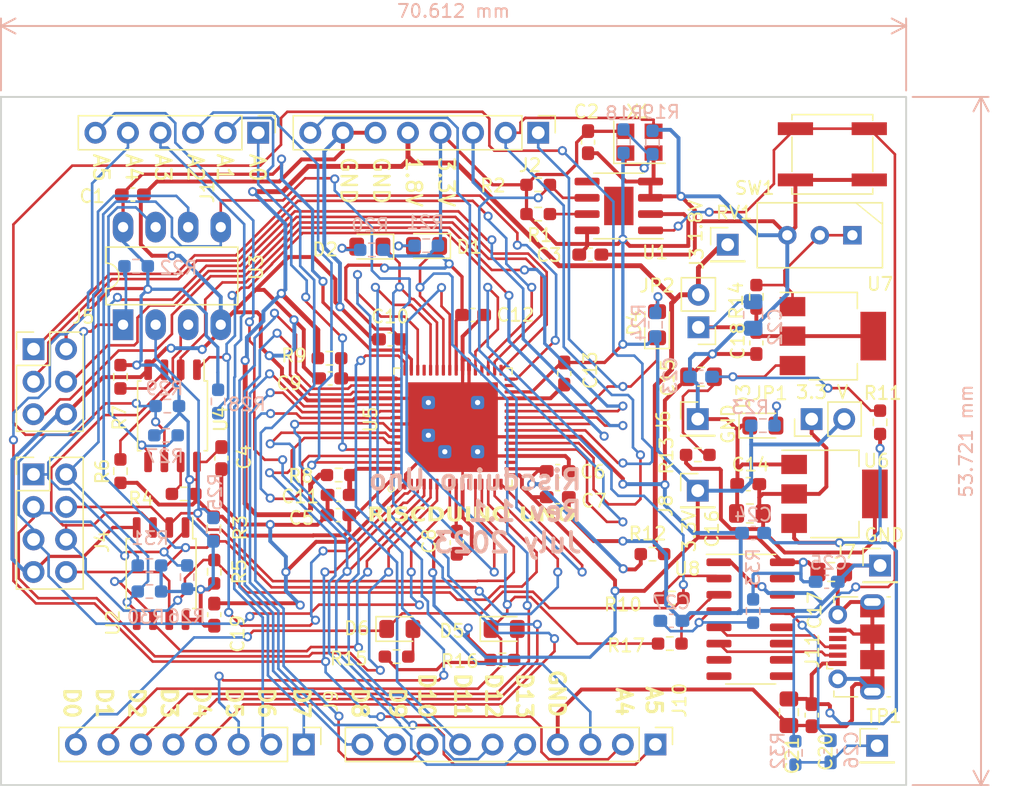
<source format=kicad_pcb>
(kicad_pcb (version 20221018) (generator pcbnew)
  (title_block (date "2023-07-21") (rev "1.0.2"))
  (layers (0 "F.Cu" jumper) (31 "B.Cu" signal) (34 "B.Paste" user) (35 "F.Paste" user) (36 "B.SilkS" user "B.Silkscreen") (37 "F.SilkS" user "F.Silkscreen") (38 "B.Mask" user) (39 "F.Mask" user) (44 "Edge.Cuts" user))
  (net 0 "")
  (net 1 "+5V")
  (net 2 "GND")
  (net 3 "+3.3VP")
  (net 4 "+3.3V")
  (net 5 "USB_D-")
  (net 6 "USB_D+")
  (net 7 "Net-(U7-VI)")
  (net 8 "ISP_MISO")
  (net 9 "ISP_SCK")
  (net 10 "ISP_MOSI")
  (net 11 "ISP_SSN")
  (net 12 "gpio")
  (net 13 "xclk")
  (net 14 "~{RST}")
  (net 15 "mprj_io_11")
  (net 16 "ardunio_a0")
  (net 17 "ardunio_a1")
  (net 18 "ardunio_a2")
  (net 19 "ardunio_a3")
  (net 20 "ardunio_a4")
  (net 21 "ardunio_a5")
  (net 22 "ardunio_d7")
  (net 23 "ardunio_d6")
  (net 24 "ardunio_d5")
  (net 25 "ardunio_d4")
  (net 26 "ardunio_d3")
  (net 27 "ardunio_d2")
  (net 28 "ardunio_d1")
  (net 29 "ardunio_d0")
  (net 30 "mprj_io_12")
  (net 31 "ardunio_d13")
  (net 32 "ardunio_d12")
  (net 33 "ardunio_d11")
  (net 34 "ardunio_d10")
  (net 35 "ardunio_d9")
  (net 36 "ardunio_d8")
  (net 37 "Net-(U8-V3)")
  (net 38 "CARAVEL_FLASH_IO3")
  (net 39 "USER_FLASH_IO3")
  (net 40 "CARAVEL_FLASH_IO2")
  (net 41 "USER_FLASH_IO2")
  (net 42 "CARAVEL_FLASH_IO1")
  (net 43 "USER_FLASH_IO1")
  (net 44 "CARAVEL_FLASH_IO0")
  (net 45 "USER_FLASH_IO0")
  (net 46 "CARAVEL_FLASH_SCK")
  (net 47 "USER_FLASH_SCK")
  (net 48 "CARAVEL_FLASH_SSN")
  (net 49 "USER_FLASH_SSN")
  (net 50 "USER_SRAM_SSN")
  (net 51 "mprj_io_30")
  (net 52 "mprj_io_32")
  (net 53 "mprj_io_37")
  (net 54 "mprj_io_0")
  (net 55 "mprj_io_5_ser_rx")
  (net 56 "+1V8")
  (net 57 "Net-(X1-EN)")
  (net 58 "/vccd2")
  (net 59 "/vccd1")
  (net 60 "Net-(U1-~{ST})")
  (net 61 "/vccd0")
  (net 62 "Net-(D1-A)")
  (net 63 "Net-(D2-A)")
  (net 64 "Net-(D3-A)")
  (net 65 "Net-(D4-A)")
  (net 66 "Net-(D5-A)")
  (net 67 "Net-(D6-A)")
  (net 68 "Net-(U8-TXD)")
  (net 69 "Net-(U7-ADJ)")
  (net 70 "Net-(U8-RXD)")
  (net 71 "Net-(U8-~{DTR})")
  (net 82 "/+1.8VP")
  (net 83 "~{PB_RST}")
  (net 84 "Net-(C26-Pad2)")
  (footprint "Connector_PinHeader_2.54mm:PinHeader_1x01_P2.54mm_Vertical" (layer "F.Cu") (at 123.698 74.676)
    (fp_text reference "J6")
    (fp_text value "Conn_01x01" hide)
  )
  (footprint "Package_TO_SOT_SMD:SOT-223-3_TabPin2" (layer "F.Cu") (at 134.366 80.518)
    (fp_text reference "U6")
    (fp_text value "LM1117MP-3.3" hide)
  )
  (footprint "Resistor_SMD:R_0603_1608Metric_Pad0.98x0.95mm_HandSolder" (layer "F.Cu") (at 111.252 58.674)
    (fp_text reference "R1")
    (fp_text value "10K" hide)
  )
  (footprint "Package_SO:SOIC-8_5.23x5.23mm_P1.27mm" (layer "F.Cu") (at 81.835 86.738 -90)
    (fp_text reference "U2")
    (fp_text value "W25Q32JVSS" hide)
  )
  (footprint "Package_TO_SOT_SMD:SOT-223-3_TabPin2" (layer "F.Cu") (at 134.239 68.199)
    (fp_text reference "U7")
    (fp_text value "LM1117S-ADJ" hide)
  )
  (footprint "Package_SO:SOIC-16_3.9x9.9mm_P1.27mm" (layer "F.Cu") (at 127.827 90.297)
    (fp_text reference "U8")
    (fp_text value "CH340C" hide)
  )
  (footprint "Connector_PinHeader_2.54mm:PinHeader_1x02_P2.54mm_Vertical" (layer "F.Cu") (at 132.583 74.676 90)
    (fp_text reference "JP1")
    (fp_text value "Jumper_2" hide)
  )
  (footprint "Connector_PinHeader_2.54mm:PinHeader_2x04_P2.54mm_Vertical" (layer "F.Cu") (at 71.882 78.994)
    (fp_text reference "J4")
    (fp_text value "Conn_02x04_Odd_Even" hide)
  )
  (footprint "Capacitor_SMD:C_0603_1608Metric_Pad1.08x0.95mm_HandSolder" (layer "F.Cu") (at 115.1382 53.0595 -90)
    (fp_text reference "C2")
    (fp_text value "0.1uF" hide)
  )
  (footprint "Connector_PinHeader_2.54mm:PinHeader_1x02_P2.54mm_Vertical" (layer "F.Cu") (at 123.7488 67.5132 180)
    (fp_text reference "JP2")
    (fp_text value "Jumper_2" hide)
  )
  (footprint "Package_SO:SOIC-8-1EP_3.9x4.9mm_P1.27mm_EP2.29x3mm" (layer "F.Cu") (at 117.54 58.039 180)
    (fp_text reference "U1")
    (fp_text value "MAX1232ESA+T" hide)
  )
  (footprint "MountingHole:MountingHole_3.2mm_M3" (layer "F.Cu") (at 126.111 99.314)
    (fp_text reference "H4" hide)
    (fp_text value "MountingHole" hide)
  )
  (footprint "Capacitor_SMD:C_0603_1608Metric_Pad1.08x0.95mm_HandSolder" (layer "F.Cu") (at 132.588 97.79 -90)
    (fp_text reference "C20")
    (fp_text value "0.1uF" hide)
  )
  (footprint "Capacitor_SMD:C_0805_2012Metric_Pad1.18x1.45mm_HandSolder" (layer "F.Cu") (at 127.762 82.042 180)
    (fp_text reference "C16")
    (fp_text value "22uF" hide)
  )
  (footprint "Connector_PinHeader_2.54mm:PinHeader_1x01_P2.54mm_Vertical" (layer "F.Cu") (at 137.922 86.106)
    (fp_text reference "J7")
    (fp_text value "Conn_01x01" hide)
  )
  (footprint "Capacitor_SMD:C_0603_1608Metric_Pad1.08x0.95mm_HandSolder" (layer "F.Cu") (at 95.0225 71.501)
    (fp_text reference "C9")
    (fp_text value "0.1uf" hide)
  )
  (footprint "Capacitor_SMD:C_0603_1608Metric_Pad1.08x0.95mm_HandSolder" (layer "F.Cu") (at 99.695 68.453 180)
    (fp_text reference "C10")
    (fp_text value "0.1uf" hide)
  )
  (footprint "LED_SMD:LED_0805_2012Metric_Pad1.15x1.40mm_HandSolder" (layer "F.Cu") (at 128.778 75.184)
    (fp_text reference "D3")
    (fp_text value "RED LED" hide)
  )
  (footprint "Capacitor_SMD:C_0805_2012Metric_Pad1.18x1.45mm_HandSolder" (layer "F.Cu") (at 123.952 71.374 180)
    (fp_text reference "C15")
    (fp_text value "10uF" hide)
  )
  (footprint "Resistor_SMD:R_0603_1608Metric_Pad0.98x0.95mm_HandSolder" (layer "F.Cu") (at 111.252 56.388)
    (fp_text reference "R2")
    (fp_text value "10K" hide)
  )
  (footprint "LED_SMD:LED_0805_2012Metric_Pad1.15x1.40mm_HandSolder" (layer "F.Cu") (at 102.5398 61.1632 180)
    (fp_text reference "D1")
    (fp_text value "GREEN LED" hide)
  )
  (footprint "Connector_PinHeader_2.54mm:PinHeader_1x06_P2.54mm_Vertical" (layer "F.Cu") (at 89.408 52.324 -90)
    (fp_text reference "J1")
    (fp_text value "Conn_01x06_Pin" hide)
  )
  (footprint "Capacitor_SMD:C_0603_1608Metric_Pad1.08x0.95mm_HandSolder" (layer "F.Cu") (at 85.979 89.9425 90)
    (fp_text reference "C19")
    (fp_text value "0.1uf" hide)
  )
  (footprint "Capacitor_SMD:C_0603_1608Metric_Pad1.08x0.95mm_HandSolder" (layer "F.Cu") (at 95.6818 80.5942 180)
    (fp_text reference "C11")
    (fp_text value "0.1uf" hide)
  )
  (footprint "Connector_PinHeader_2.54mm:PinHeader_1x08_P2.54mm_Vertical" (layer "F.Cu") (at 111.252 52.324 -90)
    (fp_text reference "J2")
    (fp_text value "Conn_01x08_Pin" hide)
  )
  (footprint "Connector_PinHeader_2.54mm:PinHeader_1x10_P2.54mm_Vertical" (layer "F.Cu") (at 120.396 100.076 -90)
    (fp_text reference "J10")
    (fp_text value "Conn_01x10_Pin" hide)
  )
  (footprint "Package_SO:SOIC-8_5.23x5.23mm_P1.27mm" (layer "F.Cu") (at 82.724 74.422 -90)
    (fp_text reference "U4")
    (fp_text value "W25Q32JVSS" hide)
  )
  (footprint "MountingHole:MountingHole_3.2mm_M3" (layer "F.Cu") (at 73.4568 91.9734)
    (fp_text reference "H3" hide)
    (fp_text value "MountingHole" hide)
  )
  (footprint "Resistor_SMD:R_0603_1608Metric_Pad0.98x0.95mm_HandSolder" (layer "F.Cu") (at 137.922 74.93 90)
    (fp_text reference "R11")
    (fp_text value "DNI" hide)
  )
  (footprint "Resistor_SMD:R_0603_1608Metric_Pad0.98x0.95mm_HandSolder" (layer "F.Cu") (at 100.203 93.218 180)
    (fp_text reference "R15")
    (fp_text value "470 Ohm" hide)
  )
  (footprint "Connector_USB:USB_Micro-B_Molex-105017-0001" (layer "F.Cu") (at 136.0825 92.456 90)
    (fp_text reference "J11")
    (fp_text value "USB_B_Micro" hide)
  )
  (footprint "Connector_PinHeader_2.54mm:PinHeader_1x01_P2.54mm_Vertical" (layer "F.Cu") (at 123.698 80.264)
    (fp_text reference "J8")
    (fp_text value "Conn_01x01" hide)
  )
  (footprint "Resistor_SMD:R_0603_1608Metric_Pad0.98x0.95mm_HandSolder" (layer "F.Cu") (at 120.1655 85.217)
    (fp_text reference "R12")
    (fp_text value "0E" hide)
  )
  (footprint "Resistor_SMD:R_0603_1608Metric_Pad0.98x0.95mm_HandSolder" (layer "F.Cu") (at 78.66 78.74 90)
    (fp_text reference "R6")
    (fp_text value "10K" hide)
  )
  (footprint "Resistor_SMD:R_0603_1608Metric_Pad0.98x0.95mm_HandSolder" (layer "F.Cu") (at 108.458 93.472 180)
    (fp_text reference "R16")
    (fp_text value "470 Ohm" hide)
  )
  (footprint "Resistor_SMD:R_0603_1608Metric_Pad0.98x0.95mm_HandSolder" (layer "F.Cu") (at 121.5155 92.202 180)
    (fp_text reference "R17")
    (fp_text value "0E" hide)
  )
  (footprint "Connector_PinHeader_2.54mm:PinHeader_1x08_P2.54mm_Vertical" (layer "F.Cu") (at 92.964 100.076 -90)
    (fp_text reference "J9")
    (fp_text value "Conn_01x08_Pin" hide)
  )
  (footprint "Resistor_SMD:R_0603_1608Metric_Pad0.98x0.95mm_HandSolder" (layer "F.Cu") (at 78.66 71.374 -90)
    (fp_text reference "R7")
    (fp_text value "10K" hide)
  )
  (footprint "Capacitor_SMD:C_0603_1608Metric_Pad1.08x0.95mm_HandSolder" (layer "F.Cu") (at 106.172 66.548)
    (fp_text reference "C12")
    (fp_text value "0.1uf" hide)
  )
  (footprint "Capacitor_SMD:C_0603_1608Metric_Pad1.08x0.95mm_HandSolder" (layer "F.Cu") (at 113.284 71.12 -90)
    (fp_text reference "C13")
    (fp_text value "0.1uf" hide)
  )
  (footprint "MountingHole:MountingHole_3.2mm_M3" (layer "F.Cu") (at 125.73 53.848)
    (fp_text reference "H2" hide)
    (fp_text value "MountingHole" hide)
  )
  (footprint "Capacitor_SMD:C_0805_2012Metric_Pad1.18x1.45mm_HandSolder" (layer "F.Cu") (at 134.112 86.614)
    (fp_text reference "C17")
    (fp_text value "10uF" hide)
  )
  (footprint "Resistor_SMD:R_0603_1608Metric_Pad0.98x0.95mm_HandSolder" (layer "F.Cu") (at 83.5895 80.518 180)
    (fp_text reference "R4")
    (fp_text value "10K" hide)
  )
  (footprint "Connector_PinHeader_2.54mm:PinHeader_1x01_P2.54mm_Vertical" (layer "F.Cu") (at 126.0348 61.0616)
    (fp_text reference "J3")
    (fp_text value "Conn_01x01" hide)
  )
  (footprint "Capacitor_SMD:C_0603_1608Metric_Pad1.08x0.95mm_HandSolder" (layer "F.Cu") (at 115.316 61.837)
    (fp_text reference "C3")
    (fp_text value "0.1uf" hide)
  )
  (footprint "Package_DIP:DIP-8_W7.62mm_LongPads" (layer "F.Cu") (at 78.867 67.31 90)
    (fp_text reference "U3")
    (fp_text value "23LC1024-I/P " hide)
  )
  (footprint "Capacitor_SMD:C_0603_1608Metric_Pad1.08x0.95mm_HandSolder" (layer "F.Cu") (at 95.6553 82.169)
    (fp_text reference "C5")
    (fp_text value "0.1uf" hide)
  )
  (footprint "Resistor_SMD:R_0603_1608Metric_Pad0.98x0.95mm_HandSolder" (layer "F.Cu") (at 85.9536 83.2085 -90)
    (fp_text reference "R3")
    (fp_text value "10K" hide)
  )
  (footprint "Capacitor_SMD:C_0603_1608Metric_Pad1.08x0.95mm_HandSolder" (layer "F.Cu") (at 112.776 78.74 180)
    (fp_text reference "C6")
    (fp_text value "0.1uf" hide)
  )
  (footprint "Connector_PinHeader_2.54mm:PinHeader_1x01_P2.54mm_Vertical" (layer "F.Cu") (at 137.6934 100.1776)
    (fp_text reference "TP1")
    (fp_text value "TestPoint" hide)
  )
  (footprint "Resistor_SMD:R_0603_1608Metric_Pad0.98x0.95mm_HandSolder" (layer "F.Cu") (at 95.6818 79.0448)
    (fp_text reference "R8")
    (fp_text value "0E" hide)
  )
  (footprint "Resistor_SMD:R_0603_1608Metric_Pad0.98x0.95mm_HandSolder" (layer "F.Cu") (at 123.698 77.47)
    (fp_text reference "R13")
    (fp_text value "0E" hide)
  )
  (footprint "Riscduino.Library:RISCDUINO_QFN-64-1EP_9x9mm_P0.5mm_EP7.65x7.65mm_Ver1.1" (layer "F.Cu") (at 100.854 79.756 90)
    (fp_text reference "U5")
    (fp_text value "Riscduino" hide)
  )
  (footprint "Riscduino.Library:SW_SPST_EVPBF_TS4550TP" (layer "F.Cu") (at 134.198 54.007 180)
    (fp_text reference "SW1")
    (fp_text value "4Pin Round Button SPST Straight Tactile Switch SMD - TS4550TP" hide)
  )
  (footprint "Capacitor_SMD:C_0603_1608Metric_Pad1.08x0.95mm_HandSolder" (layer "F.Cu") (at 128.27 68.7335 -90)
    (fp_text reference "C18")
    (fp_text value "0.1uF" hide)
  )
  (footprint "LED_SMD:LED_0805_2012Metric_Pad1.15x1.40mm_HandSolder" (layer "F.Cu") (at 98.115 61.214 180)
    (fp_text reference locked "D2")
    (fp_text value "GREEN LED" hide)
  )
  (footprint "LED_SMD:LED_0805_2012Metric_Pad1.15x1.40mm_HandSolder" (layer "F.Cu") (at 120.523 67.31 90)
    (fp_text reference "D4")
    (fp_text value "GREEN LED" hide)
  )
  (footprint "Capacitor_SMD:C_0603_1608Metric_Pad1.08x0.95mm_HandSolder" (layer "F.Cu") (at 104.902 84.328 90)
    (fp_text reference "C8")
    (fp_text value "0.1uf" hide)
  )
  (footprint "Capacitor_SMD:C_0805_2012Metric_Pad1.18x1.45mm_HandSolder" (layer "F.Cu") (at 130.81 97.5575 -90)
    (fp_text reference "C21")
    (fp_text value "10uF" hide)
  )
  (footprint "Resistor_SMD:R_0603_1608Metric_Pad0.98x0.95mm_HandSolder" (layer "F.Cu") (at 121.666 88.646)
    (fp_text reference "R10")
    (fp_text value "0E" hide)
  )
  (footprint "Connector_PinHeader_2.54mm:PinHeader_2x03_P2.54mm_Vertical" (layer "F.Cu") (at 71.882 69.215)
    (fp_text reference "J5")
    (fp_text value "ISP" hide)
  )
  (footprint "Capacitor_SMD:C_0603_1608Metric_Pad1.08x0.95mm_HandSolder" (layer "F.Cu") (at 127.635 79.756 180)
    (fp_text reference "C14")
    (fp_text value "0.1uF" hide)
  )
  (footprint "Crystal:Crystal_SMD_Abracon_ABM8G-4Pin_3.2x2.5mm" (layer "F.Cu") (at 119.1514 53.0625)
    (fp_text reference "X1")
    (fp_text value "ASE-10.000MHZ-LC-T" hide)
  )
  (footprint "Capacitor_SMD:C_0603_1608Metric_Pad1.08x0.95mm_HandSolder" (layer "F.Cu") (at 112.776 80.772 180)
    (fp_text reference "C7")
    (fp_text value "0.1uf" hide)
  )
  (footprint "MountingHole:MountingHole_3.2mm_M3" (layer "F.Cu") (at 73.406 62.484)
    (fp_text reference "H1" hide)
    (fp_text value "MountingHole" hide)
  )
  (footprint "Resistor_SMD:R_0603_1608Metric_Pad0.98x0.95mm_HandSolder" (layer "F.Cu") (at 85.979 86.5905 90)
    (fp_text reference "R5")
    (fp_text value "10K" hide)
  )
  (footprint "Capacitor_SMD:C_0603_1608Metric_Pad1.08x0.95mm_HandSolder" (layer "F.Cu") (at 86.534 77.724 -90)
    (fp_text reference "C4")
    (fp_text value "0.1uf" hide)
  )
  (footprint "LED_SMD:LED_0805_2012Metric_Pad1.15x1.40mm_HandSolder" (layer "F.Cu") (at 108.594 91.059)
    (fp_text reference "D5")
    (fp_text value "GREEN LED" hide)
  )
  (footprint "Capacitor_SMD:C_0603_1608Metric_Pad1.08x0.95mm_HandSolder" (layer "F.Cu") (at 79.629 57.15)
    (fp_text reference "C1")
    (fp_text value "0.1uf" hide)
  )
  (footprint "Potentiometer_THT:Potentiometer_Bourns_3296W_Vertical" (layer "F.Cu") (at 135.763 60.325)
    (fp_text reference "RV1")
    (fp_text value "500 Ohm Trim Pot" hide)
  )
  (footprint "LED_SMD:LED_0805_2012Metric_Pad1.15x1.40mm_HandSolder" (layer "F.Cu") (at 100.457 91.059)
    (fp_text reference "D6")
    (fp_text value "BLUE LED" hide)
  )
  (footprint "Resistor_SMD:R_0603_1608Metric_Pad0.98x0.95mm_HandSolder" (layer "F.Cu") (at 128.27 65.1275 90)
    (fp_text reference "R14")
    (fp_text value "470 Ohm" hide)
  )
  (footprint "Resistor_SMD:R_0603_1608Metric_Pad0.98x0.95mm_HandSolder" (layer "F.Cu") (at 94.9706 69.9262)
    (fp_text reference "R9")
    (fp_text value "0E" hide)
  )
  (footprint "Resistor_SMD:R_0603_1608Metric_Pad0.98x0.95mm_HandSolder" (layer "B.Cu") (at 131.318 100.7364 90)
    (fp_text reference "R32")
    (fp_text value "0 Ohm" hide)
  )
  (footprint "Resistor_SMD:R_0603_1608Metric_Pad0.98x0.95mm_HandSolder" (layer "B.Cu") (at 128.016 89.662 90)
    (fp_text reference "R33")
    (fp_text value "0E" hide)
  )
  (footprint "Resistor_SMD:R_0603_1608Metric_Pad0.98x0.95mm_HandSolder" (layer "B.Cu") (at 85.899 83.309 90)
    (fp_text reference "R25")
    (fp_text value "10K" hide)
  )
  (footprint "Resistor_SMD:R_0603_1608Metric_Pad0.98x0.95mm_HandSolder" (layer "B.Cu") (at 128.778 75.184 180)
    (fp_text reference "R23")
    (fp_text value "470 Ohm" hide)
  )
  (footprint "Resistor_SMD:R_0603_1608Metric_Pad0.98x0.95mm_HandSolder" (layer "B.Cu") (at 117.9068 52.9844 90)
    (fp_text reference "R18")
    (fp_text value "DNI" hide)
  )
  (footprint "Capacitor_SMD:C_0603_1608Metric_Pad1.08x0.95mm_HandSolder" (layer "B.Cu") (at 134.0612 100.6094 -90)
    (fp_text reference "C26")
    (fp_text value "0.1uF" hide)
  )
  (footprint "Resistor_SMD:R_0603_1608Metric_Pad0.98x0.95mm_HandSolder" (layer "B.Cu") (at 83.867 87.0155 90)
    (fp_text reference "R26")
    (fp_text value "10K")
  )
  (footprint "Capacitor_SMD:C_0603_1608Metric_Pad1.08x0.95mm_HandSolder" (layer "B.Cu") (at 121.6395 90.424 180)
    (fp_text reference "C27")
    (fp_text value "0.1uF" hide)
  )
  (footprint "Resistor_SMD:R_0603_1608Metric_Pad0.98x0.95mm_HandSolder" (layer "B.Cu") (at 82.216 75.946)
    (fp_text reference "R27")
    (fp_text value "10K" hide)
  )
  (footprint "Resistor_SMD:R_0603_1608Metric_Pad0.98x0.95mm_HandSolder" (layer "B.Cu") (at 120.1674 53.086 90)
    (fp_text reference "R19")
    (fp_text value "DNI" hide)
  )
  (footprint "Resistor_SMD:R_0603_1608Metric_Pad0.98x0.95mm_HandSolder" (layer "B.Cu") (at 86.28 73.3025 -90)
    (fp_text reference "R28")
    (fp_text value "10K")
  )
  (footprint "Resistor_SMD:R_0603_1608Metric_Pad0.98x0.95mm_HandSolder" (layer "B.Cu") (at 82.3195 73.66 180)
    (fp_text reference "R29")
    (fp_text value "10K")
  )
  (footprint "Resistor_SMD:R_0603_1608Metric_Pad0.98x0.95mm_HandSolder" (layer "B.Cu") (at 98.2745 61.468)
    (fp_text reference "R20")
    (fp_text value "470 Ohm")
  )
  (footprint "Resistor_SMD:R_0603_1608Metric_Pad0.98x0.95mm_HandSolder" (layer "B.Cu") (at 102.5144 61.1378)
    (fp_text reference "R21")
    (fp_text value "470 Ohm" hide)
  )
  (footprint "Resistor_SMD:R_0603_1608Metric_Pad0.98x0.95mm_HandSolder" (layer "B.Cu") (at 120.396 67.31 -90)
    (fp_text reference "R24")
    (fp_text value "470 Ohm")
  )
  (footprint "Capacitor_SMD:C_0805_2012Metric_Pad1.18x1.45mm_HandSolder" (layer "B.Cu") (at 128.016 66.548 -90)
    (fp_text reference "C22")
    (fp_text value "22uF" hide)
  )
  (footprint "Resistor_SMD:R_0603_1608Metric_Pad0.98x0.95mm_HandSolder" (layer "B.Cu") (at 80.9225 88.135 180)
    (fp_text reference "R30")
    (fp_text value "10K")
  )
  (footprint "Capacitor_SMD:C_0603_1608Metric_Pad1.08x0.95mm_HandSolder" (layer "B.Cu") (at 123.952 71.374 180)
    (fp_text reference "C23")
    (fp_text value "0.1uF" hide)
  )
  (footprint "Capacitor_SMD:C_0603_1608Metric_Pad1.08x0.95mm_HandSolder" (layer "B.Cu") (at 128.016 83.566 180)
    (fp_text reference "C24")
    (fp_text value "0.1uF")
  )
  (footprint "Capacitor_SMD:C_0603_1608Metric_Pad1.08x0.95mm_HandSolder" (layer "B.Cu") (at 133.7575 87.376)
    (fp_text reference "C25")
    (fp_text value "0.1uF" hide)
  )
  (footprint "Resistor_SMD:R_0603_1608Metric_Pad0.98x0.95mm_HandSolder" (layer "B.Cu") (at 80.9225 86.103 180)
    (fp_text reference "R31")
    (fp_text value "10K")
  )
  (footprint "Resistor_SMD:R_0603_1608Metric_Pad0.98x0.95mm_HandSolder" (layer "B.Cu") (at 79.883 62.738 180)
    (fp_text reference "R22")
    (fp_text value "10K")
  )
  (gr_rect (start 69.342 49.53) (end 139.954 103.251) (stroke (width 0.1524)) (fill none) (layer "Edge.Cuts"))
  (gr_text "Riscduino Uno\nRev 1.1\nJuly 2023" (at 114.808 85.217) (layer "B.SilkS") (effects (font (size 1.524 1.524) (thickness 0.3048) bold) (justify left bottom mirror)))
  (gr_text "D6" (at 89.357201 95.503857 270) (layer "F.SilkS") (effects (font (size 1.2 1.2) (thickness 0.25) bold) (justify left bottom)))
  (gr_text "A4" (at 117.2464 95.504 270) (layer "F.SilkS") (effects (font (size 1.2 1.2) (thickness 0.25) bold) (justify left bottom)))
  (gr_text "A3" (at 81.28 53.848 270) (layer "F.SilkS") (effects (font (size 1.2 1.2) (thickness 0.1875)) (justify left bottom)))
  (gr_text "D0" (at 74.168001 95.503857 270) (layer "F.SilkS") (effects (font (size 1.2 1.2) (thickness 0.25) bold) (justify left bottom)))
  (gr_text "A0" (at 88.646 53.848 -90) (layer "F.SilkS") (effects (font (size 1.2 1.2) (thickness 0.1875)) (justify left bottom)))
  (gr_text "D10" (at 101.854 94.361 270) (layer "F.SilkS") (effects (font (size 1.2 1.2) (thickness 0.25) bold) (justify left bottom)))
  (gr_text "A1" (at 86.106 53.848 270) (layer "F.SilkS") (effects (font (size 1.2 1.2) (thickness 0.1875)) (justify left bottom)))
  (gr_text "GND" (at 112.014 94.107 270) (layer "F.SilkS") (effects (font (size 1.2 1.2) (thickness 0.25) bold) (justify left bottom)))
  (gr_text "D3" (at 81.7626 95.503857 270) (layer "F.SilkS") (effects (font (size 1.2 1.2) (thickness 0.25) bold) (justify left bottom)))
  (gr_text "1.8V" (at 100.838 54.102 270) (layer "F.SilkS") (effects (font (size 1.2 1.2) (thickness 0.1875)) (justify left bottom)))
  (gr_text "D4" (at 84.294133 95.503857 270) (layer "F.SilkS") (effects (font (size 1.2 1.2) (thickness 0.25) bold) (justify left bottom)))
  (gr_text "D13" (at 109.474 94.361 270) (layer "F.SilkS") (effects (font (size 1.2 1.2) (thickness 0.25) bold) (justify left bottom)))
  (gr_text "D9" (at 99.568 95.503857 270) (layer "F.SilkS") (effects (font (size 1.2 1.2) (thickness 0.25) bold) (justify left bottom)))
  (gr_text "D11" (at 104.648 94.361 270) (layer "F.SilkS") (effects (font (size 1.2 1.2) (thickness 0.25) bold) (justify left bottom)))
  (gr_text "A4" (at 78.994 53.848 270) (layer "F.SilkS") (effects (font (size 1.2 1.2) (thickness 0.1875)) (justify left bottom)))
  (gr_text "RISCDUINO UNO" (at 97.917 82.8548) (layer "F.SilkS") (effects (font (size 1.143 1.27) (thickness 0.1524)) (justify left bottom)))
  (gr_text "A5" (at 76.454 53.848 270) (layer "F.SilkS") (effects (font (size 1.2 1.2) (thickness 0.1875)) (justify left bottom)))
  (gr_text "1.8V" (at 124.1298 60.96 90) (layer "F.SilkS") (effects (font (size 1.016 1.016) (thickness 0.1524)) (justify left bottom)))
  (gr_text "D8" (at 96.647 95.503857 270) (layer "F.SilkS") (effects (font (size 1.2 1.2) (thickness 0.25) bold) (justify left bottom)))
  (gr_text "D2" (at 79.231067 95.503857 270) (layer "F.SilkS") (effects (font (size 1.2 1.2) (thickness 0.25) bold) (justify left bottom)))
  (gr_text "D7" (at 92.1004 95.503857 270) (layer "F.SilkS") (effects (font (size 1.2 1.2) (thickness 0.25) bold) (justify left bottom)))
  (gr_text "3.3 V" (at 131.2672 73.1774) (layer "F.SilkS") (effects (font (size 1.016 1.016) (thickness 0.1524)) (justify left bottom)))
  (gr_text "A5" (at 119.5832 95.4024 270) (layer "F.SilkS") (effects (font (size 1.2 1.2) (thickness 0.25) bold) (justify left bottom)))
  (gr_text "D12" (at 107.061 94.361 270) (layer "F.SilkS") (effects (font (size 1.2 1.2) (thickness 0.25) bold) (justify left bottom)))
  (gr_text "GND" (at 136.6012 84.328) (layer "F.SilkS") (effects (font (size 1.016 1.016) (thickness 0.1524)) (justify left bottom)))
  (gr_text "D5" (at 86.825666 95.503857 270) (layer "F.SilkS") (effects (font (size 1.2 1.2) (thickness 0.25) bold) (justify left bottom)))
  (gr_text "GND" (at 98.298 54.102 270) (layer "F.SilkS") (effects (font (size 1.2 1.2) (thickness 0.1875)) (justify left bottom)))
  (gr_text "D1" (at 76.699534 95.503857 270) (layer "F.SilkS") (effects (font (size 1.2 1.2) (thickness 0.25) bold) (justify left bottom)))
  (gr_text "3.3V" (at 123.6218 85.1662 90) (layer "F.SilkS") (effects (font (size 1.016 1.016) (thickness 0.1524)) (justify left bottom)))
  (gr_text "3.3V" (at 103.378 54.102 270) (layer "F.SilkS") (effects (font (size 1.2 1.2) (thickness 0.1875)) (justify left bottom)))
  (gr_text "GND" (at 95.758 54.102 270) (layer "F.SilkS") (effects (font (size 1.2 1.2) (thickness 0.1875)) (justify left bottom)))
  (gr_text "A2" (at 83.82 53.848 270) (layer "F.SilkS") (effects (font (size 1.2 1.2) (thickness 0.1875)) (justify left bottom)))
  (gr_text "GND" (at 126.6698 76.708 90) (layer "F.SilkS") (effects (font (size 1.016 1.016) (thickness 0.1524)) (justify left bottom)))
  (dimension (type aligned) (layer "B.SilkS") (pts (xy 139.954 49.53) (xy 139.954 103.251)) (height -5.842) (gr_text "53.721 mm" (at 144.6276 76.3905 90) (layer "B.SilkS") (effects (font (size 1.016 1.016) (thickness 0.1524)))) (format (prefix "") (suffix "") (units 2) (units_format 1) (precision 3) suppress_zeroes) (style (thickness 0.1524) (arrow_length 1.27) (text_position_mode 0) (extension_height 0.58642) (extension_offset 0.508) keep_text_aligned))
  (dimension (type aligned) (layer "B.SilkS") (pts (xy 69.342 49.53) (xy 139.954 49.53)) (height -5.5372) (gr_text "70.612 mm" (at 104.648 42.8244) (layer "B.SilkS") (effects (font (size 1.016 1.016) (thickness 0.1524)))) (format (prefix "") (suffix "") (units 2) (units_format 1) (precision 3) suppress_zeroes) (style (thickness 0.1524) (arrow_length 1.27) (text_position_mode 0) (extension_height 0.58642) (extension_offset 0.508) keep_text_aligned))
  (segment (start 130.81 96.52) (end 132.1805 96.52) (width 0.3048) (layer "F.Cu") (net 1))
  (segment (start 131.216 83.972) (end 131.572 84.328) (width 0.3048) (layer "F.Cu") (net 1))
  (segment (start 134.62 93.756) (end 133.447 93.756) (width 0.3048) (layer "F.Cu") (net 1))
  (segment (start 133.8845 96.9275) (end 134.01 97.053) (width 0.3048) (layer "F.Cu") (net 1))
  (segment (start 132.1805 96.52) (end 132.588 96.9275) (width 0.3048) (layer "F.Cu") (net 1))
  (segment (start 134.01 97.053) (end 134.01 97.6122) (width 0.3048) (layer "F.Cu") (net 1))
  (segment (start 132.588 96.9275) (end 133.8845 96.9275) (width 0.3048) (layer "F.Cu") (net 1))
  (segment (start 131.216 82.818) (end 131.216 83.972) (width 0.3048) (layer "F.Cu") (net 1))
  (segment (start 131.572 84.328) (end 134.747 84.328) (width 0.3048) (layer "F.Cu") (net 1))
  (segment (start 137.922 75.8425) (end 137.922 76.962) (width 0.3048) (layer "F.Cu") (net 1))
  (segment (start 132.588 94.615) (end 132.588 96.9275) (width 0.3048) (layer "F.Cu") (net 1))
  (segment (start 133.447 93.756) (end 132.588 94.615) (width 0.3048) (layer "F.Cu") (net 1))
  (via (at 137.922 76.962) (size 0.7112) (drill 0.4064) (layers "F.Cu" "B.Cu") (net 1))
  (via (at 134.01 97.6122) (size 0.7112) (drill 0.4064) (layers "F.Cu" "B.Cu") (net 1))
  (via (at 134.747 84.328) (size 0.7112) (drill 0.4064) (layers "F.Cu" "B.Cu") (net 1))
  (segment (start 134.747 84.328) (end 129.6405 84.328) (width 0.254) (layer "B.Cu") (net 1))
  (segment (start 137.922 83.439) (end 137.922 76.962) (width 0.254) (layer "B.Cu") (net 1))
  (segment (start 137.033 84.328) (end 137.922 83.439) (width 0.254) (layer "B.Cu") (net 1))
  (segment (start 138.176 98.4504) (end 134.849 98.4504) (width 0.254) (layer "B.Cu") (net 1))
  (segment (start 129.6405 84.328) (end 128.8785 83.566) (width 0.254) (layer "B.Cu") (net 1))
  (segment (start 138.5316 84.328) (end 139.192 84.9884) (width 0.254) (layer "B.Cu") (net 1))
  (segment (start 134.747 84.328) (end 137.033 84.328) (width 0.254) (layer "B.Cu") (net 1))
  (segment (start 137.033 84.328) (end 138.5316 84.328) (width 0.254) (layer "B.Cu") (net 1))
  (segment (start 139.192 84.9884) (end 139.192 97.4344) (width 0.254) (layer "B.Cu") (net 1))
  (segment (start 139.192 97.4344) (end 138.176 98.4504) (width 0.254) (layer "B.Cu") (net 1))
  (segment (start 134.849 98.4504) (end 134.01 97.6122) (width 0.254) (layer "B.Cu") (net 1))
  (segment (start 93.246121 73.220599) (end 96.798923 73.220599) (width 0.3048) (layer "F.Cu") (net 2))
  (segment (start 106.0704 83.058) (end 106.0704 84.8106) (width 0.3048) (layer "F.Cu") (net 2))
  (segment (start 122.39 57.2897) (end 120.1293 57.2897) (width 0.3048) (layer "F.Cu") (net 2))
  (segment (start 115.8726 53.922) (end 118.0846 56.134) (width 0.3048) (layer "F.Cu") (net 2))
  (segment (start 100.854 79.756) (end 100.838 79.756) (width 0.3048) (layer "F.Cu") (net 2))
  (segment (start 105.854 70.1416) (end 105.854 70.856) (width 0.3048) (layer "F.Cu") (net 2))
  (segment (start 93.921959 84.259041) (end 91.567 86.614) (width 0.3048) (layer "F.Cu") (net 2))
  (segment (start 120.015 56.134) (end 120.2514 55.8976) (width 0.3048) (layer "F.Cu") (net 2))
  (segment (start 135.7376 98.171) (end 135.7376 95.631) (width 0.3048) (layer "F.Cu") (net 2))
  (segment (start 131.216 78.218) (end 127.1918 78.218) (width 0.3048) (layer "F.Cu") (net 2))
  (segment (start 135.7376 95.631) (end 136.0126 95.356) (width 0.3048) (layer "F.Cu") (net 2))
  (segment (start 89.8652 64.5922) (end 92.202 66.929) (width 0.3048) (layer "F.Cu") (net 2))
  (segment (start 135.549 91.156) (end 135.675 91.2822) (width 0.254) (layer "F.Cu") (net 2))
  (segment (start 136.0126 95.356) (end 137.32 95.356) (width 0.3048) (layer "F.Cu") (net 2))
  (segment (start 131.318 56.007) (end 131.318 59.69) (width 0.3048) (layer "F.Cu") (net 2))
  (segment (start 113.6385 82.2441) (end 115.5954 84.201) (width 0.3048) (layer "F.Cu") (net 2))
  (segment (start 75.819 85.3948) (end 78.0758 83.138) (width 0.254) (layer "F.Cu") (net 2))
  (segment (start 100.154 73.056) (end 102.354 73.056) (width 0.254) (layer "F.Cu") (net 2))
  (segment (start 125.352 85.852) (end 126.2888 85.852) (width 0.3048) (layer "F.Cu") (net 2))
  (segment (start 89.2048 64.5922) (end 91.7702 62.0268) (width 0.3048) (layer "F.Cu") (net 2))
  (segment (start 128.1176 87.6808) (end 128.6002 87.6808) (width 0.3048) (layer "F.Cu") (net 2))
  (segment (start 96.012 53.7464) (end 95.3516 54.4068) (width 0.3048) (layer "F.Cu") (net 2))
  (segment (start 126.7968 75.5142) (end 125.9586 74.676) (width 0.3048) (layer "F.Cu") (net 2))
  (segment (start 105.6905 85.1905) (end 104.902 85.1905) (width 0.3048) (layer "F.Cu") (net 2))
  (segment (start 80.2514 57.3901) (end 80.2514 61.049) (width 0.3048) (layer "F.Cu") (net 2))
  (segment (start 127.753 75.184) (end 127.127 75.184) (width 0.3048) (layer "F.Cu") (net 2))
  (segment (start 92.202 66.929) (end 92.964 67.691) (width 0.3048) (layer "F.Cu") (net 2))
  (segment (start 118.0846 56.134) (end 120.015 56.134) (width 0.3048) (layer "F.Cu") (net 2))
  (segment (start 105.354 77.556) (end 105.354 79.756) (width 0.2032) (layer "F.Cu") (net 2))
  (segment (start 86.487 67.31) (end 87.3887 66.4083) (width 0.3048) (layer "F.Cu") (net 2))
  (segment (start 121.133 73.220246) (end 122.327 72.026247) (width 0.3048) (layer "F.Cu") (net 2))
  (segment (start 90.3478 82.9056) (end 88.0872 82.9056) (width 0.3048) (layer "F.Cu") (net 2))
  (segment (start 80.4915 57.15) (end 81.4064 56.2351) (width 0.254) (layer "F.Cu") (net 2))
  (segment (start 92.6846 89.1981) (end 92.5665 89.08) (width 0.254) (layer "F.Cu") (net 2))
  (segment (start 89.6112 66.6242) (end 89.6112 69.0626) (width 0.3048) (layer "F.Cu") (net 2))
  (segment (start 100.838 79.756) (end 96.334959 84.259041) (width 0.3048) (layer "F.Cu") (net 2))
  (segment (start 105.354 79.756) (end 105.354 82.3416) (width 0.3048) (layer "F.Cu") (net 2))
  (segment (start 92.5406 89.0541) (end 92.6846 89.1981) (width 0.3048) (layer "F.Cu") (net 2))
  (segment (start 100.854 79.756) (end 100.899 79.7112) (width 0.254) (layer "F.Cu") (net 2))
  (segment (start 115.5954 84.201) (end 117.856 84.201) (width 0.3048) (layer "F.Cu") (net 2))
  (segment (start 81.1276 61.9252) (end 82.677 61.9252) (width 0.3048) (layer "F.Cu") (net 2))
  (segment (start 112.776 100.076) (end 112.776 97.6376) (width 0.3048) (layer "F.Cu") (net 2))
  (segment (start 115.1382 53.922) (end 115.8726 53.922) (width 0.3048) (layer "F.Cu") (net 2))
  (segment (start 96.798923 73.220599) (end 96.963522 73.056) (width 0.3048) (layer "F.Cu") (net 2))
  (segment (start 91.2622 71.236678) (end 93.246121 73.220599) (width 0.3048) (layer "F.Cu") (net 2))
  (segment (start 98.3223 68.453) (end 98.8325 68.453) (width 0.254) (layer "F.Cu") (net 2))
  (segment (start 135.1495 86.614) (end 135.1495 87.3037) (width 0.3048) (layer "F.Cu") (net 2))
  (segment (start 116.1785 61.837) (end 123.1258 61.837) (width 0.3048) (layer "F.Cu") (net 2))
  (segment (start 105.354 70.856) (end 105.354 74.556) (width 0.254) (layer "F.Cu") (net 2))
  (segment (start 126.2888 85.852) (end 128.1176 87.6808) (width 0.3048) (layer "F.Cu") (net 2))
  (segment (start 100.899 79.7112) (end 100.899 79.2916) (width 0.254) (layer "F.Cu") (net 2))
  (segment (start 89.6112 69.0626) (end 90.2716 69.723) (width 0.3048) (layer "F.Cu") (net 2))
  (segment (start 112.776 97.6376) (end 114.6302 95.7834) (width 0.3048) (layer "F.Cu") (net 2))
  (segment (start 100.154 75.056) (end 103.3328 75.056) (width 0.254) (layer "F.Cu") (net 2))
  (segment (start 134.62 91.156) (end 135.549 91.156) (width 0.254) (layer "F.Cu") (net 2))
  (segment (start 89.2048 64.5922) (end 89.8652 64.5922) (width 0.3048) (layer "F.Cu") (net 2))
  (segment (start 125.9586 74.676) (end 123.698 74.676) (width 0.3048) (layer "F.Cu") (net 2))
  (segment (start 82.252874 69.1431) (end 80.819 70.576974) (width 0.3048) (layer "F.Cu") (net 2))
  (segment (start 123.4696 61.4932) (end 123.4696 59.2328) (width 0.3048) (layer "F.Cu") (net 2))
  (segment (start 80.2514 61.049) (end 81.1276 61.9252) (width 0.3048) (layer "F.Cu") (net 2))
  (segment (start 90.3732 82.931) (end 94.0308 82.931) (width 0.3048) (layer "F.Cu") (net 2))
  (segment (start 105.854 70.856) (end 105.854 73.056) (width 0.254) (layer "F.Cu") (net 2))
  (segment (start 95.4278 65.553438) (end 95.785931 65.911569) (width 0.3048) (layer "F.Cu") (net 2))
  (segment (start 92.964 70.612) (end 93.853 71.501) (width 0.3048) (layer "F.Cu") (net 2))
  (segment (start 96.012 52.324) (end 96.012 53.7464) (width 0.3048) (layer "F.Cu") (net 2))
  (segment (start 112.2105 73.056) (end 109.054 73.056) (width 0.3048) (layer "F.Cu") (net 2))
  (segment (start 80.2416 71.3994) (end 80.819 70.822) (width 0.3048) (layer "F.Cu") (net 2))
  (segment (start 81.5075 56.134) (end 80.4915 57.15) (width 0.3048) (layer "F.Cu") (net 2))
  (segment (start 96.012 52.324) (end 98.552 52.324) (width 0.3048) (layer "F.Cu") (net 2))
  (segment (start 105.93012 67.65232) (end 105.354 68.22844) (width 0.3048) (layer "F.Cu") (net 2))
  (segment (start 105.7402 70.0278) (end 105.854 70.1416) (width 0.3048) (layer "F.Cu") (net 2))
  (segment (start 114.6302 95.7834) (end 127.9984 95.7834) (width 0.3048) (layer "F.Cu") (net 2))
  (segment (start 130.81 98.595) (end 132.53 98.595) (width 0.254) (layer "F.Cu") (net 2))
  (segment (start 128.6764 87.757) (end 128.7013 87.757) (width 0.3048) (layer "F.Cu") (net 2))
  (segment (start 123.4696 59.2328) (end 129.5908 59.2328) (width 0.3048) (layer "F.Cu") (net 2))
  (segment (start 74.422 74.295) (end 77.3176 71.3994) (width 0.3048) (layer "F.Cu") (net 2))
  (segment (start 82.6051 69.1431) (end 82.252874 69.1431) (width 0.3048) (layer "F.Cu") (net 2))
  (segment (start 105.354 70.0278) (end 105.354 70.856) (width 0.3048) (layer "F.Cu") (net 2))
  (segment (start 109.054 77.556) (end 106.854 77.556) (width 0.254) (layer "F.Cu") (net 2))
  (segment (start 94.0308 82.931) (end 94.7928 82.169) (width 0.3048) (layer "F.Cu") (net 2))
  (segment (start 95.785931 65.911569) (end 98.327362 68.453) (width 0.3048) (layer "F.Cu") (net 2))
  (segment (start 106.4918 67.0904) (end 105.93012 67.65232) (width 0.254) (layer "F.Cu") (net 2))
  (segment (start 100.899 79.2916) (end 100.909 79.2812) (width 0.254) (layer "F.Cu") (net 2))
  (segment (start 131.318 56.007) (end 137.078 56.007) (width 0.3048) (layer "F.Cu") (net 2))
  (segment (start 113.6385 77.8245) (end 113.6385 78.74) (width 0.3048) (layer "F.Cu") (net 2))
  (segment (start 86.534 81.3524) (end 86.534 78.5865) (width 0.3048) (layer "F.Cu") (net 2))
  (segment (start 137.32 95.356) (end 137.32 93.456) (width 0.3048) (layer "F.Cu") (net 2))
  (segment (start 71.882 86.614) (end 73.1012 85.3948) (width 0.254) (layer "F.Cu") (net 2))
  (segment (start 135.62 88.956) (end 134.62 89.956) (width 0.3048) (layer "F.Cu") (net 2))
  (segment (start 96.963522 73.056) (end 100.154 73.056) (width 0.3048) (layer "F.Cu") (net 2))
  (segment (start 126.7725 79.756) (end 126.7725 81.994) (width 0.3048) (layer "F.Cu") (net 2))
  (segment (start 126.7968 78.613) (end 126.7968 75.5142) (width 0.3048) (layer "F.Cu") (net 2))
  (segment (start 135.1495 86.614) (end 135.6575 86.106) (width 0.3048) (layer "F.Cu") (net 2))
  (segment (start 135.6575 86.106) (end 137.922 86.106) (width 0.3048) (layer "F.Cu") (net 2))
  (segment (start 77.3176 71.3994) (end 80.2416 71.3994) (width 0.3048) (layer "F.Cu") (net 2))
  (segment (start 131.318 59.69) (end 130.683 60.325) (width 0.3048) (layer "F.Cu") (net 2))
  (segment (start 126.7968 78.613) (end 126.7968 79.7317) (width 0.3048) (layer "F.Cu") (net 2))
  (segment (start 132.588 98.6525) (end 135.2561 98.6525) (width 0.3048) (layer "F.Cu") (net 2))
  (segment (start 109.054 76.056) (end 105.354 76.056) (width 0.254) (layer "F.Cu") (net 2))
  (segment (start 105.354 68.22844) (end 105.354 70.0278) (width 0.3048) (layer "F.Cu") (net 2))
  (segment (start 123.4696 58.3693) (end 122.39 57.2897) (width 0.3048) (layer "F.Cu") (net 2))
  (segment (start 91.059 56.134) (end 81.5075 56.134) (width 0.3048) (layer "F.Cu") (net 2))
  (segment (start 134.62 87.8332) (end 134.62 89.956) (width 0.3048) (layer "F.Cu") (net 2))
  (segment (start 93.7006 62.0268) (end 95.4278 63.754) (width 0.3048) (layer "F.Cu") (net 2))
  (segment (start 100.909 79.0008) (end 104.604 75.306) (width 0.254) (layer "F.Cu") (net 2))
  (segment (start 117.856 79.3242) (end 117.856 79.756) (width 0.3048) (layer "F.Cu") (net 2))
  (segment (start 109.054 77.556) (end 113.37 77.556) (width 0.3048) (layer "F.Cu") (net 2))
  (segment (start 95.3516 54.4068) (end 92.7862 54.4068) (width 0.3048) (layer "F.Cu") (net 2))
  (segment (start 121.133 79.8068) (end 121.133 73.220246) (width 0.3048) (layer "F.Cu") (net 2))
  (segment (start 98.327362 68.453) (end 98.8325 68.453) (width 0.3048) (layer "F.Cu") (net 2))
  (segment (start 128.6002 87.6808) (end 128.6764 87.757) (width 0.3048) (layer "F.Cu") (net 2))
  (segment (start 135.675 91.2822) (end 135.8488 91.456) (width 0.254) (layer "F.Cu") (net 2))
  (segment (start 123.4696 59.2328) (end 123.4696 58.3693) (width 0.3048) (layer "F.Cu") (net 2))
  (segment (start 109.054 73.056) (end 106.854 73.056) (width 0.254) (layer "F.Cu") (net 2))
  (segment (start 123.1258 61.837) (end 123.4696 61.4932) (width 0.3048) (layer "F.Cu") (net 2))
  (segment (start 107.034 66.548) (end 106.4918 67.0904) (width 0.254) (layer "F.Cu") (net 2))
  (segment (start 123.063 71.374) (end 124.841 69.596) (width 0.3048) (layer "F.Cu") (net 2))
  (segment (start 88.0872 82.9056) (end 86.534 81.3524) (width 0.3048) (layer "F.Cu") (net 2))
  (segment (start 114.5878 76.056) (end 117.856 79.3242) (width 0.3048) (layer "F.Cu") (net 2))
  (segment (start 135.8488 91.456) (end 137.32 91.456) (width 0.254) (layer "F.Cu") (net 2))
  (segment (start 90.3478 82.9056) (end 90.3732 82.931) (width 0.3048) (layer "F.Cu") (net 2))
  (segment (start 87.3887 66.4083) (end 89.2048 64.5922) (width 0.3048) (layer "F.Cu") (net 2))
  (segment (start 90.2716 69.723) (end 91.2622 70.7136) (width 0.3048) (layer "F.Cu") (net 2))
  (segment (start 120.015 56.134) (end 120.015 57.404) (width 0.3048) (layer "F.Cu") (net 2))
  (segment (start 129.5908 59.2328) (end 130.683 60.325) (width 0.3048) (layer "F.Cu") (net 2))
  (segment (start 127.9984 95.7834) (end 130.81 98.595) (width 0.3048) (layer "F.Cu") (net 2))
  (segment (start 73.1012 85.3948) (end 75.819 85.3948) (width 0.254) (layer "F.Cu") (net 2))
  (segment (start 113.284 71.9825) (end 112.2105 73.056) (width 0.3048) (layer "F.Cu") (net 2))
  (segment (start 91.2622 70.7136) (end 91.2622 71.236678) (width 0.3048) (layer "F.Cu") (net 2))
  (segment (start 127.127 75.184) (end 126.7968 75.5142) (width 0.3048) (layer "F.Cu") (net 2))
  (segment (start 135.1495 87.3037) (end 134.62 87.8332) (width 0.3048) (layer "F.Cu") (net 2))
  (segment (start 87.3887 66.4083) (end 87.45681 66.34019) (width 0.3048) (layer "F.Cu") (net 2))
  (segment (start 86.0049 89.0541) (end 92.5406 89.0541) (width 0.3048) (layer "F.Cu") (net 2))
  (segment (start 113.37 77.556) (end 113.6385 77.8245) (width 0.3048) (layer "F.Cu") (net 2))
  (segment (start 106.4921 67.0904) (end 107.0345 66.548) (width 0.2032) (layer "F.Cu") (net 2))
  (segment (start 100.909 79.2812) (end 100.909 79.0008) (width 0.254) (layer "F.Cu") (net 2))
  (segment (start 137.32 88.956) (end 135.62 88.956) (width 0.3048) (layer "F.Cu") (net 2))
  (segment (start 92.7862 54.4068) (end 91.059 56.134) (width 0.3048) (layer "F.Cu") (net 2))
  (segment (start 105.354 82.3416) (end 106.0704 83.058) (width 0.3048) (layer "F.Cu") (net 2))
  (segment (start 135.2561 98.6525) (end 135.7376 98.171) (width 0.3048) (layer "F.Cu") (net 2))
  (segment (start 127.1918 78.218) (end 126.7968 78.613) (width 0.3048) (layer "F.Cu") (net 2))
  (segment (start 95.4278 63.754) (end 95.4278 65.553438) (width 0.3048) (layer "F.Cu") (net 2))
  (segment (start 113.6385 80.772) (end 113.6385 82.2441) (width 0.3048) (layer "F.Cu") (net 2))
  (segment (start 109.054 76.056) (end 114.5878 76.056) (width 0.3048) (layer "F.Cu") (net 2))
  (segment (start 137.32 88.956) (end 137.32 89.556) (width 0.2032) (layer "F.Cu") (net 2))
  (segment (start 124.841 69.596) (end 128.27 69.596) (width 0.3048) (layer "F.Cu") (net 2))
  (segment (start 94.8193 80.5942) (end 94.8193 82.1425) (width 0.3048) (layer "F.Cu") (net 2))
  (segment (start 106.4918 67.0904) (end 106.4921 67.0904) (width 0.2032) (layer "F.Cu") (net 2))
  (segment (start 137.32 95.956) (end 137.32 95.356) (width 0.2032) (layer "F.Cu") (net 2))
  (segment (start 92.964 67.691) (end 92.964 70.612) (width 0.3048) (layer "F.Cu") (net 2))
  (segment (start 87.45681 66.34019) (end 89.32719 66.34019) (width 0.3048) (layer "F.Cu") (net 2))
  (segment (start 106.0704 84.8106) (end 105.6905 85.1905) (width 0.3048) (layer "F.Cu") (net 2))
  (segment (start 78.0758 83.138) (end 79.93 83.138) (width 0.254) (layer "F.Cu") (net 2))
  (segment (start 105.354 70.0278) (end 105.7402 70.0278) (width 0.3048) (layer "F.Cu") (net 2))
  (segment (start 137.32 93.456) (end 137.32 91.456) (width 0.3048) (layer "F.Cu") (net 2))
  (segment (start 120.2514 55.8976) (end 120.2514 53.9125) (width 0.3048) (layer "F.Cu") (net 2))
  (segment (start 85.0392 69.2404) (end 86.487 67.7926) (width 0.3048) (layer "F.Cu") (net 2))
  (segment (start 89.32719 66.34019) (end 89.6112 66.6242) (width 0.3048) (layer "F.Cu") (net 2))
  (segment (start 96.334959 84.259041) (end 93.921959 84.259041) (width 0.3048) (layer "F.Cu") (net 2))
  (segment (start 137.32 88.956) (end 137.32 91.456) (width 0.3048) (layer "F.Cu") (net 2))
  (segment (start 91.7702 62.0268) (end 93.7006 62.0268) (width 0.3048) (layer "F.Cu") (net 2))
  (via (at 92.6846 89.1981) (size 0.7112) (drill 0.4064) (layers "F.Cu" "B.Cu") (net 2))
  (via (at 91.567 86.614) (size 0.7112) (drill 0.4064) (layers "F.Cu" "B.Cu") (net 2))
  (via (at 82.677 61.9252) (size 0.7112) (drill 0.4064) (layers "F.Cu" "B.Cu") (net 2))
  (via (at 124.841 69.596) (size 0.7112) (drill 0.4064) (layers "F.Cu" "B.Cu") (net 2))
  (via (at 90.2716 69.723) (size 0.7112) (drill 0.4064) (layers "F.Cu" "B.Cu") (net 2))
  (via (at 85.0392 69.2404) (size 0.7112) (drill 0.4064) (layers "F.Cu" "B.Cu") (net 2))
  (via (at 121.133 79.8068) (size 0.7112) (drill 0.4064) (layers "F.Cu" "B.Cu") (net 2))
  (via (at 117.856 79.756) (size 0.7112) (drill 0.4064) (layers "F.Cu" "B.Cu") (net 2))
  (via (at 117.856 84.201) (size 0.7112) (drill 0.4064) (layers "F.Cu" "B.Cu") (net 2))
  (via (at 95.785931 65.911569) (size 0.7112) (drill 0.4064) (layers "F.Cu" "B.Cu") (net 2))
  (via (at 92.202 66.929) (size 0.7112) (drill 0.4064) (layers "F.Cu" "B.Cu") (net 2))
  (via (at 122.39 57.2897) (size 0.7112) (drill 0.4064) (layers "F.Cu" "B.Cu") (net 2))
  (via (at 82.6051 69.1431) (size 0.7112) (drill 0.4064) (layers "F.Cu" "B.Cu") (net 2))
  (via (at 90.3478 82.9056) (size 0.7112) (drill 0.4064) (layers "F.Cu" "B.Cu") (net 2))
  (via (at 128.7013 87.757) (size 0.7112) (drill 0.4064) (layers "F.Cu" "B.Cu") (net 2))
  (segment (start 117.856 79.756) (end 121.0822 79.756) (width 0.3048) (layer "B.Cu") (net 2))
  (segment (start 134.62 87.376) (end 135.89 86.106) (width 0.3048) (layer "B.Cu") (net 2))
  (segment (start 126.9602 89.651) (end 132.822064 89.651) (width 0.3048) (layer "B.Cu") (net 2))
  (segment (start 121.2342 89.1562) (end 122.502 90.424) (width 0.3048) (layer "B.Cu") (net 2))
  (segment (start 123.0895 71.374) (end 123.0895 69.9759) (width 0.3048) (layer "B.Cu") (net 2))
  (segment (start 123.1116 89.8144) (end 122.502 90.424) (width 0.3048) (layer "B.Cu") (net 2))
  (segment (start 95.785931 62.516253) (end 95.785931 65.911569) (width 0.3048) (layer "B.Cu") (net 2))
  (segment (start 82.677 61.9252) (end 83.271411 61.9252) (width 0.3048) (layer "B.Cu") (net 2))
  (segment (start 121.082 79.756) (end 121.133 79.8068) (width 0.254) (layer "B.Cu") (net 2))
  (segment (start 92.2274 69.1896) (end 92.2274 66.9544) (width 0.3048) (layer "B.Cu") (net 2))
  (segment (start 128.411989 60.325) (end 130.683 60.325) (width 0.3048) (layer "B.Cu") (net 2))
  (segment (start 123.0895 71.374) (end 123.698 71.9825) (width 0.3048) (layer "B.Cu") (net 2))
  (segment (start 123.317 83.566) (end 127.1535 83.566) (width 0.3048) (layer "B.Cu") (net 2))
  (segment (start 83.271411 61.9252) (end 86.487 65.140789) (width 0.3048) (layer "B.Cu") (net 2))
  (segment (start 128.7013 87.757) (end 129.19813 88.25383) (width 0.3048) (layer "B.Cu") (net 2))
  (segment (start 70.231 77.864622) (end 70.231 85.598) (width 0.3048) (layer "B.Cu") (net 2))
  (segment (start 73.800622 74.295) (end 70.231 77.864622) (width 0.3048) (layer "B.Cu") (net 2))
  (segment (start 90.3478 84.201) (end 91.567 85.4202) (width 0.3048) (layer "B.Cu") (net 2))
  (segment (start 134.62 94.956) (end 136.32 94.956) (width 0.3048) (layer "B.Cu") (net 2))
  (segment (start 121.2342 85.2424) (end 121.2342 89.1562) (width 0.3048) (layer "B.Cu") (net 2))
  (segment (start 123.4694 69.596) (end 124.841 69.596) (width 0.3048) (layer "B.Cu") (net 2))
  (segment (start 129.19813 88.25383) (end 132.60223 88.25383) (width 0.3048) (layer "B.Cu") (net 2))
  (segment (start 91.567 86.614) (end 91.567 88.0805) (width 0.3048) (layer "B.Cu") (net 2))
  (segment (start 96.012 52.324) (end 94.5642 53.7718) (width 0.3048) (layer "B.Cu") (net 2))
  (segment (start 84.9419 69.1431) (end 85.0392 69.2404) (width 0.3048) (layer "B.Cu") (net 2))
  (segment (start 124.841 69.596) (end 126.8515 67.5855) (width 0.3048) (layer "B.Cu") (net 2))
  (segment (start 121.5644 52.0954) (end 122.1994 52.7304) (width 0.3048) (layer "B.Cu") (net 2))
  (segment (start 91.694 69.723) (end 92.2274 69.1896) (width 0.3048) (layer "B.Cu") (net 2))
  (segment (start 136.32 94.956) (end 137.32 95.956) (width 0.3048) (layer "B.Cu") (net 2))
  (segment (start 94.5642 61.294522) (end 95.785931 62.516253) (width 0.3048) (layer "B.Cu") (net 2))
  (segment (start 91.567 88.0805) (end 92.6846 89.1981) (width 0.3048) (layer "B.Cu") (net 2))
  (segment (start 126.7968 89.8144) (end 123.1116 89.8144) (width 0.3048) (layer "B.Cu") (net 2))
  (segment (start 134.62 87.853064) (end 134.62 87.376) (width 0.3048) (layer "B.Cu") (net 2))
  (segment (start 127.0508 89.8144) (end 126.7968 89.8144) (width 0.3048) (layer "B.Cu") (net 2))
  (segment (start 90.3478 82.9056) (end 90.3478 84.201) (width 0.3048) (layer "B.Cu") (net 2))
  (segment (start 121.133 81.382) (end 123.317 83.566) (width 0.3048) (layer "B.Cu") (net 2))
  (segment (start 126.8515 67.5855) (end 128.016 67.5855) (width 0.3048) (layer "B.Cu") (net 2))
  (segment (start 132.60223 88.25383) (end 133.2992 88.9508) (width 0.3048) (layer "B.Cu") (net 2))
  (segment (start 127.0508 83.6687) (end 127.0508 89.8144) (width 0.3048) (layer "B.Cu") (net 2))
  (segment (start 123.0895 69.9759) (end 123.4694 69.596) (width 0.3048) (layer "B.Cu") (net 2))
  (segment (start 126.7968 89.8144) (end 126.9602 89.651) (width 0.3048) (layer "B.Cu") (net 2))
  (segment (start 117.856 84.201) (end 120.1928 84.201) (width 0.3048) (layer "B.Cu") (net 2))
  (segment (start 120.2455 52.0954) (end 121.5644 52.0954) (width 0.3048) (layer "B.Cu") (net 2))
  (segment (start 130.683 64.9185) (end 128.016 67.5855) (width 0.3048) (layer "B.Cu") (net 2))
  (segment (start 125.376689 57.2897) (end 128.411989 60.325) (width 0.3048) (layer "B.Cu") (net 2))
  (segment (start 94.5642 53.7718) (end 94.5642 61.294522) (width 0.3048) (layer "B.Cu") (net 2))
  (segment (start 70.231 85.598) (end 71.247 86.614) (width 0.3048) (layer "B.Cu") (net 2))
  (segment (start 86.487 65.140789) (end 86.487 67.31) (width 0.3048) (layer "B.Cu") (net 2))
  (segment (start 91.567 85.4202) (end 91.567 86.614) (width 0.3048) (layer "B.Cu") (net 2))
  (segment (start 130.683 60.325) (end 130.683 64.9185) (width 0.3048) (layer "B.Cu") (net 2))
  (segment (start 122.39 57.2897) (end 125.376689 57.2897) (width 0.3048) (layer "B.Cu") (net 2))
  (segment (start 122.1994 52.7304) (end 122.1994 57.0991) (width 0.3048) (layer "B.Cu") (net 2))
  (segment (start 92.2274 66.9544) (end 92.202 66.929) (width 0.3048) (layer "B.Cu") (net 2))
  (segment (start 135.89 86.106) (end 137.922 86.106) (width 0.3048) (layer "B.Cu") (net 2))
  (segment (start 123.698 71.9825) (end 123.698 74.676) (width 0.3048) (layer "B.Cu") (net 2))
  (segment (start 120.1928 84.201) (end 121.2342 85.2424) (width 0.3048) (layer "B.Cu") (net 2))
  (segment (start 122.1994 57.0991) (end 122.39 57.2897) (width 0.3048) (layer "B.Cu") (net 2))
  (segment (start 82.6051 69.1431) (end 84.9419 69.1431) (width 0.3048) (layer "B.Cu") (net 2))
  (segment (start 121.0822 79.756) (end 121.133 79.8068) (width 0.3048) (layer "B.Cu") (net 2))
  (segment (start 90.2716 69.723) (end 91.694 69.723) (width 0.3048) (layer "B.Cu") (net 2))
  (segment (start 132.822064 89.651) (end 134.62 87.853064) (width 0.3048) (layer "B.Cu") (net 2))
  (segment (start 121.133 79.8068) (end 121.133 81.382) (width 0.3048) (layer "B.Cu") (net 2))
  (segment (start 125.3998 78.5622) (end 125.5014 78.6638) (width 0.3048) (layer "F.Cu") (net 3))
  (segment (start 126.274752 83.2612) (end 128.651 83.2612) (width 0.3048) (layer "F.Cu") (net 3))
  (segment (start 130.4798 85.09) (end 136.5268 85.09) (width 0.3048) (layer "F.Cu") (net 3))
  (segment (start 132.583 75.7886) (end 133.731 76.9366) (width 0.3048) (layer "F.Cu") (net 3))
  (segment (start 137.516 84.1008) (end 137.516 80.518) (width 0.3048) (layer "F.Cu") (net 3))
  (segment (start 128.651 83.2612) (end 130.4798 85.09) (width 0.3048) (layer "F.Cu") (net 3))
  (segment (start 128.4975 80.7974) (end 128.7769 80.518) (width 0.3048) (layer "F.Cu") (net 3))
  (segment (start 128.651 83.2612) (end 128.7995 83.1127) (width 0.3048) (layer "F.Cu") (net 3))
  (segment (start 128.4975 79.756) (end 128.4975 80.7974) (width 0.3048) (layer "F.Cu") (net 3))
  (segment (start 125.5014 82.487848) (end 126.274752 83.2612) (width 0.3048) (layer "F.Cu") (net 3))
  (segment (start 128.7995 83.1127) (end 128.7995 82.042) (width 0.3048) (layer "F.Cu") (net 3))
  (segment (start 125.5014 78.6638) (end 125.5014 82.487848) (width 0.3048) (layer "F.Cu") (net 3))
  (segment (start 128.7769 80.518) (end 131.216 80.518) (width 0.3048) (layer "F.Cu") (net 3))
  (segment (start 133.731 79.9592) (end 133.1722 80.518) (width 0.3048) (layer "F.Cu") (net 3))
  (segment (start 122.7855 77.47) (end 122.7855 78.1069) (width 0.3048) (layer "F.Cu") (net 3))
  (segment (start 136.5268 85.09) (end 137.516 84.1008) (width 0.3048) (layer "F.Cu") (net 3))
  (segment (start 122.7855 78.1069) (end 123.2408 78.5622) (width 0.3048) (layer "F.Cu") (net 3))
  (segment (start 128.4975 80.7974) (end 128.4975 81.74) (width 0.3048) (layer "F.Cu") (net 3))
  (segment (start 133.1722 80.518) (end 131.216 80.518) (width 0.3048) (layer "F.Cu") (net 3))
  (segment (start 132.583 74.676) (end 132.583 75.7886) (width 0.3048) (layer "F.Cu") (net 3))
  (segment (start 133.731 76.9366) (end 133.731 79.9592) (width 0.3048) (layer "F.Cu") (net 3))
  (segment (start 123.2408 78.5622) (end 125.3998 78.5622) (width 0.3048) (layer "F.Cu") (net 3))
  (segment (start 115.065 59.944) (end 115.065 61.2255) (width 0.3048) (layer "F.Cu") (net 4))
  (segment (start 112.6719 61.0064) (end 117.4744 61.0064) (width 0.3048) (layer "F.Cu") (net 4))
  (segment (start 110.754211 80.772) (end 117.246 87.263789) (width 0.3048) (layer "F.Cu") (net 4))
  (segment (start 80.7447 64.4906) (end 80.7955 64.5414) (width 0.254) (layer "F.Cu") (net 4))
  (segment (start 98.1964 69.2912) (end 100.6348 69.2912) (width 0.254) (layer "F.Cu") (net 4))
  (segment (start 74.422 69.215) (end 74.422 68.0129) (width 0.254) (layer "F.Cu") (net 4))
  (segment (start 122.9616 61.1632) (end 122.9616 59.0298) (width 0.3048) (layer "F.Cu") (net 4))
  (segment (start 110.77 72.556) (end 113.068 70.2575) (width 0.254) (layer "F.Cu") (net 4))
  (segment (start 85.3735 78.022) (end 86.534 76.8615) (width 0.2032) (layer "F.Cu") (net 4))
  (segment (start 99.2905 93.218) (end 100.308 94.236) (width 0.254) (layer "F.Cu") (net 4))
  (segment (start 110.3395 56.388) (end 111.1447 55.5828) (width 0.254) (layer "F.Cu") (net 4))
  (segment (start 96.243131 62.862469) (end 96.4438 62.6618) (width 0.254) (layer "F.Cu") (net 4))
  (segment (start 105.791 91.7175) (end 107.5455 93.472) (width 0.254) (layer "F.Cu") (net 4))
  (segment (start 77.9443 64.4906) (end 80.7447 64.4906) (width 0.254) (layer "F.Cu") (net 4))
  (segment (start 115.065 61.2255) (end 114.4535 61.837) (width 0.3048) (layer "F.Cu") (net 4))
  (segment (start 109.982 79.999789) (end 110.754211 80.772) (width 0.3048) (layer "F.Cu") (net 4))
  (segment (start 96.124539 83.751041) (end 96.5178 83.35778) (width 0.3048) (layer "F.Cu") (net 4))
  (segment (start 103.9611 83.4655) (end 104.902 83.4655) (width 0.254) (layer "F.Cu") (net 4))
  (segment (start 85.9536 82.296) (end 86.598811 82.296) (width 0.3048) (layer "F.Cu") (net 4))
  (segment (start 94.4631 63.9318) (end 94.4631 65.5579) (width 0.254) (layer "F.Cu") (net 4))
  (segment (start 100.6348 69.2912) (end 100.7364 69.1896) (width 0.254) (layer "F.Cu") (net 4))
  (segment (start 103.632 52.324) (end 107.696 56.388) (width 0.254) (layer "F.Cu") (net 4))
  (segment (start 119.53407 88.0872) (end 123.698 83.92327) (width 0.3048) (layer "F.Cu") (net 4))
  (segment (start 98.5596 67.6478) (end 96.243131 65.331331) (width 0.254) (layer "F.Cu") (net 4))
  (segment (start 128.37327 83.92327) (end 130.302 85.852) (width 0.3048) (layer "F.Cu") (net 4))
  (segment (start 114.2492 54.7624) (end 114.2492 53.086) (width 0.254) (layer "F.Cu") (net 4))
  (segment (start 100.7364 69.1896) (end 100.7364 68.6319) (width 0.254) (layer "F.Cu") (net 4))
  (segment (start 96.243131 65.331331) (end 96.243131 62.862469) (width 0.254) (layer "F.Cu") (net 4))
  (segment (start 114.2492 53.086) (end 115.1382 52.197) (width 0.254) (layer "F.Cu") (net 4))
  (segment (start 107.696 56.388) (end 110.3395 56.388) (width 0.254) (layer "F.Cu") (net 4))
  (segment (start 110.3395 58.674) (end 112.6719 61.0064) (width 0.3048) (layer "F.Cu") (net 4))
  (segment (start 110.3395 56.388) (end 110.3395 58.674) (width 0.254) (layer "F.Cu") (net 4))
  (segment (start 118.3944 61.1632) (end 122.9616 61.1632) (width 0.3048) (layer "F.Cu") (net 4))
  (segment (start 105.791 90.9828) (end 105.791 91.7175) (width 0.254) (layer "F.Cu") (net 4))
  (segment (start 96.4438 62.6618) (end 99.0346 62.6618) (width 0.254) (layer "F.Cu") (net 4))
  (segment (start 97.041 82.169) (end 96.5178 82.169) (width 0.254) (layer "F.Cu") (net 4))
  (segment (start 85.2424 90.805) (end 85.979 90.805) (width 0.3048) (layer "F.Cu") (net 4))
  (segment (start 99.0346 62.6618) (end 99.2632 62.8904) (width 0.254) (layer "F.Cu") (net 4))
  (segment (start 79.9573 79.6525) (end 78.66 79.6525) (width 0.3048) (layer "F.Cu") (net 4))
  (segment (start 84.801289 81.1314) (end 85.9536 82.283711) (width 0.3048) (layer "F.Cu") (net 4))
  (segment (start 100.154 79.056) (end 97.041 82.169) (width 0.254) (layer "F.Cu") (net 4))
  (segment (start 100.308 94.236) (end 103.348 94.236) (width 0.254) (layer "F.Cu") (net 4))
  (segment (start 117.246 87.263789) (end 117.246 88.0872) (width 0.3048) (layer "F.Cu") (net 4))
  (segment (start 84.502 81.1314) (end 84.2848 81.3486) (width 0.3048) (layer "F.Cu") (net 4))
  (segment (start 132.3125 85.852) (end 133.0745 86.614) (width 0.3048) (layer "F.Cu") (net 4))
  (segment (start 93.69338 83.7692) (end 93.711539 83.751041) (width 0.3048) (layer "F.Cu") (net 4))
  (segment (start 109.054 72.556) (end 110.77 72.556) (width 0.254) (layer "F.Cu") (net 4))
  (segment (start 86.598811 82.296) (end 88.072011 83.7692) (width 0.3048) (layer "F.Cu") (net 4))
  (segment (start 100.5575 68.453) (end 99.7523 67.6478) (width 0.254) (layer "F.Cu") (net 4))
  (segment (start 109.982 79.2734) (end 109.982 79.999789) (width 0.3048) (layer "F.Cu") (net 4))
  (segment (start 103.9088 93.6752) (end 107.3423 93.6752) (width 0.254) (layer "F.Cu") (net 4))
  (segment (start 84.629 79.4065) (end 84.629 80.391) (width 0.2032) (layer "F.Cu") (net 4))
  (segment (start 88.072011 83.7692) (end 93.69338 83.7692) (width 0.3048) (layer "F.Cu") (net 4))
  (segment (start 122.9616 59.0298) (end 122.6058 58.674) (width 0.3048) (layer "F.Cu") (net 4))
  (segment (start 116.432 70.2575) (end 117.856 68.834) (width 0.254) (layer "F.Cu") (net 4))
  (segment (start 109.7646 79.056) (end 109.982 79.2734) (width 0.3048) (layer "F.Cu") (net 4))
  (segment (start 101.354 70.0104) (end 101.354 70.856) (width 0.254) (layer "F.Cu") (net 4))
  (segment (start 130.302 85.852) (end 131.928 85.852) (width 0.3048) (layer "F.Cu") (net 4))
  (segment (start 123.698 83.92327) (end 128.37327 83.92327) (width 0.3048) (layer "F.Cu") (net 4))
  (segment (start 104.305 62.5602) (end 105.3095 63.5647) (width 0.254) (layer "F.Cu") (net 4))
  (segment (start 85.979 87.5538) (end 85.5614 87.9714) (width 0.3048) (layer "F.Cu") (net 4))
  (segment (start 84.923 89.9922) (end 84.923 90.4856) (width 0.3048) (layer "F.Cu") (net 4))
  (segment (start 122.6058 58.674) (end 120.015 58.674) (width 0.3048) (layer "F.Cu") (net 4))
  (segment (start 84.923 87.9714) (end 84.923 89.9922) (width 0.3048) (layer "F.Cu") (net 4))
  (segment (start 123.698 83.92327) (end 123.698 80.264) (width 0.3048) (layer "F.Cu") (net 4))
  (segment (start 117.4744 61.0064) (end 117.856 60.6248) (width 0.3048) (layer "F.Cu") (net 4))
  (segment (start 113.284 70.2575) (end 116.432 70.2575) (width 0.254) (layer "F.Cu") (net 4))
  (segment (start 85.5614 87.9714) (end 84.923 87.9714) (width 0.3048) (layer "F.Cu") (net 4))
  (segment (start 84.923 90.4856) (end 85.2424 90.805) (width 0.3048) (layer "F.Cu") (net 4))
  (segment (start 84.629 78.022) (end 85.3735 78.022) (width 0.2032) (layer "F.Cu") (net 4))
  (segment (start 103.0986 84.328) (end 103.9611 83.4655) (width 0.254) (layer "F.Cu") (net 4))
  (segment (start 115.1537 52.2125) (end 118.0514 52.2125) (width 0.254) (layer "F.Cu") (net 4))
  (segment (start 84.7442 90.338) (end 83.74 90.338) (width 0.3048) (layer "F.Cu") (net 4))
  (segment (start 105.3095 63.5647) (end 105.3095 66.548) (width 0.254) (layer "F.Cu") (net 4))
  (segment (start 84.2848 81.3486) (end 81.6534 81.3486) (width 0.3048) (layer "F.Cu") (net 4))
  (segment (start 104.854 79.756) (end 104.854 83.4175) (width 0.254) (layer "F.Cu") (net 4))
  (segment (start 113.4288 55.5828) (end 114.2492 54.7624) (width 0.254) (layer "F.Cu") (net 4))
  (segment (start 131.928 85.852) (end 132.3125 85.852) (width 0.3048) (layer "F.Cu") (net 4))
  (segment (start 103.0986 86.5882) (end 103.0986 84.328) (width 0.254) (layer "F.Cu") (net 4))
  (segment (start 84.0597 79.4065) (end 84.629 79.4065) (width 0.2032) (layer "F.Cu") (net 4))
  (segment (start 78.867 57.2505) (end 78.867 59.69) (width 0.254) (layer "F.Cu") (net 4))
  (segment (start 109.054 79.056) (end 109.7646 79.056) (width 0.3048) (layer "F.Cu") (net 4))
  (segment (start 80.354539 55.561961) (end 78.7665 57.15) (width 0.254) (layer "F.Cu") (net 4))
  (segment (start 78.66 70.4615) (end 79.9302 70.4615) (width 0.3048) (layer "F.Cu") (net 4))
  (segment (start 100.6348 69.2912) (end 101.354 70.0104) (width 0.254) (layer "F.Cu") (net 4))
  (segment (start 96.5178 83.35778) (end 96.5178 82.169) (width 0.3048) (layer "F.Cu") (net 4))
  (segment (start 91.2287 54.8721) (end 90.538839 55.561961) (width 0.254) (layer "F.Cu") (net 4))
  (segment (start 90.538839 55.561961) (end 80.354539 55.561961) (width 0.254) (layer "F.Cu") (net 4))
  (segment (start 104.854 67.0035) (end 104.854 70.856) (width 0.254) (layer "F.Cu") (net 4))
  (segment (start 117.246 88.0872) (end 119.53407 88.0872) (width 0.3048) (layer "F.Cu") (net 4))
  (segment (start 84.502 81.1314) (end 84.801289 81.1314) (width 0.3048) (layer "F.Cu") (net 4))
  (segment (start 117.856 60.6248) (end 118.3944 61.1632) (width 0.3048) (layer "F.Cu") (net 4))
  (segment (start 99.7523 67.6478) (end 98.5596 67.6478) (width 0.254) (layer "F.Cu") (net 4))
  (segment (start 93.711539 83.751041) (end 96.124539 83.751041) (width 0.3048) (layer "F.Cu") (net 4))
  (segment (start 74.422 68.0129) (end 77.9443 64.4906) (width 0.254) (layer "F.Cu") (net 4))
  (segment (start 84.629 78.022) (end 84.629 79.4065) (width 0.2032) (layer "F.Cu") (net 4))
  (segment (start 105.3095 66.548) (end 104.854 67.0035) (width 0.254) (layer "F.Cu") (net 4))
  (segment (start 110.754211 80.772) (end 111.9135 80.772) (width 0.3048) (layer "F.Cu") (net 4))
  (segment (start 84.502 80.518) (end 84.502 81.1314) (width 0.3048) (layer "F.Cu") (net 4))
  (segment (start 81.6534 81.3486) (end 79.9573 79.6525) (width 0.3048) (layer "F.Cu") (net 4))
  (segment (start 91.2287 54.3814) (end 91.2287 54.8721) (width 0.254) (layer "F.Cu") (net 4))
  (segment (start 94.4631 65.5579) (end 98.1964 69.2912) (width 0.254) (layer "F.Cu") (net 4))
  (segment (start 103.348 94.236) (end 103.9088 93.6752) (width 0.254) (layer "F.Cu") (net 4))
  (segment (start 84.923 90.1592) (end 84.7442 90.338) (width 0.3048) (layer "F.Cu") (net 4))
  (segment (start 111.1447 55.5828) (end 113.4288 55.5828) (width 0.254) (layer "F.Cu") (net 4))
  (segment (start 84.923 89.9922) (end 84.923 90.1592) (width 0.3048) (layer "F.Cu") (net 4))
  (via (at 84.0597 79.4065) (size 0.7112) (drill 0.4064) (layers "F.Cu" "B.Cu") (net 4))
  (via (at 84.923 87.9714) (size 0.7112) (drill 0.4064) (layers "F.Cu" "B.Cu") (net 4))
  (via (at 131.928 85.852) (size 0.7112) (drill 0.4064) (layers "F.Cu" "B.Cu") (net 4))
  (via (at 117.246 88.0872) (size 0.7112) (drill 0.4064) (layers "F.Cu" "B.Cu") (net 4))
  (via (at 105.791 90.9828) (size 0.7112) (drill 0.4064) (layers "F.Cu" "B.Cu") (net 4))
  (via (at 103.022 86.6648) (size 0.7112) (drill 0.4064) (layers "F.Cu" "B.Cu") (net 4))
  (via (at 91.2287 54.3814) (size 0.7112) (drill 0.4064) (layers "F.Cu" "B.Cu") (net 4))
  (via (at 79.9302 70.4615) (size 0.7112) (drill 0.4064) (layers "F.Cu" "B.Cu") (net 4))
  (via (at 117.856 68.834) (size 0.7112) (drill 0.4064) (layers "F.Cu" "B.Cu") (net 4))
  (via (at 104.305 62.5602) (size 0.7112) (drill 0.4064) (layers "F.Cu" "B.Cu") (net 4))
  (via (at 99.2632 62.8904) (size 0.7112) (drill 0.4064) (layers "F.Cu" "B.Cu") (net 4))
  (via (at 94.4631 63.9318) (size 0.7112) (drill 0.4064) (layers "F.Cu" "B.Cu") (net 4))
  (via (at 117.856 60.6248) (size 0.7112) (drill 0.4064) (layers "F.Cu" "B.Cu") (net 4))
  (via (at 80.7955 64.5414) (size 0.7112) (drill 0.4064) (layers "F.Cu" "B.Cu") (net 4))
  (segment (start 117.856 56.0512) (end 117.856 60.6248) (width 0.254) (layer "B.Cu") (net 4))
  (segment (start 117.9068 56.0004) (end 117.9068 53.8969) (width 0.2032) (layer "B.Cu") (net 4))
  (segment (start 85.899 87.5322) (end 85.4598 87.9714) (width 0.254) (layer "B.Cu") (net 4))
  (segment (start 81.8576 75.6478) (end 83.232 74.2734) (width 0.254) (layer "B.Cu") (net 4))
  (segment (start 128.143 86.7156) (end 131.7498 86.7156) (width 0.254) (layer "B.Cu") (net 4))
  (segment (start 78.867 59.69) (end 78.867 60.8095) (width 0.254) (layer "B.Cu") (net 4))
  (segment (start 131.9526 87.376) (end 132.895 87.376) (width 0.254) (layer "B.Cu") (net 4))
  (segment (start 93.6498 58.3474) (end 93.6498 63.082542) (width 0.254) (layer "B.Cu") (net 4))
  (segment (start 80.7955 64.5414) (end 83.4563 64.5414) (width 0.254) (layer "B.Cu") (net 4))
  (segment (start 103.9748 62.8904) (end 104.305 62.5602) (width 0.254) (layer "B.Cu") (net 4))
  (segment (start 94.4631 63.895842) (end 94.4631 63.9318) (width 0.254) (layer "B.Cu") (net 4))
  (segment (start 85.3568 66.4419) (end 85.3568 68.1781) (width 0.254) (layer "B.Cu") (net 4))
  (segment (start 105.791 91.313) (end 105.791 90.9828) (width 0.254) (layer "B.Cu") (net 4))
  (segment (start 85.899 84.2215) (end 85.899 87.5322) (width 0.254) (layer "B.Cu") (net 4))
  (segment (start 128.016 88.7495) (end 128.016 86.8426) (width 0.254) (layer "B.Cu") (net 4))
  (segment (start 81.8576 75.6478) (end 81.6017 75.6478) (width 0.2032) (layer "B.Cu") (net 4))
  (segment (start 83.232 74.2734) (end 83.232 74.168) (width 0.254) (layer "B.Cu") (net 4))
  (segment (start 83.232 74.168) (end 83.9462 74.8822) (width 0.254) (layer "B.Cu") (net 4))
  (segment (start 131.928 85.852) (end 131.7498 86.0302) (width 0.254) (layer "B.Cu") (net 4))
  (segment (start 135.123 74.676) (end 133.1418 76.6572) (width 0.3048) (layer "B.Cu") (net 4))
  (segment (start 91.2287 55.9263) (end 93.6498 58.3474) (width 0.254) (layer "B.Cu") (net 4))
  (segment (start 84.923 87.9714) (end 83.9104 87.9714) (width 0.254) (layer "B.Cu") (net 4))
  (segment (start 128.016 86.8426) (end 128.143 86.7156) (width 0.254) (layer "B.Cu") (net 4))
  (segment (start 117.856 53.9477) (end 117.856 56.0512) (width 0.254) (layer "B.Cu") (net 4))
  (segment (start 127.127 80.3148) (end 127.0762 80.264) (width 0.3048) (layer "B.Cu") (net 4))
  (segment (start 82.042 87.928) (end 81.835 87.721) (width 0.2032) (layer "B.Cu") (net 4))
  (segment (start 81.5594 75.946) (end 81.8576 75.6478) (width 0.254) (layer "B.Cu") (net 4))
  (segment (start 120.574 77.1398) (end 123.698 80.264) (width 0.254) (layer "B.Cu") (net 4))
  (segment (start 102.6217 61.943) (end 103.4269 61.1378) (width 0.254) (layer "B.Cu") (net 4))
  (segment (start 102.6217 61.943) (end 103.6878 61.943) (width 0.254) (layer "B.Cu") (net 4))
  (segment (start 120.396 68.782) (end 120.396 68.2225) (width 0.2032) (layer "B.Cu") (net 4))
  (segment (start 99.187 61.468) (end 99.662 61.943) (width 0.254) (layer "B.Cu") (net 4))
  (segment (start 84.0079 82.3304) (end 85.899 84.2215) (width 0.254) (layer "B.Cu") (net 4))
  (segment (start 120.574 68.4003) (end 120.574 68.96) (width 0.254) (layer "B.Cu") (net 4))
  (segment (start 105.4989 91.6051) (end 105.791 91.313) (width 0.254) (layer "B.Cu") (net 4))
  (segment (start 79.9302 70.4615) (end 81.3783 70.4615) (width 0.254) (layer "B.Cu") (net 4))
  (segment (start 80.2768 65.0601) (end 80.2768 70.1149) (width 0.254) (layer "B.Cu") (net 4))
  (segment (start 131.7498 87.1732) (end 131.9526 87.376) (width 0.254) (layer "B.Cu") (net 4))
  (segment (start 86.28 71.0546) (end 86.28 72.39) (width 0.2032) (layer "B.Cu") (net 4))
  (segment (start 84.0597 79.4065) (end 84.0079 79.4583) (width 0.2032) (layer "B.Cu") (net 4))
  (segment (start 120.574 68.96) (end 120.574 77.1398) (width 0.254) (layer "B.Cu") (net 4))
  (segment (start 83.4563 64.5414) (end 85.3568 66.4419) (width 0.254) (layer "B.Cu") (net 4))
  (segment (start 133.1418 76.6572) (end 127.866 76.6572) (width 0.3048) (layer "B.Cu") (net 4))
  (segment (start 117.246 91.313) (end 117.246 88.0872) (width 0.254) (layer "B.Cu") (net 4))
  (segment (start 85.4598 87.9714) (end 84.923 87.9714) (width 0.254) (layer "B.Cu") (net 4))
  (segment (start 103.124 89.2302) (end 105.4989 91.6051) (width 0.254) (layer "B.Cu") (net 4))
  (segment (start 86.2584 71.033) (end 86.2584 72.3684) (width 0.254) (layer "B.Cu") (net 4))
  (segment (start 85.3568 68.1781) (end 86.2584 69.0797) (width 0.254) (layer "B.Cu") (net 4))
  (segment (start 83.867 87.928) (end 84.8796 87.928) (width 0.254) (layer "B.Cu") (net 4))
  (segment (start 127.8655 79.5763) (end 127.127 80.3148) (width 0.3048) (layer "B.Cu") (net 4))
  (segment (start 117.856 60.6248) (end 117.856 68.834) (width 0.254) (layer "B.Cu") (net 4))
  (segment (start 103.124 86.9738) (end 103.124 89.2302) (width 0.254) (layer "B.Cu") (net 4))
  (segment (start 103.6878 61.943) (end 104.305 62.5602) (width 0.254) (layer "B.Cu") (net 4))
  (segment (start 99.662 61.943) (end 102.6217 61.943) (width 0.254) (layer "B.Cu") (net 4))
  (segment (start 86.2584 69.0797) (end 86.2584 71.033) (width 0.254) (layer "B.Cu") (net 4))
  (segment (start 117.856 68.834) (end 119.784 68.834) (width 0.254) (layer "B.Cu") (net 4))
  (segment (start 120.574 68.96) (end 120.396 68.782) (width 0.2032) (layer "B.Cu") (net 4))
  (segment (start 103.632 52.324) (end 103.632 60.9327) (width 0.254) (layer "B.Cu") (net 4))
  (segment (start 84.8796 87.928) (end 84.923 87.9714) (width 0.254) (layer "B.Cu") (net 4))
  (segment (start 80.7955 64.5414) (end 80.2768 65.0601) (width 0.254) (layer "B.Cu") (net 4))
  (segment (start 131.7498 86.7156) (end 131.7498 87.1732) (width 0.254) (layer "B.Cu") (net 4))
  (segment (start 119.784 68.834) (end 120.396 68.2225) (width 0.254) (layer "B.Cu") (net 4))
  (segment (start 80.2768 70.1149) (end 79.9302 70.4615) (width 0.254) (layer "B.Cu") (net 4))
  (segment (start 105.4989 91.6051) (end 107.1626 93.2688) (width 0.254) (layer "B.Cu") (net 4))
  (segment (start 83.9462 74.8822) (end 83.9462 79.293) (width 0.254) (layer "B.Cu") (net 4))
  (segment (start 99.2632 62.8904) (end 103.9748 62.8904) (width 0.254) (layer "B.Cu") (net 4))
  (segment (start 107.1626 93.2688) (end 115.291 93.2688) (width 0.254) (layer "B.Cu") (net 4))
  (segment (start 84.0079 79.4583) (end 84.0079 82.3304) (width 0.254) (layer "B.Cu") (net 4))
  (segment (start 86.2584 71.033) (end 86.28 71.0546) (width 0.2032) (layer "B.Cu") (net 4))
  (segment (start 84.0597 79.4065) (end 84.0079 79.4583) (width 0.254) (layer "B.Cu") (net 4))
  (segment (start 91.2287 54.3814) (end 91.2287 55.9263) (width 0.254) (layer "B.Cu") (net 4))
  (segment (start 127.0762 80.264) (end 123.698 80.264) (width 0.3048) (layer "B.Cu") (net 4))
  (segment (start 83.232 72.3152) (end 83.232 73.66) (width 0.254) (layer "B.Cu") (net 4))
  (segment (start 83.9462 79.293) (end 84.0597 79.4065) (width 0.254) (layer "B.Cu") (net 4))
  (segment (start 81.835 86.103) (end 81.835 87.721) (width 0.254) (layer "B.Cu") (net 4))
  (segment (start 81.835 88.135) (end 83.66 88.135) (width 0.254) (layer "B.Cu") (net 4))
  (segment (start 80.7955 64.5414) (end 80.7955 62.738) (width 0.254) (layer "B.Cu") (net 4))
  (segment (start 83.232 74.168) (end 83.232 73.66) (width 0.254) (layer "B.Cu") (net 4))
  (segment (start 78.867 60.8095) (end 80.7955 62.738) (width 0.254) (layer "B.Cu") (net 4))
  (segment (start 81.835 87.721) (end 81.835 88.135) (width 0.254) (layer "B.Cu") (net 4))
  (segment (start 117.856 56.0512) (end 117.9068 56.0004) (width 0.2032) (layer "B.Cu") (net 4))
  (segment (start 93.6498 63.082542) (end 94.4631 63.895842) (width 0.254) (layer "B.Cu") (net 4))
  (segment (start 115.291 93.2688) (end 117.246 91.313) (width 0.254) (layer "B.Cu") (net 4))
  (segment (start 81.3783 70.4615) (end 83.232 72.3152) (width 0.254) (layer "B.Cu") (net 4))
  (segment (start 127.8655 75.184) (end 127.8655 79.5763) (width 0.3048) (layer "B.Cu") (net 4))
  (segment (start 131.7498 86.0302) (end 131.7498 87.1732) (width 0.254) (layer "B.Cu") (net 4))
  (segment (start 125.987 92.8371) (end 125.352 92.202) (width 0.2032) (layer "F.Cu") (net 5))
  (segment (start 134.62 93.106) (end 133.638 93.106) (width 0.2032) (layer "F.Cu") (net 5))
  (segment (start 133.369 92.8371) (end 125.987 92.8371) (width 0.2032) (layer "F.Cu") (net 5))
  (segment (start 133.638 93.106) (end 133.369 92.8371) (width 0.2032) (layer "F.Cu") (net 5))
  (segment (start 133.638 92.456) (end 132.749 91.567) (width 0.2032) (layer "F.Cu") (net 6))
  (segment (start 134.62 92.456) (end 133.638 92.456) (width 0.2032) (layer "F.Cu") (net 6))
  (segment (start 125.987 91.567) (end 125.352 90.932) (width 0.2032) (layer "F.Cu") (net 6))
  (segment (start 132.749 91.567) (end 125.987 91.567) (width 0.2032) (layer "F.Cu") (net 6))
  (segment (start 135.4395 72.263) (end 137.194 74.0175) (width 0.2032) (layer "F.Cu") (net 7))
  (segment (start 123.829 77.0163) (end 122.5432 75.7305) (width 0.2032) (layer "F.Cu") (net 7))
  (segment (start 128.907 71.374) (end 129.782 70.499) (width 0.2032) (layer "F.Cu") (net 7))
  (segment (start 122.5432 72.9098) (end 122.9868 72.4662) (width 0.2032) (layer "F.Cu") (net 7))
  (segment (start 122.9868 72.4662) (end 124.4848 72.4662) (width 0.2032) (layer "F.Cu") (net 7))
  (segment (start 124.283 77.47) (end 123.829 77.0163) (width 0.2032) (layer "F.Cu") (net 7))
  (segment (start 129.782 70.499) (end 131.089 70.499) (width 0.2032) (layer "F.Cu") (net 7))
  (segment (start 125.577 71.374) (end 126.437 71.374) (width 0.2032) (layer "F.Cu") (net 7))
  (segment (start 137.194 74.0175) (end 137.922 74.0175) (width 0.2032) (layer "F.Cu") (net 7))
  (segment (start 133.858 72.263) (end 135.4395 72.263) (width 0.2032) (layer "F.Cu") (net 7))
  (segment (start 126.437 71.374) (end 128.907 71.374) (width 0.2032) (layer "F.Cu") (net 7))
  (segment (start 124.4848 72.4662) (end 125.577 71.374) (width 0.2032) (layer "F.Cu") (net 7))
  (segment (start 122.5432 75.7305) (end 122.5432 72.9098) (width 0.2032) (layer "F.Cu") (net 7))
  (via (at 126.437 71.374) (size 0.7112) (drill 0.4064) (layers "F.Cu" "B.Cu") (net 7))
  (via (at 133.858 72.263) (size 0.7112) (drill 0.4064) (layers "F.Cu" "B.Cu") (net 7))
  (segment (start 133.858 72.263) (end 133.0609 71.4659) (width 0.2032) (layer "B.Cu") (net 7))
  (segment (start 124.8145 71.374) (end 126.437 71.374) (width 0.2032) (layer "B.Cu") (net 7))
  (segment (start 126.529 71.4659) (end 126.437 71.374) (width 0.2032) (layer "B.Cu") (net 7))
  (segment (start 133.0609 71.4659) (end 126.529 71.4659) (width 0.2032) (layer "B.Cu") (net 7))
  (segment (start 109.626 60.1472) (end 106.712 57.2329) (width 0.2032) (layer "F.Cu") (net 8))
  (segment (start 109.554 71.556) (end 109.054 71.556) (width 0.2032) (layer "F.Cu") (net 8))
  (segment (start 92.3411 57.2329) (end 87.6767 61.8973) (width 0.2032) (layer "F.Cu") (net 8))
  (segment (start 83.0066 63.3422) (end 77.8113 63.3422) (width 0.2032) (layer "F.Cu") (net 8))
  (segment (start 87.6767 61.8973) (end 84.4515 61.8973) (width 0.2032) (layer "F.Cu") (net 8))
  (segment (start 112.581 68.5292) (end 109.554 71.556) (width 0.2032) (layer "F.Cu") (net 8))
  (segment (start 106.712 57.2329) (end 92.3411 57.2329) (width 0.2032) (layer "F.Cu") (net 8))
  (segment (start 77.8113 63.3422) (end 72.387 68.7665) (width 0.2032) (layer "F.Cu") (net 8))
  (segment (start 109.626 61.0968) (end 109.626 60.1472) (width 0.2032) (layer "F.Cu") (net 8))
  (segment (start 84.4515 61.8973) (end 83.0066 63.3422) (width 0.2032) (layer "F.Cu") (net 8))
  (via (at 112.581 68.5292) (size 0.7112) (drill 0.4064) (layers "F.Cu" "B.Cu") (net 8))
  (via (at 109.626 61.0968) (size 0.7112) (drill 0.4064) (layers "F.Cu" "B.Cu") (net 8))
  (segment (start 112.649 68.4613) (end 112.581 68.5292) (width 0.2032) (layer "B.Cu") (net 8))
  (segment (start 112.649 63.3984) (end 112.649 68.4613) (width 0.2032) (layer "B.Cu") (net 8))
  (segment (start 109.626 61.0968) (end 110.347 61.0968) (width 0.2032) (layer "B.Cu") (net 8))
  (segment (start 110.347 61.0968) (end 112.649 63.3984) (width 0.2032) (layer "B.Cu") (net 8))
  (segment (start 73.0387 70.2369) (end 73.0387 68.6949) (width 0.2032) (layer "F.Cu") (net 9))
  (segment (start 87.845036 62.3037) (end 92.509436 57.6393) (width 0.2032) (layer "F.Cu") (net 9))
  (segment (start 77.985 63.7486) (end 83.175 63.7486) (width 0.2032) (layer "F.Cu") (net 9))
  (segment (start 71.882 71.3936) (end 73.0387 70.2369) (width 0.2032) (layer "F.Cu") (net 9))
  (segment (start 73.0387 68.6949) (end 77.985 63.7486) (width 0.2032) (layer "F.Cu") (net 9))
  (segment (start 83.175 63.7486) (end 84.6199 62.3037) (width 0.2032) (layer "F.Cu") (net 9))
  (segment (start 106.143 57.6393) (end 107.342 58.838) (width 0.2032) (layer "F.Cu") (net 9))
  (segment (start 107.354 69.938) (end 110.744 66.548) (width 0.2032) (layer "F.Cu") (net 9))
  (segment (start 92.509436 57.6393) (end 106.143 57.6393) (width 0.2032) (layer "F.Cu") (net 9))
  (segment (start 107.354 70.856) (end 107.354 69.938) (width 0.2032) (layer "F.Cu") (net 9))
  (segment (start 84.6199 62.3037) (end 87.845036 62.3037) (width 0.2032) (layer "F.Cu") (net 9))
  (segment (start 110.744 66.548) (end 110.744 64.389) (width 0.2032) (layer "F.Cu") (net 9))
  (via (at 110.744 64.389) (size 0.7112) (drill 0.4064) (layers "F.Cu" "B.Cu") (net 9))
  (via (at 107.342 58.838) (size 0.7112) (drill 0.4064) (layers "F.Cu" "B.Cu") (net 9))
  (segment (start 108.763 62.5558) (end 110.596 64.389) (width 0.2032) (layer "B.Cu") (net 9))
  (segment (start 107.342 58.838) (end 107.342 59.1504) (width 0.2032) (layer "B.Cu") (net 9))
  (segment (start 107.342 59.1504) (end 108.763 60.5712) (width 0.2032) (layer "B.Cu") (net 9))
  (segment (start 110.596 64.389) (end 110.744 64.389) (width 0.2032) (layer "B.Cu") (net 9))
  (segment (start 108.763 60.5712) (end 108.763 62.5558) (width 0.2032) (layer "B.Cu") (net 9))
  (segment (start 82.8426 65.8052) (end 80.9494 65.8052) (width 0.2032) (layer "F.Cu") (net 10))
  (segment (start 79.741 68.919) (end 77.6639 68.919) (width 0.2032) (layer "F.Cu") (net 10))
  (segment (start 104.796 58.8965) (end 92.401708 58.8965) (width 0.2032) (layer "F.Cu") (net 10))
  (segment (start 108.354 70.856) (end 111.9124 67.2976) (width 0.2032) (layer "F.Cu") (net 10))
  (segment (start 77.6639 68.919) (end 74.8279 71.755) (width 0.2032) (layer "F.Cu") (net 10))
  (segment (start 92.401708 58.8965) (end 88.179208 63.119) (width 0.2032) (layer "F.Cu") (net 10))
  (segment (start 107.656 61.7567) (end 104.796 58.8965) (width 0.2032) (layer "F.Cu") (net 10))
  (segment (start 80.9494 65.8052) (end 79.9931 66.7615) (width 0.2032) (layer "F.Cu") (net 10))
  (segment (start 79.9931 68.6669) (end 79.741 68.919) (width 0.2032) (layer "F.Cu") (net 10))
  (segment (start 111.9124 67.2976) (end 111.9124 63.2051) (width 0.2032) (layer "F.Cu") (net 10))
  (segment (start 110.464 61.7567) (end 107.656 61.7567) (width 0.2032) (layer "F.Cu") (net 10))
  (segment (start 111.9124 63.2051) (end 110.464 61.7567) (width 0.2032) (layer "F.Cu") (net 10))
  (segment (start 79.9931 66.7615) (end 79.9931 68.6669) (width 0.2032) (layer "F.Cu") (net 10))
  (segment (start 85.5288 63.119) (end 82.8426 65.8052) (width 0.2032) (layer "F.Cu") (net 10))
  (segment (start 88.179208 63.119) (end 85.5288 63.119) (width 0.2032) (layer "F.Cu") (net 10))
  (segment (start 82.677 68.0384) (end 81.3881 69.3273) (width 0.2032) (layer "F.Cu") (net 11))
  (segment (start 72.7889 74.295) (end 71.882 74.295) (width 0.2032) (layer "F.Cu") (net 11))
  (segment (start 85.6971 63.5254) (end 82.677 66.5455) (width 0.2032) (layer "F.Cu") (net 11))
  (segment (start 82.677 66.5455) (end 82.677 68.0384) (width 0.2032) (layer "F.Cu") (net 11))
  (segment (start 107.392 62.1631) (end 104.559 59.3298) (width 0.2032) (layer "F.Cu") (net 11))
  (segment (start 88.347544 63.5254) (end 85.6971 63.5254) (width 0.2032) (layer "F.Cu") (net 11))
  (segment (start 73.9456 73.1383) (end 72.7889 74.295) (width 0.2032) (layer "F.Cu") (net 11))
  (segment (start 107.854 70.856) (end 107.854 70.2) (width 0.2032) (layer "F.Cu") (net 11))
  (segment (start 111.506 66.548) (end 111.506 63.3731) (width 0.2032) (layer "F.Cu") (net 11))
  (segment (start 92.543144 59.3298) (end 88.347544 63.5254) (width 0.2032) (layer "F.Cu") (net 11))
  (segment (start 78.5243 69.3273) (end 74.7133 73.1383) (width 0.2032) (layer "F.Cu") (net 11))
  (segment (start 107.854 70.2) (end 111.506 66.548) (width 0.2032) (layer "F.Cu") (net 11))
  (segment (start 74.7133 73.1383) (end 73.9456 73.1383) (width 0.2032) (layer "F.Cu") (net 11))
  (segment (start 104.559 59.3298) (end 92.543144 59.3298) (width 0.2032) (layer "F.Cu") (net 11))
  (segment (start 111.506 63.3731) (end 110.296 62.1631) (width 0.2032) (layer "F.Cu") (net 11))
  (segment (start 110.296 62.1631) (end 107.392 62.1631) (width 0.2032) (layer "F.Cu") (net 11))
  (segment (start 81.3881 69.3273) (end 78.5243 69.3273) (width 0.2032) (layer "F.Cu") (net 11))
  (segment (start 118.466 72.136) (end 120.523 70.0788) (width 0.2032) (layer "F.Cu") (net 12))
  (segment (start 120.523 70.0788) (end 120.523 68.335) (width 0.2032) (layer "F.Cu") (net 12))
  (segment (start 117.856 72.136) (end 116.688 72.136) (width 0.2032) (layer "F.Cu") (net 12))
  (segment (start 117.856 72.136) (end 118.466 72.136) (width 0.2032) (layer "F.Cu") (net 12))
  (segment (start 116.688 72.136) (end 115.268 73.556) (width 0.2032) (layer "F.Cu") (net 12))
  (segment (start 115.268 73.556) (end 109.054 73.556) (width 0.2032) (layer "F.Cu") (net 12))
  (via (at 117.856 72.136) (size 0.7112) (drill 0.4064) (layers "F.Cu" "B.Cu") (net 12))
  (segment (start 117.348 72.136) (end 117.856 72.136) (width 0.2032) (layer "B.Cu") (net 12))
  (segment (start 111.252 52.324) (end 111.252 53.4807) (width 0.2032) (layer "B.Cu") (net 12))
  (segment (start 113.65 68.4374) (end 117.348 72.136) (width 0.2032) (layer "B.Cu") (net 12))
  (segment (start 111.252 53.4807) (end 113.65 55.8783) (width 0.2032) (layer "B.Cu") (net 12))
  (segment (start 113.65 55.8783) (end 113.65 68.4374) (width 0.2032) (layer "B.Cu") (net 12))
  (segment (start 120.251 51.7591) (end 120.251 51.5324) (width 0.2032) (layer "F.Cu") (net 13))
  (segment (start 120.251 51.5324) (end 120.2514 51.5328) (width 0.2032) (layer "F.Cu") (net 13))
  (segment (start 114.414 76.556) (end 115.57 77.7124) (width 0.2032) (layer "F.Cu") (net 13))
  (segment (start 118.821 81.3308) (end 119.228 80.9239) (width 0.2032) (layer "F.Cu") (net 13))
  (segment (start 109.869 52.324) (end 108.712 52.324) (width 0.2032) (layer "F.Cu") (net 13))
  (segment (start 112.231 51.1688) (end 112.229 51.1673) (width 0.2032) (layer "F.Cu") (net 13))
  (segment (start 120.2514 51.5328) (end 120.2514 52.2125) (width 0.2032) (layer "F.Cu") (net 13))
  (segment (start 116.738 81.3308) (end 118.821 81.3308) (width 0.2032) (layer "F.Cu") (net 13))
  (segment (start 115.57 77.7124) (end 115.57 80.1624) (width 0.2032) (layer "F.Cu") (net 13))
  (segment (start 120.251 51.3058) (end 119.345 51.3058) (width 0.2032) (layer "F.Cu") (net 13))
  (segment (start 112.229 51.1673) (end 110.275 51.1673) (width 0.2032) (layer "F.Cu") (net 13))
  (segment (start 110.275 51.1673) (end 110.273 51.1688) (width 0.2032) (layer "F.Cu") (net 13))
  (segment (start 120.251 51.5324) (end 120.251 51.3058) (width 0.2032) (layer "F.Cu") (net 13))
  (segment (start 119.345 51.3058) (end 119.208 51.1688) (width 0.2032) (layer "F.Cu") (net 13))
  (segment (start 109.869 51.5287) (end 109.869 52.324) (width 0.2032) (layer "F.Cu") (net 13))
  (segment (start 110.273 51.1688) (end 110.228 51.1688) (width 0.2032) (layer "F.Cu") (net 13))
  (segment (start 119.228 80.9239) (end 119.228 77.47) (width 0.2032) (layer "F.Cu") (net 13))
  (segment (start 109.054 76.556) (end 114.414 76.556) (width 0.2032) (layer "F.Cu") (net 13))
  (segment (start 115.57 80.1624) (end 116.738 81.3308) (width 0.2032) (layer "F.Cu") (net 13))
  (segment (start 119.208 51.1688) (end 112.231 51.1688) (width 0.2032) (layer "F.Cu") (net 13))
  (segment (start 110.228 51.1688) (end 109.869 51.5287) (width 0.2032) (layer "F.Cu") (net 13))
  (via (at 119.228 77.47) (size 0.7112) (drill 0.4064) (layers "F.Cu" "B.Cu") (net 13))
  (segment (start 118.644 73.1783) (end 118.262 72.7964) (width 0.2032) (layer "B.Cu") (net 13))
  (segment (start 117 72.7964) (end 113.241 69.0378) (width 0.2032) (layer "B.Cu") (net 13))
  (segment (start 108.712 53.4807) (end 108.712 52.324) (width 0.2032) (layer "B.Cu") (net 13))
  (segment (start 113.241 58.01) (end 108.712 53.4807) (width 0.2032) (layer "B.Cu") (net 13))
  (segment (start 118.644 76.8862) (end 118.644 73.1783) (width 0.2032) (layer "B.Cu") (net 13))
  (segment (start 118.262 72.7964) (end 117 72.7964) (width 0.2032) (layer "B.Cu") (net 13))
  (segment (start 119.228 77.47) (end 118.644 76.8862) (width 0.2032) (layer "B.Cu") (net 13))
  (segment (start 113.241 69.0378) (end 113.241 58.01) (width 0.2032) (layer "B.Cu") (net 13))
  (segment (start 112.164 56.4915) (end 111.252 57.404) (width 0.2032) (layer "F.Cu") (net 14))
  (segment (start 115.065 57.404) (end 113.18 57.404) (width 0.2032) (layer "F.Cu") (net 14))
  (segment (start 115.062 81.153) (end 115.062 77.851) (width 0.2032) (layer "F.Cu") (net 14))
  (segment (start 114.267 77.056) (end 109.054 77.056) (width 0.2032) (layer "F.Cu") (net 14))
  (segment (start 115.062 77.851) (end 114.267 77.056) (width 0.2032) (layer "F.Cu") (net 14))
  (segment (start 117.856 82.7024) (end 116.611 82.7024) (width 0.2032) (layer "F.Cu") (net 14))
  (segment (start 116.611 82.7024) (end 115.062 81.153) (width 0.2032) (layer "F.Cu") (net 14))
  (segment (start 113.18 57.404) (end 112.164 56.3885) (width 0.2032) (layer "F.Cu") (net 14))
  (via (at 111.252 57.404) (size 0.7112) (drill 0.4064) (layers "F.Cu" "B.Cu") (net 14))
  (via (at 117.856 82.7024) (size 0.7112) (drill 0.4064) (layers "F.Cu" "B.Cu") (net 14))
  (segment (start 106.655 69.3166) (end 106.655 58.1563) (width 0.2032) (layer "B.Cu") (net 14))
  (segment (start 116.332 78.994) (end 106.655 69.3166) (width 0.2032) (layer "B.Cu") (net 14))
  (segment (start 107.407 57.404) (end 111.252 57.404) (width 0.2032) (layer "B.Cu") (net 14))
  (segment (start 106.172 52.324) (end 106.172 56.169) (width 0.254) (layer "B.Cu") (net 14))
  (segment (start 106.655 58.1563) (end 107.407 57.404) (width 0.2032) (layer "B.Cu") (net 14))
  (segment (start 117.856 82.7024) (end 116.332 81.1784) (width 0.2032) (layer "B.Cu") (net 14))
  (segment (start 106.172 56.169) (end 107.407 57.404) (width 0.254) (layer "B.Cu") (net 14))
  (segment (start 116.332 81.1784) (end 116.332 78.994) (width 0.2032) (layer "B.Cu") (net 14))
  (segment (start 96.1822 77.056) (end 100.154 77.056) (width 0.2032) (layer "F.Cu") (net 16))
  (segment (start 93.1164 65.151) (end 93.1164 65.4812) (width 0.2032) (layer "F.Cu") (net 16))
  (segment (start 93.1164 65.4812) (end 95.9866 68.3514) (width 0.2032) (layer "F.Cu") (net 16))
  (segment (start 95.9866 76.8604) (end 96.1822 77.056) (width 0.2032) (layer "F.Cu") (net 16))
  (via (at 95.9866 68.3514) (size 0.7112) (drill 0.4064) (layers "F.Cu" "B.Cu") (net 16))
  (via (at 93.1164 65.151) (size 0.7112) (drill 0.4064) (layers "F.Cu" "B.Cu") (net 16))
  (via (at 95.9866 76.8604) (size 0.7112) (drill 0.4064) (layers "F.Cu" "B.Cu") (net 16))
  (segment (start 89.408 52.324) (end 89.408 56.3626) (width 0.2032) (layer "B.Cu") (net 16))
  (segment (start 93.1926 65.0748) (end 93.1164 65.151) (width 0.2032) (layer "B.Cu") (net 16))
  (segment (start 91.9861 58.9407) (end 91.9861 62.6491) (width 0.2032) (layer "B.Cu") (net 16))
  (segment (start 89.408 56.3626) (end 91.9861 58.9407) (width 0.2032) (layer "B.Cu") (net 16))
  (segment (start 91.9861 62.6491) (end 93.1926 63.8556) (width 0.2032) (layer "B.Cu") (net 16))
  (segment (start 93.1926 63.8556) (end 93.1926 65.0748) (width 0.2032) (layer "B.Cu") (net 16))
  (segment (start 95.9866 68.3514) (end 95.9866 76.8604) (width 0.2032) (layer "B.Cu") (net 16))
  (segment (start 92.202 80.899) (end 90.3986 80.899) (width 0.2032) (layer "F.Cu") (net 17))
  (segment (start 100.154 77.556) (end 93.366453 77.556) (width 0.2032) (layer "F.Cu") (net 17))
  (segment (start 90.3986 80.899) (end 90.3478 80.8482) (width 0.2032) (layer "F.Cu") (net 17))
  (segment (start 93.366453 77.556) (end 92.837 78.085453) (width 0.2032) (layer "F.Cu") (net 17))
  (segment (start 92.837 80.264) (end 92.202 80.899) (width 0.2032) (layer "F.Cu") (net 17))
  (segment (start 92.837 78.085453) (end 92.837 80.264) (width 0.2032) (layer "F.Cu") (net 17))
  (via (at 90.3478 80.8482) (size 0.7112) (drill 0.4064) (layers "F.Cu" "B.Cu") (net 17))
  (segment (start 90.1618 55.3025) (end 90.5688 54.8955) (width 0.2032) (layer "B.Cu") (net 17))
  (segment (start 89.984 75.375) (end 90.4582 75.375) (width 0.2032) (layer "B.Cu") (net 17))
  (segment (start 92.6846 58.418) (end 90.1618 55.8952) (width 0.2032) (layer "B.Cu") (net 17))
  (segment (start 90.1618 55.8952) (end 90.1618 55.3025) (width 0.2032) (layer "B.Cu") (net 17))
  (segment (start 90.3851 51.1673) (end 88.0247 51.1673) (width 0.2032) (layer "B.Cu") (net 17))
  (segment (start 92.6846 62.728) (end 92.6846 58.418) (width 0.2032) (layer "B.Cu") (net 17))
  (segment (start 89.6119 75.7471) (end 89.984 75.375) (width 0.2032) (layer "B.Cu") (net 17))
  (segment (start 89.6119 80.1123) (end 89.6119 75.7471) (width 0.2032) (layer "B.Cu") (net 17))
  (segment (start 90.5688 51.351) (end 90.3851 51.1673) (width 0.2032) (layer "B.Cu") (net 17))
  (segment (start 90.5688 54.8955) (end 90.5688 51.351) (width 0.2032) (layer "B.Cu") (net 17))
  (segment (start 90.3478 80.8482) (end 89.6119 80.1123) (width 0.2032) (layer "B.Cu") (net 17))
  (segment (start 88.0247 51.1673) (end 86.868 52.324) (width 0.2032) (layer "B.Cu") (net 17))
  (segment (start 90.4582 75.375) (end 93.7768 72.0564) (width 0.2032) (layer "B.Cu") (net 17))
  (segment (start 93.7768 72.0564) (end 93.7768 63.8202) (width 0.2032) (layer "B.Cu") (net 17))
  (segment (start 93.7768 63.8202) (end 92.6846 62.728) (width 0.2032) (layer "B.Cu") (net 17))
  (segment (start 93.8004 78.056) (end 100.154 78.056) (width 0.2032) (layer "F.Cu") (net 18))
  (segment (start 93.5824 78.274) (end 93.8004 78.056) (width 0.2032) (layer "F.Cu") (net 18))
  (via (at 93.5824 78.274) (size 0.7112) (drill 0.4064) (layers "F.Cu" "B.Cu") (net 18))
  (segment (start 90.9771 51.7093) (end 90.9771 51.1467) (width 0.2032) (layer "B.Cu") (net 18))
  (segment (start 95.1235 71.2844) (end 95.1235 62.5004) (width 0.2032) (layer "B.Cu") (net 18))
  (segment (start 90.5782 50.7478) (end 85.9042 50.7478) (width 0.2032) (layer "B.Cu") (net 18))
  (segment (start 90.9771 51.1467) (end 90.5782 50.7478) (width 0.2032) (layer "B.Cu") (net 18))
  (segment (start 94.0816 61.4585) (end 94.0816 54.8138) (width 0.2032) (layer "B.Cu") (net 18))
  (segment (start 94.1578 72.2501) (end 95.1235 71.2844) (width 0.2032) (layer "B.Cu") (net 18))
  (segment (start 93.5824 78.274) (end 94.1578 77.6986) (width 0.2032) (layer "B.Cu") (net 18))
  (segment (start 95.1235 62.5004) (end 94.0816 61.4585) (width 0.2032) (layer "B.Cu") (net 18))
  (segment (start 94.0816 54.8138) (end 90.9771 51.7093) (width 0.2032) (layer "B.Cu") (net 18))
  (segment (start 94.1578 77.6986) (end 94.1578 72.2501) (width 0.2032) (layer "B.Cu") (net 18))
  (segment (start 85.9042 50.7478) (end 84.328 52.324) (width 0.2032) (layer "B.Cu") (net 18))
  (segment (start 100.828864 80.4858) (end 101.068641 80.4858) (width 0.2032) (layer "F.Cu") (net 19))
  (segment (start 87.1061 89.801447) (end 87.1061 89.7653) (width 0.2032) (layer "F.Cu") (net 19))
  (segment (start 101.354 80.200441) (end 101.354 79.756) (width 0.2032) (layer "F.Cu") (net 19))
  (segment (start 96.344423 84.970241) (end 100.828864 80.4858) (width 0.2032) (layer "F.Cu") (net 19))
  (segment (start 93.4539 90.7937) (end 88.098353 90.7937) (width 0.2032) (layer "F.Cu") (net 19))
  (segment (start 101.068641 80.4858) (end 101.354 80.200441) (width 0.2032) (layer "F.Cu") (net 19))
  (segment (start 93.8744 90.3732) (end 93.4539 90.7937) (width 0.2032) (layer "F.Cu") (net 19))
  (segment (start 88.098353 90.7937) (end 87.1061 89.801447) (width 0.2032) (layer "F.Cu") (net 19))
  (segment (start 94.469841 84.970241) (end 96.344423 84.970241) (width 0.2032) (layer "F.Cu") (net 19))
  (via (at 87.1061 89.7653) (size 0.7112) (drill 0.4064) (layers "F.Cu" "B.Cu") (net 19))
  (via (at 94.469841 84.970241) (size 0.7112) (drill 0.4064) (layers "F.Cu" "B.Cu") (net 19))
  (via (at 93.8744 90.3732) (size 0.7112) (drill 0.4064) (layers "F.Cu" "B.Cu") (net 19))
  (segment (start 93.5482 85.891882) (end 93.5482 90.047) (width 0.2032) (layer "B.Cu") (net 19))
  (segment (start 87.5444 73.1496) (end 87.1061 73.5879) (width 0.2032) (layer "B.Cu") (net 19))
  (segment (start 87.6041 68.9351) (end 87.6041 71.3639) (width 0.2032) (layer "B.Cu") (net 19))
  (segment (start 87.5444 71.4236) (end 87.5444 73.1496) (width 0.2032) (layer "B.Cu") (net 19))
  (segment (start 88.0669 66.7066) (end 88.0669 68.4723) (width 0.2032) (layer "B.Cu") (net 19))
  (segment (start 93.5482 90.047) (end 93.8744 90.3732) (width 0.2032) (layer "B.Cu") (net 19))
  (segment (start 81.788 53.4807) (end 82.3302 53.4807) (width 0.2032) (layer "B.Cu") (net 19))
  (segment (start 88.3187 66.4548) (end 88.0669 66.7066) (width 0.2032) (layer "B.Cu") (net 19))
  (segment (start 87.6041 71.3639) (end 87.5444 71.4236) (width 0.2032) (layer "B.Cu") (net 19))
  (segment (start 82.3302 53.4807) (end 88.3187 59.4692) (width 0.2032) (layer "B.Cu") (net 19))
  (segment (start 87.1061 73.5879) (end 87.1061 89.7653) (width 0.2032) (layer "B.Cu") (net 19))
  (segment (start 88.0669 68.4723) (end 87.6041 68.9351) (width 0.2032) (layer "B.Cu") (net 19))
  (segment (start 81.788 52.324) (end 81.788 53.4807) (width 0.2032) (layer "B.Cu") (net 19))
  (segment (start 94.469841 84.970241) (end 93.5482 85.891882) (width 0.2032) (layer "B.Cu") (net 19))
  (segment (start 88.3187 59.4692) (end 88.3187 66.4548) (width 0.2032) (layer "B.Cu") (net 19))
  (segment (start 110.6811 97.9049) (end 111.506 98.7298) (width 0.2032) (layer "F.Cu") (net 20))
  (segment (start 111.506 100.6602) (end 112.0788 101.233) (width 0.2032) (layer "F.Cu") (net 20))
  (segment (start 72.0696 89.0654) (end 76.63948 89.0654) (width 0.2032) (layer "F.Cu") (net 20))
  (segment (start 81.17668 93.6026) (end 94.6672 93.6026) (width 0.2032) (layer "F.Cu") (net 20))
  (segment (start 112.0788 101.233) (end 116.699 101.233) (width 0.2032) (layer "F.Cu") (net 20))
  (segment (start 111.506 98.7298) (end 111.506 100.6602) (width 0.2032) (layer "F.Cu") (net 20))
  (segment (start 95.3262 86.614) (end 100.7277 81.2125) (width 0.2032) (layer "F.Cu") (net 20))
  (segment (start 94.615 86.614) (end 95.3262 86.614) (width 0.2032) (layer "F.Cu") (net 20))
  (segment (start 98.971 97.9049) (end 110.6811 97.9049) (width 0.2032) (layer "F.Cu") (net 20))
  (segment (start 100.7277 81.2125) (end 101.024 81.2125) (width 0.2032) (layer "F.Cu") (net 20))
  (segment (start 70.3155 87.3113) (end 72.0696 89.0654) (width 0.2032) (layer "F.Cu") (net 20))
  (segment (start 116.699 101.233) (end 117.856 100.076) (width 0.2032) (layer "F.Cu") (net 20))
  (segment (start 101.024 81.2125) (end 101.854 80.3829) (width 0.2032) (layer "F.Cu") (net 20))
  (segment (start 101.854 80.3829) (end 101.854 79.756) (width 0.2032) (layer "F.Cu") (net 20))
  (segment (start 76.63948 89.0654) (end 81.17668 93.6026) (width 0.2032) (layer "F.Cu") (net 20))
  (segment (start 70.3155 76.3016) (end 70.3155 87.3113) (width 0.2032) (layer "F.Cu") (net 20))
  (via (at 94.6672 93.6026) (size 0.7112) (drill 0.4064) (layers "F.Cu" "B.Cu") (net 20))
  (via (at 94.615 86.614) (size 0.7112) (drill 0.4064) (layers "F.Cu" "B.Cu") (net 20))
  (via (at 70.3155 76.3016) (size 0.7112) (drill 0.4064) (layers "F.Cu" "B.Cu") (net 20))
  (via (at 98.971 97.9049) (size 0.7112) (drill 0.4064) (layers "F.Cu" "B.Cu") (net 20))
  (segment (start 94.615 86.614) (end 94.5343 86.6947) (width 0.2032) (layer "B.Cu") (net 20))
  (segment (start 73.152 68.8519) (end 73.9437 68.0602) (width 0.2032) (layer "B.Cu") (net 20))
  (segment (start 73.9437 68.0602) (end 74.4338 68.0602) (width 0.2032) (layer "B.Cu") (net 20))
  (segment (start 76.1347 64.8087) (end 76.454 64.4894) (width 0.2032) (layer "B.Cu") (net 20))
  (segment (start 94.6672 93.6026) (end 94.6672 94.4386) (width 0.2032) (layer "B.Cu") (net 20))
  (segment (start 76.454 56.2747) (end 79.248 53.4807) (width 0.2032) (layer "B.Cu") (net 20))
  (segment (start 70.3155 74.1931) (end 71.4836 73.025) (width 0.2032) (layer "B.Cu") (net 20))
  (segment (start 73.152 72.1334) (end 73.152 68.8519) (width 0.2032) (layer "B.Cu") (net 20))
  (segment (start 70.3155 76.3016) (end 70.3155 74.1931) (width 0.2032) (layer "B.Cu") (net 20))
  (segment (start 94.5343 86.6947) (end 94.5343 93.4697) (width 0.2032) (layer "B.Cu") (net 20))
  (segment (start 94.6672 94.4386) (end 98.1335 97.9049) (width 0.2032) (layer "B.Cu") (net 20))
  (segment (start 71.4836 73.025) (end 72.2604 73.025) (width 0.2032) (layer "B.Cu") (net 20))
  (segment (start 74.4338 68.0602) (end 76.1347 66.3593) (width 0.2032) (layer "B.Cu") (net 20))
  (segment (start 76.1347 66.3593) (end 76.1347 64.8087) (width 0.2032) (layer "B.Cu") (net 20))
  (segment (start 79.248 53.4807) (end 79.248 52.324) (width 0.2032) (layer "B.Cu") (net 20))
  (segment (start 98.1335 97.9049) (end 98.971 97.9049) (width 0.2032) (layer "B.Cu") (net 20))
  (segment (start 76.454 64.4894) (end 76.454 56.2747) (width 0.2032) (layer "B.Cu") (net 20))
  (segment (start 94.5343 93.4697) (end 94.6672 93.6026) (width 0.2032) (layer "B.Cu") (net 20))
  (segment (start 72.2604 73.025) (end 73.152 72.1334) (width 0.2032) (layer "B.Cu") (net 20))
  (segment (start 103.886 100.838) (end 104.689 101.641) (width 0.2032) (layer "F.Cu") (net 21))
  (segment (start 88.7268 67.092981) (end 88.7268 68.5592) (width 0.2032) (layer "F.Cu") (net 21))
  (segment (start 101.473 98.5673) (end 103.0885 98.5673) (width 0.2032) (layer "F.Cu") (net 21))
  (segment (start 102.354 80.653) (end 102.354 79.756) (width 0.2032) (layer "F.Cu") (net 21))
  (segment (start 89.1032 68.9356) (end 89.1032 77.0382) (width 0.2032) (layer "F.Cu") (net 21))
  (segment (start 88.7268 68.5592) (end 89.1032 68.9356) (width 0.2032) (layer "F.Cu") (net 21))
  (segment (start 89.1032 77.0382) (end 89.916 77.851) (width 0.2032) (layer "F.Cu") (net 21))
  (segment (start 118.831 101.641) (end 120.396 100.076) (width 0.2032) (layer "F.Cu") (net 21))
  (segment (start 103.886 99.3648) (end 103.886 100.838) (width 0.2032) (layer "F.Cu") (net 21))
  (segment (start 96.4443 86.5632) (end 100.902 82.1055) (width 0.2032) (layer "F.Cu") (net 21))
  (segment (start 100.902 82.1055) (end 102.354 80.653) (width 0.2032) (layer "F.Cu") (net 21))
  (segment (start 104.689 101.641) (end 118.831 101.641) (width 0.2032) (layer "F.Cu") (net 21))
  (segment (start 89.916 77.851) (end 91.313 77.851) (width 0.2032) (layer "F.Cu") (net 21))
  (segment (start 96.3422 86.5632) (end 96.4443 86.5632) (width 0.2032) (layer "F.Cu") (net 21))
  (segment (start 103.0885 98.5673) (end 103.886 99.3648) (width 0.2032) (layer "F.Cu") (net 21))
  (via (at 91.313 77.851) (size 0.7112) (drill 0.4064) (layers "F.Cu" "B.Cu") (net 21))
  (via (at 88.7268 67.092981) (size 0.7112) (drill 0.4064) (layers "F.Cu" "B.Cu") (net 21))
  (via (at 101.473 98.5673) (size 0.7112) (drill 0.4064) (layers "F.Cu" "B.Cu") (net 21))
  (via (at 96.3422 86.5632) (size 0.7112) (drill 0.4064) (layers "F.Cu" "B.Cu") (net 21))
  (segment (start 78.232 50.8) (end 76.708 52.324) (width 0.2032) (layer "B.Cu") (net 21))
  (segment (start 82.169 50.8) (end 78.232 50.8) (width 0.2032) (layer "B.Cu") (net 21))
  (segment (start 91.313 79.060736) (end 96.3422 84.089936) (width 0.2032) (layer "B.Cu") (net 21))
  (segment (start 96.3422 86.5632) (end 96.3422 84.089936) (width 0.2032) (layer "B.Cu") (net 21))
  (segment (start 82.9428 51.5738) (end 82.169 50.8) (width 0.2032) (layer "B.Cu") (net 21))
  (segment (start 88.7268 66.9752) (end 89.027 66.675) (width 0.2032) (layer "B.Cu") (net 21))
  (segment (start 95.504 92.8116) (end 101.2597 98.5673) (width 0.2032) (layer "B.Cu") (net 21))
  (segment (start 88.7268 67.092981) (end 88.7268 66.9752) (width 0.2032) (layer "B.Cu") (net 21))
  (segment (start 82.9428 53.0978) (end 82.9428 51.5738) (width 0.2032) (layer "B.Cu") (net 21))
  (segment (start 89.027 59.182) (end 82.9428 53.0978) (width 0.2032) (layer "B.Cu") (net 21))
  (segment (start 96.3422 86.5632) (end 95.504 87.4014) (width 0.2032) (layer "B.Cu") (net 21))
  (segment (start 101.2597 98.5673) (end 101.473 98.5673) (width 0.2032) (layer "B.Cu") (net 21))
  (segment (start 91.313 79.060736) (end 91.313 77.851) (width 0.2032) (layer "B.Cu") (net 21))
  (segment (start 89.027 66.675) (end 89.027 59.182) (width 0.2032) (layer "B.Cu") (net 21))
  (segment (start 95.504 87.4014) (end 95.504 92.8116) (width 0.2032) (layer "B.Cu") (net 21))
  (segment (start 93.4355 72.7634) (end 96.6095 72.7634) (width 0.2032) (layer "F.Cu") (net 22))
  (segment (start 91.8972 71.2251) (end 93.4355 72.7634) (width 0.2032) (layer "F.Cu") (net 22))
  (segment (start 91.8972 68.9864) (end 91.8972 71.2251) (width 0.2032) (layer "F.Cu") (net 22))
  (segment (start 96.6095 72.7634) (end 96.8169 72.556) (width 0.2032) (layer "F.Cu") (net 22))
  (segment (start 90.8558 67.945) (end 91.8972 68.9864) (width 0.2032) (layer "F.Cu") (net 22))
  (segment (start 96.8169 72.556) (end 100.154 72.556) (width 0.2032) (layer "F.Cu") (net 22))
  (via (at 90.8812 67.9704) (size 0.7112) (drill 0.4064) (layers "F.Cu" "B.Cu") (net 22))
  (segment (start 88.3611 73.4879) (end 87.9498 73.8992) (width 0.2032) (layer "B.Cu") (net 22))
  (segment (start 90.8558 67.9704) (end 89.535 69.2912) (width 0.2032) (layer "B.Cu") (net 22))
  (segment (start 87.9498 87.768066) (end 90.17 89.988266) (width 0.2032) (layer "B.Cu") (net 22))
  (segment (start 88.3611 72.506564) (end 88.3611 73.4879) (width 0.2032) (layer "B.Cu") (net 22))
  (segment (start 90.17 89.988266) (end 90.17 94.6912) (width 0.2032) (layer "B.Cu") (net 22))
  (segment (start 92.964 97.4852) (end 92.964 100.076) (width 0.2032) (layer "B.Cu") (net 22))
  (segment (start 89.535 69.2912) (end 89.535 71.332664) (width 0.2032) (layer "B.Cu") (net 22))
  (segment (start 90.17 94.6912) (end 92.964 97.4852) (width 0.2032) (layer "B.Cu") (net 22))
  (segment (start 89.535 71.332664) (end 88.3611 72.506564) (width 0.2032) (layer "B.Cu") (net 22))
  (segment (start 87.9498 73.8992) (end 87.9498 87.768066) (width 0.2032) (layer "B.Cu") (net 22))
  (segment (start 96.4201 72.3062) (end 96.6703 72.056) (width 0.2032) (layer "F.Cu") (net 23))
  (segment (start 93.6249 72.3062) (end 96.4201 72.3062) (width 0.2032) (layer "F.Cu") (net 23))
  (segment (start 92.3544 71.0358) (end 93.6249 72.3062) (width 0.2032) (layer "F.Cu") (net 23))
  (segment (start 96.6703 72.056) (end 100.154 72.056) (width 0.2032) (layer "F.Cu") (net 23))
  (segment (start 90.678 66.410082) (end 92.3544 68.086482) (width 0.2032) (layer "F.Cu") (net 23))
  (segment (start 92.3544 68.086482) (end 92.3544 71.0358) (width 0.2032) (layer "F.Cu") (net 23))
  (via (at 90.678 66.410082) (size 0.7112) (drill 0.4064) (layers "F.Cu" "B.Cu") (net 23))
  (segment (start 90.678 66.794148) (end 89.1286 68.343548) (width 0.2032) (layer "B.Cu") (net 23))
  (segment (start 89.7636 99.4156) (end 90.424 100.076) (width 0.2032) (layer "B.Cu") (net 23))
  (segment (start 89.1286 70.4878) (end 87.9528 71.6636) (width 0.2032) (layer "B.Cu") (net 23))
  (segment (start 87.5415 87.934502) (end 89.7636 90.156602) (width 0.2032) (layer "B.Cu") (net 23))
  (segment (start 87.5415 73.73) (end 87.5415 87.934502) (width 0.2032) (layer "B.Cu") (net 23))
  (segment (start 90.678 66.410082) (end 90.678 66.794148) (width 0.2032) (layer "B.Cu") (net 23))
  (segment (start 89.7636 90.156602) (end 89.7636 99.4156) (width 0.2032) (layer "B.Cu") (net 23))
  (segment (start 89.1286 68.343548) (end 89.1286 70.4878) (width 0.2032) (layer "B.Cu") (net 23))
  (segment (start 87.9528 73.3187) (end 87.5415 73.73) (width 0.2032) (layer "B.Cu") (net 23))
  (segment (start 87.9528 71.6636) (end 87.9528 73.3187) (width 0.2032) (layer "B.Cu") (net 23))
  (segment (start 97.409 70.104) (end 97.79 69.723) (width 0.2032) (layer "F.Cu") (net 24))
  (segment (start 97.79 69.723) (end 100.33 69.723) (width 0.2032) (layer "F.Cu") (net 24))
  (segment (start 103.4816 95.0722) (end 86.6902 95.0722) (width 0.2032) (layer "F.Cu") (net 24))
  (segment (start 103.886 94.6678) (end 103.4816 95.0722) (width 0.2032) (layer "F.Cu") (net 24))
  (segment (start 100.33 69.723) (end 100.854 70.247) (width 0.2032) (layer "F.Cu") (net 24))
  (segment (start 86.6902 95.0722) (end 86.36 94.742) (width 0.2032) (layer "F.Cu") (net 24))
  (segment (start 100.854 70.247) (end 100.854 70.856) (width 0.2032) (layer "F.Cu") (net 24))
  (via (at 86.36 94.742) (size 0.7112) (drill 0.4064) (layers "F.Cu" "B.Cu") (net 24))
  (via (at 103.886 94.6678) (size 0.7112) (drill 0.4064) (layers "F.Cu" "B.Cu") (net 24))
  (via (at 97.409 70.104) (size 0.7112) (drill 0.4064) (layers "F.Cu" "B.Cu") (net 24))
  (segment (start 97.0306 81.4977) (end 100.647 85.1145) (width 0.2032) (layer "B.Cu") (net 24))
  (segment (start 97.0306 70.4824) (end 97.0306 81.4977) (width 0.2032) (layer "B.Cu") (net 24))
  (segment (start 86.36 96.774) (end 87.884 98.298) (width 0.2032) (layer "B.Cu") (net 24))
  (segment (start 86.36 94.742) (end 86.36 96.774) (width 0.2032) (layer "B.Cu") (net 24))
  (segment (start 100.647 89.4379) (end 103.886 92.6765) (width 0.2032) (layer "B.Cu") (net 24))
  (segment (start 103.886 92.6765) (end 103.886 94.6678) (width 0.2032) (layer "B.Cu") (net 24))
  (segment (start 87.884 98.298) (end 87.884 100.076) (width 0.2032) (layer "B.Cu") (net 24))
  (segment (start 97.409 70.104) (end 97.0306 70.4824) (width 0.2032) (layer "B.Cu") (net 24))
  (segment (start 100.647 85.1145) (end 100.647 89.4379) (width 0.2032) (layer "B.Cu") (net 24))
  (segment (start 112.522 92.8017) (end 108.376 96.9478) (width 0.2032) (layer "F.Cu") (net 25))
  (segment (start 108.376 96.9478) (end 88.269 96.9478) (width 0.2032) (layer "F.Cu") (net 25))
  (segment (start 102.854 67.2824) (end 102.854 70.856) (width 0.2032) (layer "F.Cu") (net 25))
  (segment (start 98.552 64.389) (end 99.9236 65.7606) (width 0.2032) (layer "F.Cu") (net 25))
  (segment (start 88.269 96.9478) (end 85.344 99.8728) (width 0.2032) (layer "F.Cu") (net 25))
  (segment (start 99.9236 65.7606) (end 101.332 65.7606) (width 0.2032) (layer "F.Cu") (net 25))
  (segment (start 112.522 91.821) (end 112.522 92.8017) (width 0.2032) (layer "F.Cu") (net 25))
  (segment (start 101.332 65.7606) (end 102.854 67.2824) (width 0.2032) (layer "F.Cu") (net 25))
  (via (at 112.522 91.821) (size 0.7112) (drill 0.4064) (layers "F.Cu" "B.Cu") (net 25))
  (via (at 98.552 64.389) (size 0.7112) (drill 0.4064) (layers "F.Cu" "B.Cu") (net 25))
  (segment (start 103.797 87.0697) (end 103.797 86.2554) (width 0.2032) (layer "B.Cu") (net 25))
  (segment (start 98.7212 81.1792) (end 98.7212 64.5582) (width 0.2032) (layer "B.Cu") (net 25))
  (segment (start 98.7212 64.5582) (end 98.552 64.389) (width 0.2032) (layer "B.Cu") (net 25))
  (segment (start 103.797 86.2554) (end 98.7212 81.1792) (width 0.2032) (layer "B.Cu") (net 25))
  (segment (start 112.074 91.3734) (end 108.101 91.3734) (width 0.2032) (layer "B.Cu") (net 25))
  (segment (start 112.522 91.821) (end 112.074 91.3734) (width 0.2032) (layer "B.Cu") (net 25))
  (segment (start 108.101 91.3734) (end 103.797 87.0697) (width 0.2032) (layer "B.Cu") (net 25))
  (segment (start 103.354 67.1358) (end 103.354 70.856) (width 0.2032) (layer "F.Cu") (net 26))
  (segment (start 86.1881 96.5395) (end 82.804 99.9236) (width 0.2032) (layer "F.Cu") (net 26))
  (segment (start 101.371 65.3034) (end 101.522 65.3034) (width 0.2032) (layer "F.Cu") (net 26))
  (segment (start 101.522 65.3034) (end 103.354 67.1358) (width 0.2032) (layer "F.Cu") (net 26))
  (segment (start 111.182 93.5558) (end 108.198 96.5395) (width 0.2032) (layer "F.Cu") (net 26))
  (segment (start 100.432 62.5056) (end 99.14 61.214) (width 0.2032) (layer "F.Cu") (net 26))
  (segment (start 100.432 64.3636) (end 100.432 62.5056) (width 0.2032) (layer "F.Cu") (net 26))
  (segment (start 108.198 96.5395) (end 86.1881 96.5395) (width 0.2032) (layer "F.Cu") (net 26))
  (segment (start 111.182 90.6969) (end 111.182 93.5558) (width 0.2032) (layer "F.Cu") (net 26))
  (segment (start 100.432 64.3636) (end 101.371 65.3034) (width 0.2032) (layer "F.Cu") (net 26))
  (via (at 100.432 64.3636) (size 0.7112) (drill 0.4064) (layers "F.Cu" "B.Cu") (net 26))
  (via (at 111.182 90.6969) (size 0.7112) (drill 0.4064) (layers "F.Cu" "B.Cu") (net 26))
  (segment (start 108.026 90.6969) (end 111.182 90.6969) (width 0.2032) (layer "B.Cu") (net 26))
  (segment (start 104.24 86.9104) (end 108.026 90.6969) (width 0.2032) (layer "B.Cu") (net 26))
  (segment (start 99.949 81.252) (end 104.24 85.5427) (width 0.2032) (layer "B.Cu") (net 26))
  (segment (start 99.949 64.8462) (end 99.949 81.252) (width 0.2032) (layer "B.Cu") (net 26))
  (segment (start 104.24 85.5427) (end 104.24 86.9104) (width 0.2032) (layer "B.Cu") (net 26))
  (segment (start 100.432 64.3636) (end 99.949 64.8462) (width 0.2032) (layer "B.Cu") (net 26))
  (segment (start 110.399 89.2273) (end 110.519 89.3474) (width 0.2032) (layer "F.Cu") (net 27))
  (segment (start 102.032 64.389) (end 102.032 65.0748) (width 0.2032) (layer "F.Cu") (net 27))
  (segment (start 83.9177 96.1312) (end 80.264 99.7849) (width 0.2032) (layer "F.Cu") (net 27))
  (segment (start 110.519 89.3474) (end 110.519 93.5834) (width 0.2032) (layer "F.Cu") (net 27))
  (segment (start 102.032 65.0748) (end 103.854 66.897) (width 0.2032) (layer "F.Cu") (net 27))
  (segment (start 102.032 62.6965) (end 103.565 61.1634) (width 0.2032) (layer "F.Cu") (net 27))
  (segment (start 103.854 66.897) (end 103.854 70.856) (width 0.2032) (layer "F.Cu") (net 27))
  (segment (start 110.519 93.5834) (end 107.971 96.1312) (width 0.2032) (layer "F.Cu") (net 27))
  (segment (start 102.032 64.389) (end 102.032 62.6965) (width 0.2032) (layer "F.Cu") (net 27))
  (segment (start 107.971 96.1312) (end 83.9177 96.1312) (width 0.2032) (layer "F.Cu") (net 27))
  (via (at 102.032 64.389) (size 0.7112) (drill 0.4064) (layers "F.Cu" "B.Cu") (net 27))
  (via (at 110.399 89.2273) (size 0.7112) (drill 0.4064) (layers "F.Cu" "B.Cu") (net 27))
  (segment (start 110.399 85.1346) (end 110.399 89.2273) (width 0.2032) (layer "B.Cu") (net 27))
  (segment (start 104.292 63.3222) (end 104.559 63.5884) (width 0.2032) (layer "B.Cu") (net 27))
  (segment (start 103.099 63.3222) (end 104.292 63.3222) (width 0.2032) (layer "B.Cu") (net 27))
  (segment (start 104.559 63.5884) (end 104.559 68.872) (width 0.2032) (layer "B.Cu") (net 27))
  (segment (start 102.032 64.389) (end 103.099 63.3222) (width 0.2032) (layer "B.Cu") (net 27))
  (segment (start 104.559 68.872) (end 108.839 73.152) (width 0.2032) (layer "B.Cu") (net 27))
  (segment (start 108.839 73.152) (end 108.839 83.574572) (width 0.2032) (layer "B.Cu") (net 27))
  (segment (start 109.977714 84.713286) (end 110.399 85.1346) (width 0.2032) (layer "B.Cu") (net 27))
  (segment (start 108.839 83.574572) (end 109.977714 84.713286) (width 0.2032) (layer "B.Cu") (net 27))
  (segment (start 104.351 66.5048) (end 104.351 68.6788) (width 0.2032) (layer "F.Cu") (net 28))
  (segment (start 108.839 89.154) (end 108.839 89.789) (width 0.2032) (layer "F.Cu") (net 28))
  (segment (start 104.351 68.6788) (end 104.351 70.8528) (width 0.2032) (layer "F.Cu") (net 28))
  (segment (start 104.351 68.6788) (end 104.354 68.6818) (width 0.2032) (layer "F.Cu") (net 28))
  (segment (start 109.428 88.565) (end 110.674 88.565) (width 0.2032) (layer "F.Cu") (net 28))
  (segment (start 108.348 91.8379) (end 108.348 93.929) (width 0.2032) (layer "F.Cu") (net 28))
  (segment (start 103.708 65.862) (end 104.351 66.5048) (width 0.2032) (layer "F.Cu") (net 28))
  (segment (start 108.839 89.789) (end 107.569 91.059) (width 0.2032) (layer "F.Cu") (net 28))
  (segment (start 108.348 93.929) (end 106.554 95.7229) (width 0.2032) (layer "F.Cu") (net 28))
  (segment (start 106.554 95.7229) (end 81.5183 95.7229) (width 0.2032) (layer "F.Cu") (net 28))
  (segment (start 103.708 64.4144) (end 103.708 65.862) (width 0.2032) (layer "F.Cu") (net 28))
  (segment (start 81.5183 95.7229) (end 77.724 99.5172) (width 0.2032) (layer "F.Cu") (net 28))
  (segment (start 107.569 91.059) (end 108.348 91.8379) (width 0.2032) (layer "F.Cu") (net 28))
  (segment (start 108.839 89.154) (end 109.428 88.565) (width 0.2032) (layer "F.Cu") (net 28))
  (segment (start 110.674 88.565) (end 114.31 92.202) (width 0.2032) (layer "F.Cu") (net 28))
  (segment (start 104.354 68.6818) (end 104.354 70.856) (width 0.2032) (layer "F.Cu") (net 28))
  (segment (start 114.31 92.202) (end 120.603 92.202) (width 0.2032) (layer "F.Cu") (net 28))
  (via (at 103.708 64.4144) (size 0.7112) (drill 0.4064) (layers "F.Cu" "B.Cu") (net 28))
  (via (at 108.839 89.154) (size 0.7112) (drill 0.4064) (layers "F.Cu" "B.Cu") (net 28))
  (segment (start 108.685 84.936) (end 100.9904 77.2414) (width 0.2032) (layer "B.Cu") (net 28))
  (segment (start 108.685 88.9997) (end 108.685 84.936) (width 0.2032) (layer "B.Cu") (net 28))
  (segment (start 100.9904 67.132) (end 103.708 64.4144) (width 0.2032) (layer "B.Cu") (net 28))
  (segment (start 100.9904 77.2414) (end 100.9904 67.132) (width 0.2032) (layer "B.Cu") (net 28))
  (segment (start 108.839 89.154) (end 108.685 88.9997) (width 0.2032) (layer "B.Cu") (net 28))
  (segment (start 108.1024 65.1764) (end 107.315 64.389) (width 0.2032) (layer "F.Cu") (net 29))
  (segment (start 106.354 70.856) (end 106.354 69.414) (width 0.2032) (layer "F.Cu") (net 29))
  (segment (start 89.0424 91.2001) (end 99.2909 91.2001) (width 0.2032) (layer "F.Cu") (net 29))
  (segment (start 106.807 89.8438) (end 100.647 89.8438) (width 0.2032) (layer "F.Cu") (net 29))
  (segment (start 108.494 88.1567) (end 106.807 89.8438) (width 0.2032) (layer "F.Cu") (net 29))
  (segment (start 88.5698 91.6727) (end 89.0424 91.2001) (width 0.2032) (layer "F.Cu") (net 29))
  (segment (start 122.184 89.0401) (end 121.79 89.4342) (width 0.2032) (layer "F.Cu") (net 29))
  (segment (start 110.843 88.1567) (end 108.494 88.1567) (width 0.2032) (layer "F.Cu") (net 29))
  (segment (start 122.578 87.9914) (end 122.5785 87.9919) (width 0.2032) (layer "F.Cu") (net 29))
  (segment (start 108.1024 67.6656) (end 108.1024 65.1764) (width 0.2032) (layer "F.Cu") (net 29))
  (segment (start 112.12 89.4342) (end 110.843 88.1567) (width 0.2032) (layer "F.Cu") (net 29))
  (segment (start 122.578 88.646) (end 122.184 89.0401) (width 0.2032) (layer "F.Cu") (net 29))
  (segment (start 122.578 87.9914) (end 122.578 88.3843) (width 0.2032) (layer "F.Cu") (net 29))
  (segment (start 122.578 87.5985) (end 122.578 87.9914) (width 0.2032) (layer "F.Cu") (net 29))
  (segment (start 122.1844 89.0401) (end 122.5785 88.646) (width 0.2032) (layer "F.Cu") (net 29))
  (segment (start 106.354 69.414) (end 108.1024 67.6656) (width 0.2032) (layer "F.Cu") (net 29))
  (segment (start 100.647 89.8438) (end 99.432 91.059) (width 0.2032) (layer "F.Cu") (net 29))
  (segment (start 121.79 89.4342) (end 112.12 89.4342) (width 0.2032) (layer "F.Cu") (net 29))
  (segment (start 122.5785 87.9919) (end 122.5785 88.646) (width 0.2032) (layer "F.Cu") (net 29))
  (segment (start 122.184 89.0401) (end 122.1844 89.0401) (width 0.2032) (layer "F.Cu") (net 29))
  (via (at 107.315 64.389) (size 0.7112) (drill 0.4064) (layers "F.Cu" "B.Cu") (net 29))
  (via (at 122.578 87.5985) (size 0.7112) (drill 0.4064) (layers "F.Cu" "B.Cu") (net 29))
  (via (at 88.5698 91.6727) (size 0.7112) (drill 0.4064) (layers "F.Cu" "B.Cu") (net 29))
  (segment (start 88.5698 91.6727) (end 88.519 91.7235) (width 0.2032) (layer "B.Cu") (net 29))
  (segment (start 84.404 91.7235) (end 78.4137 97.7138) (width 0.2032) (layer "B.Cu") (net 29))
  (segment (start 78.4137 97.7138) (end 76.708 97.7138) (width 0.2032) (layer "B.Cu") (net 29))
  (segment (start 107.315 69.0103) (end 107.315 64.389) (width 0.2032) (layer "B.Cu") (net 29))
  (segment (start 88.519 91.7235) (end 84.404 91.7235) (width 0.2032) (layer "B.Cu") (net 29))
  (segment (start 116.967 78.6623) (end 107.315 69.0103) (width 0.2032) (layer "B.Cu") (net 29))
  (segment (start 122.578 87.5985) (end 122.578 83.7505) (width 0.2032) (layer "B.Cu") (net 29))
  (segment (start 119.498 80.6704) (end 117.5 80.6704) (width 0.2032) (layer "B.Cu") (net 29))
  (segment (start 122.578 83.7505) (end 119.498 80.6704) (width 0.2032) (layer "B.Cu") (net 29))
  (segment (start 116.967 80.137) (end 116.967 78.6623) (width 0.2032) (layer "B.Cu") (net 29))
  (segment (start 117.5 80.6704) (end 116.967 80.137) (width 0.2032) (layer "B.Cu") (net 29))
  (segment (start 75.184 99.2378) (end 75.184 100.076) (width 0.2032) (layer "B.Cu") (net 29))
  (segment (start 76.708 97.7138) (end 75.184 99.2378) (width 0.2032) (layer "B.Cu") (net 29))
  (segment (start 98.9838 66.675) (end 100.838 66.675) (width 0.2032) (layer "F.Cu") (net 30))
  (segment (start 101.854 67.691) (end 101.854 70.856) (width 0.2032) (layer "F.Cu") (net 30))
  (segment (start 100.838 66.675) (end 101.854 67.691) (width 0.2032) (layer "F.Cu") (net 30))
  (segment (start 97.155 63.3984) (end 97.155 64.8462) (width 0.2032) (layer "F.Cu") (net 30))
  (segment (start 97.155 64.8462) (end 98.9838 66.675) (width 0.2032) (layer "F.Cu") (net 30))
  (via (at 97.155 63.3984) (size 0.7112) (drill 0.4064) (layers "F.Cu" "B.Cu") (net 30))
  (segment (start 102.6454 88.910353) (end 102.6454 89.8692) (width 0.2032) (layer "B.Cu") (net 30))
  (segment (start 111.561 93.7807) (end 115.316 97.536) (width 0.2032) (layer "B.Cu") (net 30))
  (segment (start 98.1452 66.6492) (end 98.1452 81.6251) (width 0.2032) (layer "B.Cu") (net 30))
  (segment (start 97.155 65.659) (end 98.1452 66.6492) (width 0.2032) (layer "B.Cu") (net 30))
  (segment (start 102.173 88.5235) (end 102.258547 88.5235) (width 0.2032) (layer "B.Cu") (net 30))
  (segment (start 102.173 85.6533) (end 102.173 88.5235) (width 0.2032) (layer "B.Cu") (net 30))
  (segment (start 97.155 63.3984) (end 97.155 65.659) (width 0.2032) (layer "B.Cu") (net 30))
  (segment (start 98.1452 81.6251) (end 102.173 85.6533) (width 0.2032) (layer "B.Cu") (net 30))
  (segment (start 102.258547 88.5235) (end 102.6454 88.910353) (width 0.2032) (layer "B.Cu") (net 30))
  (segment (start 106.5569 93.7807) (end 111.561 93.7807) (width 0.2032) (layer "B.Cu") (net 30))
  (segment (start 102.6454 89.8692) (end 106.5569 93.7807) (width 0.2032) (layer "B.Cu") (net 30))
  (segment (start 115.316 97.536) (end 115.316 100.076) (width 0.2032) (layer "B.Cu") (net 30))
  (segment (start 100.149 76.5273) (end 100.144 76.5226) (width 0.2032) (layer "F.Cu") (net 31))
  (segment (start 99.1533 76.1492) (end 93.0148 76.1492) (width 0.2032) (layer "F.Cu") (net 31))
  (segment (start 100.144 76.5226) (end 100.154 76.5321) (width 0.2032) (layer "F.Cu") (net 31))
  (segment (start 93.0148 76.1492) (end 92.0242 77.1398) (width 0.2032) (layer "F.Cu") (net 31))
  (segment (start 100.154 76.532) (end 100.149 76.5273) (width 0.2032) (layer "F.Cu") (net 31))
  (segment (start 92.0242 78.5368) (end 91.694 78.867) (width 0.2032) (layer "F.Cu") (net 31))
  (segment (start 92.0242 77.1398) (end 92.0242 78.5368) (width 0.2032) (layer "F.Cu") (net 31))
  (segment (start 100.149 76.5273) (end 100.154 76.5323) (width 0.2032) (layer "F.Cu") (net 31))
  (segment (start 91.694 78.867) (end 90.297 78.867) (width 0.2032) (layer "F.Cu") (net 31))
  (segment (start 99.5267 76.5226) (end 99.1533 76.1492) (width 0.2032) (layer "F.Cu") (net 31))
  (segment (start 100.144 76.5226) (end 99.5267 76.5226) (width 0.2032) (layer "F.Cu") (net 31))
  (via (at 90.297 78.867) (size 0.7112) (drill 0.4064) (layers "F.Cu" "B.Cu") (net 31))
  (segment (start 101.346 99.441) (end 101.346 100.443) (width 0.2032) (layer "B.Cu") (net 31))
  (segment (start 94.9407 87.3899) (end 94.9407 92.9422) (width 0.2032) (layer "B.Cu") (net 31))
  (segment (start 108.663 101.649) (end 110.236 100.076) (width 0.2032) (layer "B.Cu") (net 31))
  (segment (start 102.553 101.649) (end 108.663 101.649) (width 0.2032) (layer "B.Cu") (net 31))
  (segment (start 95.4278 86.9029) (end 94.9407 87.3899) (width 0.2032) (layer "B.Cu") (net 31))
  (segment (start 95.3276 93.3291) (end 95.3276 93.3464) (width 0.2032) (layer "B.Cu") (net 31))
  (segment (start 100.457 98.456953) (end 100.457 98.552) (width 0.2032) (layer "B.Cu") (net 31))
  (segment (start 94.9407 92.9422) (end 95.3276 93.3291) (width 0.2032) (layer "B.Cu") (net 31))
  (segment (start 95.4278 83.9978) (end 95.4278 86.9029) (width 0.2032) (layer "B.Cu") (net 31))
  (segment (start 100.457 98.552) (end 101.346 99.441) (width 0.2032) (layer "B.Cu") (net 31))
  (segment (start 95.3276 93.3464) (end 99.2257 97.2445) (width 0.2032) (layer "B.Cu") (net 31))
  (segment (start 99.244547 97.2445) (end 100.457 98.456953) (width 0.2032) (layer "B.Cu") (net 31))
  (segment (start 90.297 78.867) (end 95.4278 83.9978) (width 0.2032) (layer "B.Cu") (net 31))
  (segment (start 99.2257 97.2445) (end 99.244547 97.2445) (width 0.2032) (layer "B.Cu") (net 31))
  (segment (start 101.346 100.443) (end 102.553 101.649) (width 0.2032) (layer "B.Cu") (net 31))
  (segment (start 99.6348 76.056) (end 100.154 76.056) (width 0.2032) (layer "F.Cu") (net 32))
  (segment (start 99.3216 75.7428) (end 99.6348 76.056) (width 0.2032) (layer "F.Cu") (net 32))
  (segment (start 91.2114 75.7428) (end 99.3216 75.7428) (width 0.2032) (layer "F.Cu") (net 32))
  (segment (start 90.3478 76.6064) (end 91.2114 75.7428) (width 0.2032) (layer "F.Cu") (net 32))
  (via (at 90.3478 76.6064) (size 0.7112) (drill 0.4064) (layers "F.Cu" "B.Cu") (net 32))
  (segment (start 97.2312 86.753) (end 96.4684 87.5158) (width 0.2032) (layer "B.Cu") (net 32))
  (segment (start 96.4684 93.1918) (end 97.393 94.1164) (width 0.2032) (layer "B.Cu") (net 32))
  (segment (start 92.202 79.375) (end 97.2312 84.4042) (width 0.2032) (layer "B.Cu") (net 32))
  (segment (start 105.879 101.233) (end 105.893 101.219) (width 0.2032) (layer "B.Cu") (net 32))
  (segment (start 90.3478 76.6064) (end 91.8464 76.6064) (width 0.2032) (layer "B.Cu") (net 32))
  (segment (start 96.4684 87.5158) (end 96.4684 93.1918) (width 0.2032) (layer "B.Cu") (net 32))
  (segment (start 97.2312 84.4042) (end 97.2312 86.753) (width 0.2032) (layer "B.Cu") (net 32))
  (segment (start 97.393 94.1164) (end 97.393 94.117147) (width 0.2032) (layer "B.Cu") (net 32))
  (segment (start 104.662 101.233) (end 105.879 101.233) (width 0.2032) (layer "B.Cu") (net 32))
  (segment (start 103.886 99.4738) (end 103.886 100.456) (width 0.2032) (layer "B.Cu") (net 32))
  (segment (start 106.553 101.219) (end 107.696 100.076) (width 0.2032) (layer "B.Cu") (net 32))
  (segment (start 99.491053 96.2152) (end 100.6274 96.2152) (width 0.2032) (layer "B.Cu") (net 32))
  (segment (start 91.8464 76.6064) (end 92.202 76.962) (width 0.2032) (layer "B.Cu") (net 32))
  (segment (start 92.202 76.962) (end 92.202 79.375) (width 0.2032) (layer "B.Cu") (net 32))
  (segment (start 100.6274 96.2152) (end 103.886 99.4738) (width 0.2032) (layer "B.Cu") (net 32))
  (segment (start 103.886 100.456) (end 104.662 101.233) (width 0.2032) (layer "B.Cu") (net 32))
  (segment (start 105.893 101.219) (end 106.553 101.219) (width 0.2032) (layer "B.Cu") (net 32))
  (segment (start 97.393 94.117147) (end 99.491053 96.2152) (width 0.2032) (layer "B.Cu") (net 32))
  (segment (start 99.1598 75.0062) (end 99.7096 75.556) (width 0.2032) (layer "F.Cu") (net 33))
  (segment (start 92.3295 75.0062) (end 99.1598 75.0062) (width 0.2032) (layer "F.Cu") (net 33))
  (segment (start 99.7096 75.556) (end 100.154 75.556) (width 0.2032) (layer "F.Cu") (net 33))
  (segment (start 92.2528 75.0829) (end 92.3295 75.0062) (width 0.2032) (layer "F.Cu") (net 33))
  (via (at 92.2528 75.0829) (size 0.7112) (drill 0.4064) (layers "F.Cu" "B.Cu") (net 33))
  (segment (start 92.65845 76.12455) (end 92.65845 78.28355) (width 0.2032) (layer "B.Cu") (net 33))
  (segment (start 92.65845 76.12455) (end 92.2528 75.7189) (width 0.2032) (layer "B.Cu") (net 33))
  (segment (start 100.241 95.1606) (end 105.156 100.076) (width 0.2032) (layer "B.Cu") (net 33))
  (segment (start 92.2528 75.7189) (end 92.2528 75.0829) (width 0.2032) (layer "B.Cu") (net 33))
  (segment (start 100.241 85.8661) (end 100.241 95.1606) (width 0.2032) (layer "B.Cu") (net 33))
  (segment (start 92.65845 78.28355) (end 100.241 85.8661) (width 0.2032) (layer "B.Cu") (net 33))
  (segment (start 92.684328 74.5414) (end 92.7024 74.5414) (width 0.2032) (layer "F.Cu") (net 34))
  (segment (start 90.3732 74.2442) (end 92.387128 74.2442) (width 0.2032) (layer "F.Cu") (net 34))
  (segment (start 95.6818 100.584) (end 96.3286 101.2308) (width 0.2032) (layer "F.Cu") (net 34))
  (segment (start 96.3286 101.2308) (end 101.4612 101.2308) (width 0.2032) (layer "F.Cu") (net 34))
  (segment (start 100.118 74.5922) (end 100.154 74.556) (width 0.2032) (layer "F.Cu") (net 34))
  (segment (start 92.7024 74.5414) (end 92.7532 74.5922) (width 0.2032) (layer "F.Cu") (net 34))
  (segment (start 92.387128 74.2442) (end 92.684328 74.5414) (width 0.2032) (layer "F.Cu") (net 34))
  (segment (start 101.4612 101.2308) (end 102.616 100.076) (width 0.2032) (layer "F.Cu") (net 34))
  (segment (start 95.6818 97.8916) (end 95.6818 100.584) (width 0.2032) (layer "F.Cu") (net 34))
  (segment (start 95.7072 97.8662) (end 95.6818 97.8916) (width 0.2032) (layer "F.Cu") (net 34))
  (segment (start 92.7532 74.5922) (end 100.118 74.5922) (width 0.2032) (layer "F.Cu") (net 34))
  (via (at 95.7072 97.8662) (size 0.7112) (drill 0.4064) (layers "F.Cu" "B.Cu") (net 34))
  (via (at 90.3732 74.2442) (size 0.7112) (drill 0.4064) (layers "F.Cu" "B.Cu") (net 34))
  (segment (start 89.1892 87.283258) (end 91.3892 89.483258) (width 0.2032) (layer "B.Cu") (net 34))
  (segment (start 89.6652 74.2442) (end 89.1892 74.7202) (width 0.2032) (layer "B.Cu") (net 34))
  (segment (start 90.3732 74.2442) (end 89.6652 74.2442) (width 0.2032) (layer "B.Cu") (net 34))
  (segment (start 91.3892 93.9546) (end 93.2747 95.8401) (width 0.2032) (layer "B.Cu") (net 34))
  (segment (start 89.1892 74.7202) (end 89.1892 87.283258) (width 0.2032) (layer "B.Cu") (net 34))
  (segment (start 93.2747 95.8401) (end 93.6811 95.8401) (width 0.2032) (layer "B.Cu") (net 34))
  (segment (start 93.6811 95.8401) (end 95.7072 97.8662) (width 0.2032) (layer "B.Cu") (net 34))
  (segment (start 91.3892 89.483258) (end 91.3892 93.9546) (width 0.2032) (layer "B.Cu") (net 34))
  (segment (start 98.933 74.056) (end 100.154 74.056) (width 0.2032) (layer "F.Cu") (net 35))
  (segment (start 92.852664 74.135) (end 98.854 74.135) (width 0.2032) (layer "F.Cu") (net 35))
  (segment (start 98.854 74.135) (end 98.933 74.056) (width 0.2032) (layer "F.Cu") (net 35))
  (segment (start 91.336264 72.6186) (end 92.852664 74.135) (width 0.2032) (layer "F.Cu") (net 35))
  (segment (start 90.3478 72.6186) (end 91.336264 72.6186) (width 0.2032) (layer "F.Cu") (net 35))
  (via (at 90.3478 72.6186) (size 0.7112) (drill 0.4064) (layers "F.Cu" "B.Cu") (net 35))
  (segment (start 89.2279 73.7385) (end 89.2279 73.7783) (width 0.2032) (layer "B.Cu") (net 35))
  (segment (start 90.9828 89.651594) (end 90.9828 94.1673) (width 0.2032) (layer "B.Cu") (net 35))
  (segment (start 88.7679 74.2383) (end 88.7679 87.436694) (width 0.2032) (layer "B.Cu") (net 35))
  (segment (start 98.55675 98.55675) (end 95.37225 98.55675) (width 0.2032) (layer "B.Cu") (net 35))
  (segment (start 90.9828 94.1673) (end 95.37225 98.55675) (width 0.2032) (layer "B.Cu") (net 35))
  (segment (start 89.2279 73.7783) (end 88.7679 74.2383) (width 0.2032) (layer "B.Cu") (net 35))
  (segment (start 90.3478 72.6186) (end 89.2279 73.7385) (width 0.2032) (layer "B.Cu") (net 35))
  (segment (start 88.7679 87.436694) (end 90.9828 89.651594) (width 0.2032) (layer "B.Cu") (net 35))
  (segment (start 100.076 100.076) (end 98.55675 98.55675) (width 0.2032) (layer "B.Cu") (net 35))
  (segment (start 92.9702 73.6778) (end 96.9883 73.6778) (width 0.2032) (layer "F.Cu") (net 36))
  (segment (start 96.9883 73.6778) (end 97.1101 73.556) (width 0.2032) (layer "F.Cu") (net 36))
  (segment (start 97.1101 73.556) (end 100.154 73.556) (width 0.2032) (layer "F.Cu") (net 36))
  (segment (start 90.297 71.1454) (end 90.4378 71.1454) (width 0.2032) (layer "F.Cu") (net 36))
  (segment (start 90.4378 71.1454) (end 92.9702 73.6778) (width 0.2032) (layer "F.Cu") (net 36))
  (via (at 90.297 71.1454) (size 0.7112) (drill 0.4064) (layers "F.Cu" "B.Cu") (net 36))
  (segment (start 88.3581 74.0706) (end 88.3581 87.60163) (width 0.2032) (layer "B.Cu") (net 36))
  (segment (start 90.5764 94.3356) (end 96.3168 100.076) (width 0.2032) (layer "B.Cu") (net 36))
  (segment (start 90.297 71.1454) (end 88.7694 72.673) (width 0.2032) (layer "B.Cu") (net 36))
  (segment (start 96.3168 100.076) (end 97.536 100.076) (width 0.2032) (layer "B.Cu") (net 36))
  (segment (start 88.7694 72.673) (end 88.7694 73.6593) (width 0.2032) (layer "B.Cu") (net 36))
  (segment (start 90.5764 89.81993) (end 90.5764 94.3356) (width 0.2032) (layer "B.Cu") (net 36))
  (segment (start 88.7694 73.6593) (end 88.3581 74.0706) (width 0.2032) (layer "B.Cu") (net 36))
  (segment (start 88.3581 87.60163) (end 90.5764 89.81993) (width 0.2032) (layer "B.Cu") (net 36))
  (segment (start 123.8 90.5509) (end 124.6889 89.662) (width 0.2032) (layer "F.Cu") (net 37))
  (via (at 123.8 90.5509) (size 0.7112) (drill 0.4064) (layers "F.Cu" "B.Cu") (net 37))
  (segment (start 123.8 90.5509) (end 127.992 90.5509) (width 0.2032) (layer "B.Cu") (net 37))
  (segment (start 120.777 90.424) (end 121.58 91.2266) (width 0.2032) (layer "B.Cu") (net 37))
  (segment (start 123.299 91.2266) (end 123.8 90.725) (width 0.2032) (layer "B.Cu") (net 37))
  (segment (start 123.8 90.725) (end 123.8 90.5509) (width 0.2032) (layer "B.Cu") (net 37))
  (segment (start 121.58 91.2266) (end 123.299 91.2266) (width 0.2032) (layer "B.Cu") (net 37))
  (segment (start 83.359 78.022) (end 83.359 79.836) (width 0.2032) (layer "F.Cu") (net 38))
  (segment (start 83.359 79.836) (end 82.677 80.518) (width 0.2032) (layer "F.Cu") (net 38))
  (segment (start 106.3505 87.8078) (end 90.453964 87.8078) (width 0.2032) (layer "F.Cu") (net 39))
  (segment (start 83.7438 84.709) (end 83.6718 84.709) (width 0.2032) (layer "F.Cu") (net 39))
  (segment (start 81.7668 86.614) (end 74.422 86.614) (width 0.2032) (layer "F.Cu") (net 39))
  (segment (start 86.867664 84.2215) (end 86.0185 84.2215) (width 0.2032) (layer "F.Cu") (net 39))
  (segment (start 85.4115 84.709) (end 85.899 84.2215) (width 0.2032) (layer "F.Cu") (net 39))
  (segment (start 107.854 79.756) (end 107.854 80.676) (width 0.2032) (layer "F.Cu") (net 39))
  (segment (start 107.854 80.676) (end 112.776 85.598) (width 0.2032) (layer "F.Cu") (net 39))
  (segment (start 81.7668 86.614) (end 82.4654 87.3126) (width 0.2032) (layer "F.Cu") (net 39))
  (segment (start 106.654 88.1113) (end 106.3505 87.8078) (width 0.2032) (layer "F.Cu") (net 39))
  (segment (start 83.7438 84.709) (end 85.4115 84.709) (width 0.2032) (layer "F.Cu") (net 39))
  (segment (start 112.776 85.598) (end 112.776 86.614) (width 0.2032) (layer "F.Cu") (net 39))
  (segment (start 83.6718 84.709) (end 81.7668 86.614) (width 0.2032) (layer "F.Cu") (net 39))
  (segment (start 90.453964 87.8078) (end 86.867664 84.2215) (width 0.2032) (layer "F.Cu") (net 39))
  (segment (start 82.4654 87.3126) (end 82.4654 89.8077) (width 0.2032) (layer "F.Cu") (net 39))
  (via (at 83.7438 84.709) (size 0.7112) (drill 0.4064) (layers "F.Cu" "B.Cu") (net 39))
  (via (at 106.654 88.1113) (size 0.7112) (drill 0.4064) (layers "F.Cu" "B.Cu") (net 39))
  (via (at 112.776 86.614) (size 0.7112) (drill 0.4064) (layers "F.Cu" "B.Cu") (net 39))
  (segment (start 78.4381 58.1511) (end 79.8681 58.1511) (width 0.2032) (layer "B.Cu") (net 39))
  (segment (start 110.674 89.8897) (end 108.433 89.8897) (width 0.2032) (layer "B.Cu") (net 39))
  (segment (start 112.776 87.7873) (end 110.674 89.8897) (width 0.2032) (layer "B.Cu") (net 39))
  (segment (start 112.776 86.614) (end 112.776 87.7873) (width 0.2032) (layer "B.Cu") (net 39))
  (segment (start 83.7438 84.709) (end 82.936 84.709) (width 0.2032) (layer "B.Cu") (net 39))
  (segment (start 77.3539 65.3137) (end 77.724 64.9436) (width 0.2032) (layer "B.Cu") (net 39))
  (segment (start 79.8681 58.1511) (end 81.407 59.69) (width 0.2032) (layer "B.Cu") (net 39))
  (segment (start 82.936 84.709) (end 77.3539 79.1269) (width 0.2032) (layer "B.Cu") (net 39))
  (segment (start 77.724 58.8652) (end 78.4381 58.1511) (width 0.2032) (layer "B.Cu") (net 39))
  (segment (start 108.433 89.8897) (end 106.654 88.1113) (width 0.2032) (layer "B.Cu") (net 39))
  (segment (start 77.724 64.9436) (end 77.724 58.8652) (width 0.2032) (layer "B.Cu") (net 39))
  (segment (start 77.3539 79.1269) (end 77.3539 65.3137) (width 0.2032) (layer "B.Cu") (net 39))
  (segment (start 82.089 71.0058) (end 80.8083 72.2865) (width 0.2032) (layer "F.Cu") (net 40))
  (segment (start 80.8083 72.2865) (end 78.66 72.2865) (width 0.2032) (layer "F.Cu") (net 40))
  (segment (start 111.125 85.09) (end 111.125 86.614) (width 0.2032) (layer "F.Cu") (net 41))
  (segment (start 107.354 79.756) (end 107.354 81.319) (width 0.2032) (layer "F.Cu") (net 41))
  (segment (start 107.264 88.7736) (end 104.927 88.7736) (width 0.2032) (layer "F.Cu") (net 41))
  (segment (start 74.1794 82.964) (end 74.422 82.964) (width 0.2032) (layer "F.Cu") (net 41))
  (segment (start 104.3676 88.2142) (end 88.5152 88.2142) (width 0.2032) (layer "F.Cu") (net 41))
  (segment (start 77.3868 74.3639) (end 73.2653 78.4854) (width 0.2032) (layer "F.Cu") (net 41))
  (segment (start 107.354 81.319) (end 111.125 85.09) (width 0.2032) (layer "F.Cu") (net 41))
  (segment (start 80.0113 74.3639) (end 77.3868 74.3639) (width 0.2032) (layer "F.Cu") (net 41))
  (segment (start 108.29 87.7484) (end 107.264 88.7736) (width 0.2032) (layer "F.Cu") (net 41))
  (segment (start 83.693 87.122) (end 83.693 88.2594) (width 0.2032) (layer "F.Cu") (net 41))
  (segment (start 104.927 88.7736) (end 104.3676 88.2142) (width 0.2032) (layer "F.Cu") (net 41))
  (segment (start 73.2653 82.0499) (end 74.1794 82.964) (width 0.2032) (layer "F.Cu") (net 41))
  (segment (start 74.422 84.074) (end 74.422 82.964) (width 0.2032) (layer "F.Cu") (net 41))
  (segment (start 83.693 88.2594) (end 83.1277 88.8247) (width 0.2032) (layer "F.Cu") (net 41))
  (segment (start 85.137 85.678) (end 83.693 87.122) (width 0.2032) (layer "F.Cu") (net 41))
  (segment (start 83.3628 67.8942) (end 83.3628 69.3187) (width 0.2032) (layer "F.Cu") (net 41))
  (segment (start 80.2921 81.9865) (end 81.2 82.8944) (width 0.2032) (layer "F.Cu") (net 41))
  (segment (start 85.979 85.678) (end 85.137 85.678) (width 0.2032) (layer "F.Cu") (net 41))
  (segment (start 77.5318 81.9865) (end 80.2921 81.9865) (width 0.2032) (layer "F.Cu") (net 41))
  (segment (start 83.3628 69.3187) (end 82.7464 69.9351) (width 0.2032) (layer "F.Cu") (net 41))
  (segment (start 74.422 82.964) (end 76.5543 82.964) (width 0.2032) (layer "F.Cu") (net 41))
  (segment (start 82.7464 69.9351) (end 82.7464 71.6288) (width 0.2032) (layer "F.Cu") (net 41))
  (segment (start 73.2653 78.4854) (end 73.2653 82.0499) (width 0.2032) (layer "F.Cu") (net 41))
  (segment (start 111.125 86.614) (end 109.991 87.7484) (width 0.2032) (layer "F.Cu") (net 41))
  (segment (start 76.5543 82.964) (end 77.5318 81.9865) (width 0.2032) (layer "F.Cu") (net 41))
  (segment (start 82.7464 71.6288) (end 80.0113 74.3639) (width 0.2032) (layer "F.Cu") (net 41))
  (segment (start 88.5152 88.2142) (end 85.979 85.678) (width 0.2032) (layer "F.Cu") (net 41))
  (segment (start 109.991 87.7484) (end 108.29 87.7484) (width 0.2032) (layer "F.Cu") (net 41))
  (via (at 83.1277 88.8247) (size 0.7112) (drill 0.4064) (layers "F.Cu" "B.Cu") (net 41))
  (segment (start 78.9096 89.6261) (end 82.3263 89.6261) (width 0.2032) (layer "B.Cu") (net 41))
  (segment (start 75.946 85.598) (end 75.946 86.6625) (width 0.2032) (layer "B.Cu") (net 41))
  (segment (start 82.3263 89.6261) (end 83.1277 88.8247) (width 0.2032) (layer "B.Cu") (net 41))
  (segment (start 74.422 84.074) (end 75.946 85.598) (width 0.2032) (layer "B.Cu") (net 41))
  (segment (start 75.946 86.6625) (end 78.9096 89.6261) (width 0.2032) (layer "B.Cu") (net 41))
  (segment (start 110.181 63.0372) (end 107.6286 63.0372) (width 0.2032) (layer "F.Cu") (net 42))
  (segment (start 109.054 74.056) (end 117.46 74.056) (width 0.2032) (layer "F.Cu") (net 42))
  (segment (start 88.43968 64.008) (end 86.614 64.008) (width 0.2032) (layer "F.Cu") (net 42))
  (segment (start 83.359 71.6625) (end 78.66 76.3615) (width 0.2032) (layer "F.Cu") (net 42))
  (segment (start 107.6286 63.0372) (end 104.331 59.7396) (width 0.2032) (layer "F.Cu") (net 42))
  (segment (start 85.2765 67.9797) (end 83.359 69.8972) (width 0.2032) (layer "F.Cu") (net 42))
  (segment (start 92.70808 59.7396) (end 88.43968 64.008) (width 0.2032) (layer "F.Cu") (net 42))
  (segment (start 86.614 64.008) (end 85.2765 65.3455) (width 0.2032) (layer "F.Cu") (net 42))
  (segment (start 83.359 70.822) (end 83.359 71.6625) (width 0.2032) (layer "F.Cu") (net 42))
  (segment (start 104.331 59.7396) (end 92.70808 59.7396) (width 0.2032) (layer "F.Cu") (net 42))
  (segment (start 78.66 76.3615) (end 78.66 77.8275) (width 0.2032) (layer "F.Cu") (net 42))
  (segment (start 85.2765 65.3455) (end 85.2765 67.9797) (width 0.2032) (layer "F.Cu") (net 42))
  (segment (start 83.359 69.8972) (end 83.359 70.1835) (width 0.2032) (layer "F.Cu") (net 42))
  (segment (start 117.46 74.056) (end 117.856 73.66) (width 0.2032) (layer "F.Cu") (net 42))
  (via (at 110.181 63.0372) (size 0.7112) (drill 0.4064) (layers "F.Cu" "B.Cu") (net 42))
  (via (at 117.856 73.66) (size 0.7112) (drill 0.4064) (layers "F.Cu" "B.Cu") (net 42))
  (segment (start 116.638259 73.66) (end 117.856 73.66) (width 0.254) (layer "B.Cu") (net 42))
  (segment (start 110.407268 62.992) (end 110.362068 63.0372) (width 0.254) (layer "B.Cu") (net 42))
  (segment (start 111.125 62.992) (end 110.407268 62.992) (width 0.254) (layer "B.Cu") (net 42))
  (segment (start 111.76 68.781741) (end 111.76 63.627) (width 0.254) (layer "B.Cu") (net 42))
  (segment (start 116.638259 73.66) (end 111.76 68.781741) (width 0.254) (layer "B.Cu") (net 42))
  (segment (start 111.76 63.627) (end 111.125 62.992) (width 0.254) (layer "B.Cu") (net 42))
  (segment (start 110.362068 63.0372) (end 110.181 63.0372) (width 0.254) (layer "B.Cu") (net 42))
  (segment (start 110.181 63.0372) (end 110.44 63.0372) (width 0.2032) (layer "B.Cu") (net 42))
  (segment (start 106.854 79.756) (end 106.854 82.1374) (width 0.2032) (layer "F.Cu") (net 43))
  (segment (start 109.347 84.6304) (end 109.347 86.614) (width 0.2032) (layer "F.Cu") (net 43))
  (segment (start 106.5042 87.3252) (end 90.5461 87.3252) (width 0.2032) (layer "F.Cu") (net 43))
  (segment (start 86.5299 83.309) (end 85.5246 83.309) (width 0.2032) (layer "F.Cu") (net 43))
  (segment (start 82.47 82.9518) (end 83.3922 82.0296) (width 0.2032) (layer "F.Cu") (net 43))
  (segment (start 106.528 87.3014) (end 106.5042 87.3252) (width 0.2032) (layer "F.Cu") (net 43))
  (segment (start 83.3922 82.0296) (end 84.6937 82.0296) (width 0.2032) (layer "F.Cu") (net 43))
  (segment (start 81.0522 81.534) (end 82.47 82.9518) (width 0.2032) (layer "F.Cu") (net 43))
  (segment (start 106.854 82.1374) (end 109.347 84.6304) (width 0.2032) (layer "F.Cu") (net 43))
  (segment (start 109.347 86.614) (end 108.66 87.3014) (width 0.2032) (layer "F.Cu") (net 43))
  (segment (start 85.5246 83.309) (end 84.6937 82.4781) (width 0.2032) (layer "F.Cu") (net 43))
  (segment (start 90.5461 87.3252) (end 86.5299 83.309) (width 0.2032) (layer "F.Cu") (net 43))
  (segment (start 108.66 87.3014) (end 106.528 87.3014) (width 0.2032) (layer "F.Cu") (net 43))
  (segment (start 84.6937 82.4781) (end 84.6937 82.0296) (width 0.2032) (layer "F.Cu") (net 43))
  (segment (start 74.422 81.534) (end 81.0522 81.534) (width 0.2032) (layer "F.Cu") (net 43))
  (via (at 84.6937 82.0296) (size 0.7112) (drill 0.4064) (layers "F.Cu" "B.Cu") (net 43))
  (segment (start 85.2062 81.7037) (end 85.899 82.3965) (width 0.2032) (layer "B.Cu") (net 43))
  (segment (start 84.7578 73.2303) (end 81.407 69.8795) (width 0.2032) (layer "B.Cu") (net 43))
  (segment (start 84.7578 81.7037) (end 84.6937 81.7678) (width 0.2032) (layer "B.Cu") (net 43))
  (segment (start 84.6937 81.7678) (end 84.6937 82.0296) (width 0.2032) (layer "B.Cu") (net 43))
  (segment (start 84.7578 81.7037) (end 84.7578 73.2303) (width 0.2032) (layer "B.Cu") (net 43))
  (segment (start 84.7578 81.7037) (end 85.2062 81.7037) (width 0.2032) (layer "B.Cu") (net 43))
  (segment (start 81.407 69.8795) (end 81.407 67.31) (width 0.2032) (layer "B.Cu") (net 43))
  (segment (start 115.831 74.556) (end 116.459 75.184) (width 0.2032) (layer "F.Cu") (net 44))
  (segment (start 80.819 78.022) (end 80.819 77.2009) (width 0.2032) (layer "F.Cu") (net 44))
  (segment (start 85.3629 62.7101) (end 88.013372 62.7101) (width 0.2032) (layer "F.Cu") (net 44))
  (segment (start 107.253 60.6825) (end 107.633 60.6825) (width 0.2032) (layer "F.Cu") (net 44))
  (segment (start 78.6073 65.3542) (end 82.7188 65.3542) (width 0.2032) (layer "F.Cu") (net 44))
  (segment (start 80.819 77.2009) (end 80.324 76.7059) (width 0.2032) (layer "F.Cu") (net 44))
  (segment (start 92.261672 58.4618) (end 105.033 58.4618) (width 0.2032) (layer "F.Cu") (net 44))
  (segment (start 88.013372 62.7101) (end 92.261672 58.4618) (width 0.2032) (layer "F.Cu") (net 44))
  (segment (start 82.7188 65.3542) (end 85.3629 62.7101) (width 0.2032) (layer "F.Cu") (net 44))
  (segment (start 105.033 58.4618) (end 107.253 60.6825) (width 0.2032) (layer "F.Cu") (net 44))
  (segment (start 116.459 75.184) (end 117.856 75.184) (width 0.2032) (layer "F.Cu") (net 44))
  (segment (start 78.4295 65.1764) (end 78.6073 65.3542) (width 0.2032) (layer "F.Cu") (net 44))
  (segment (start 109.054 74.556) (end 115.831 74.556) (width 0.2032) (layer "F.Cu") (net 44))
  (via (at 117.856 75.184) (size 0.7112) (drill 0.4064) (layers "F.Cu" "B.Cu") (net 44))
  (via (at 78.4295 65.1764) (size 0.7112) (drill 0.4064) (layers "F.Cu" "B.Cu") (net 44))
  (via (at 107.633 60.6825) (size 0.7112) (drill 0.4064) (layers "F.Cu" "B.Cu") (net 44))
  (via (at 80.324 76.7059) (size 0.7112) (drill 0.4064) (layers "F.Cu" "B.Cu") (net 44))
  (segment (start 110.082 64.5042) (end 107.633 62.0551) (width 0.2032) (layer "B.Cu") (net 44))
  (segment (start 110.082 67.183) (end 110.082 64.5042) (width 0.2032) (layer "B.Cu") (net 44))
  (segment (start 80.3891 76.771) (end 80.324 76.7059) (width 0.2032) (layer "B.Cu") (net 44))
  (segment (start 78.4295 65.1764) (end 77.7603 65.8456) (width 0.2032) (layer "B.Cu") (net 44))
  (segment (start 83.1285 75.946) (end 82.3035 76.771) (width 0.2032) (layer "B.Cu") (net 44))
  (segment (start 77.7603 74.1422) (end 80.324 76.7059) (width 0.2032) (layer "B.Cu") (net 44))
  (segment (start 77.7603 65.8456) (end 77.7603 74.1422) (width 0.2032) (layer "B.Cu") (net 44))
  (segment (start 116.84 75.184) (end 110.082 68.426) (width 0.254) (layer "B.Cu") (net 44))
  (segment (start 117.856 75.184) (end 116.84 75.184) (width 0.254) (layer "B.Cu") (net 44))
  (segment (start 107.633 62.0551) (end 107.633 60.6825) (width 0.2032) (layer "B.Cu") (net 44))
  (segment (start 82.3035 76.771) (end 80.3891 76.771) (width 0.2032) (layer "B.Cu") (net 44))
  (segment (start 110.082 68.426) (end 110.082 67.183) (width 0.254) (layer "B.Cu") (net 44))
  (segment (start 79.93 89.7126) (end 79.1812 88.9638) (width 0.2032) (layer "F.Cu") (net 45))
  (segment (start 91.3498 57.6072) (end 86.487 57.6072) (width 0.2032) (layer "F.Cu") (net 45))
  (segment (start 95.377 55.9308) (end 95.3262 55.88) (width 0.2032) (layer "F.Cu") (net 45))
  (segment (start 86.487 57.6072) (end 86.487 59.69) (width 0.2032) (layer "F.Cu") (net 45))
  (segment (start 106.354 82.284) (end 107.823 83.753) (width 0.2032) (layer "F.Cu") (net 45))
  (segment (start 95.3262 55.88) (end 93.077 55.88) (width 0.2032) (layer "F.Cu") (net 45))
  (segment (start 106.354 79.756) (end 106.354 82.284) (width 0.2032) (layer "F.Cu") (net 45))
  (segment (start 107.823 83.753) (end 107.823 86.614) (width 0.2032) (layer "F.Cu") (net 45))
  (segment (start 93.077 55.88) (end 91.3498 57.6072) (width 0.2032) (layer "F.Cu") (net 45))
  (via (at 107.823 86.614) (size 0.7112) (drill 0.4064) (layers "F.Cu" "B.Cu") (net 45))
  (via (at 79.1812 88.9638) (size 0.7112) (drill 0.4064) (layers "F.Cu" "B.Cu") (net 45))
  (via (at 95.377 55.9308) (size 0.7112) (drill 0.4064) (layers "F.Cu" "B.Cu") (net 45))
  (segment (start 101.1682 63.7032) (end 101.219 63.754) (width 0.2032) (layer "B.Cu") (net 45))
  (segment (start 98.2745 63.0701) (end 98.9076 63.7032) (width 0.2032) (layer "B.Cu") (net 45))
  (segment (start 100.584 79.375) (end 107.823 86.614) (width 0.2032) (layer "B.Cu") (net 45))
  (segment (start 86.487 59.69) (end 86.487 61.1967) (width 0.2032) (layer "B.Cu") (net 45))
  (segment (start 78.3081 57.7036) (end 77.3176 58.6941) (width 0.2032) (layer "B.Cu") (net 45))
  (segment (start 81.4047 57.7036) (end 78.3081 57.7036) (width 0.2032) (layer "B.Cu") (net 45))
  (segment (start 82.677 60.4502) (end 82.677 58.9759) (width 0.2032) (layer "B.Cu") (net 45))
  (segment (start 98.2745 59.7272) (end 98.2745 63.0701) (width 0.2032) (layer "B.Cu") (net 45))
  (segment (start 82.677 58.9759) (end 81.4047 57.7036) (width 0.2032) (layer "B.Cu") (net 45))
  (segment (start 76.9475 65.1453) (end 76.9475 76.4685) (width 0.2032) (layer "B.Cu") (net 45))
  (segment (start 86.487 61.1967) (end 83.4235 61.1967) (width 0.2032) (layer "B.Cu") (net 45))
  (segment (start 80.8156 85.3876) (end 74.422 78.994) (width 0.2032) (layer "B.Cu") (net 45))
  (segment (start 98.9076 63.7032) (end 101.1682 63.7032) (width 0.2032) (layer "B.Cu") (net 45))
  (segment (start 76.9475 76.4685) (end 74.422 78.994) (width 0.2032) (layer "B.Cu") (net 45))
  (segment (start 80.01 88.135) (end 80.8156 87.3294) (width 0.2032) (layer "B.Cu") (net 45))
  (segment (start 101.219 63.754) (end 101.219 65.532) (width 0.2032) (layer "B.Cu") (net 45))
  (segment (start 80.8156 87.3294) (end 80.8156 85.3876) (width 0.2032) (layer "B.Cu") (net 45))
  (segment (start 100.584 66.167) (end 100.584 79.375) (width 0.2032) (layer "B.Cu") (net 45))
  (segment (start 77.3176 64.7752) (end 76.9475 65.1453) (width 0.2032) (layer "B.Cu") (net 45))
  (segment (start 83.4235 61.1967) (end 82.677 60.4502) (width 0.2032) (layer "B.Cu") (net 45))
  (segment (start 95.377 55.9308) (end 95.377 56.8297) (width 0.2032) (layer "B.Cu") (net 45))
  (segment (start 80.01 88.135) (end 79.1812 88.9638) (width 0.2032) (layer "B.Cu") (net 45))
  (segment (start 101.219 65.532) (end 100.584 66.167) (width 0.2032) (layer "B.Cu") (net 45))
  (segment (start 95.377 56.8297) (end 98.2745 59.7272) (width 0.2032) (layer "B.Cu") (net 45))
  (segment (start 77.3176 58.6941) (end 77.3176 64.7752) (width 0.2032) (layer "B.Cu") (net 45))
  (segment (start 71.2447 75.8981) (end 75.0685 75.8981) (width 0.2032) (layer "F.Cu") (net 46))
  (segment (start 89.5571 54.8927) (end 74.9013 54.8927) (width 0.2032) (layer "F.Cu") (net 46))
  (segment (start 106.8995 50.6893) (end 91.6777 50.6893) (width 0.2032) (layer "F.Cu") (net 46))
  (segment (start 107.442 51.2318) (end 106.8995 50.6893) (width 0.2032) (layer "F.Cu") (net 46))
  (segment (start 91.186 53.2638) (end 89.5571 54.8927) (width 0.2032) (layer "F.Cu") (net 46))
  (segment (start 91.186 51.181) (end 91.186 53.2638) (width 0.2032) (layer "F.Cu") (net 46))
  (segment (start 70.3097 74.9631) (end 71.2447 75.8981) (width 0.2032) (layer "F.Cu") (net 46))
  (segment (start 70.3097 59.4843) (end 70.3097 74.9631) (width 0.2032) (layer "F.Cu") (net 46))
  (segment (start 107.8263 53.7243) (end 107.442 53.34) (width 0.2032) (layer "F.Cu") (net 46))
  (segment (start 75.0685 75.8981) (end 77.5142 73.4524) (width 0.2032) (layer "F.Cu") (net 46))
  (segment (start 74.9013 54.8927) (end 70.3097 59.4843) (width 0.2032) (layer "F.Cu") (net 46))
  (segment (start 109.054 75.556) (end 114.926 75.556) (width 0.2032) (layer "F.Cu") (net 46))
  (segment (start 114.926 75.556) (end 117.475 78.105) (width 0.2032) (layer "F.Cu") (net 46))
  (segment (start 82.089 78.022) (end 82.089 75.5743) (width 0.2032) (layer "F.Cu") (net 46))
  (segment (start 82.089 75.5743) (end 81.407 74.8923) (width 0.2032) (layer "F.Cu") (net 46))
  (segment (start 91.6777 50.6893) (end 91.186 51.181) (width 0.2032) (layer "F.Cu") (net 46))
  (segment (start 113.138 53.7243) (end 107.8263 53.7243) (width 0.2032) (layer "F.Cu") (net 46))
  (segment (start 77.5142 73.4524) (end 79.8926 73.4524) (width 0.2032) (layer "F.Cu") (net 46))
  (segment (start 107.442 53.34) (end 107.442 51.2318) (width 0.2032) (layer "F.Cu") (net 46))
  (segment (start 117.475 78.105) (end 117.856 78.105) (width 0.2032) (layer "F.Cu") (net 46))
  (via (at 117.856 78.105) (size 0.7112) (drill 0.4064) (layers "F.Cu" "B.Cu") (net 46))
  (via (at 81.407 74.8923) (size 0.7112) (drill 0.4064) (layers "F.Cu" "B.Cu") (net 46))
  (via (at 113.138 53.7243) (size 0.7112) (drill 0.4064) (layers "F.Cu" "B.Cu") (net 46))
  (via (at 79.8926 73.4524) (size 0.7112) (drill 0.4064) (layers "F.Cu" "B.Cu") (net 46))
  (segment (start 81.407 73.66) (end 81.407 74.8923) (width 0.2032) (layer "B.Cu") (net 46))
  (segment (start 117.449 69.723) (end 117.119 69.3934) (width 0.2032) (layer "B.Cu") (net 46))
  (segment (start 120.142 76.962) (end 119.38 76.2) (width 0.2032) (layer "B.Cu") (net 46))
  (segment (start 118.745 69.723) (end 117.449 69.723) (width 0.2032) (layer "B.Cu") (net 46))
  (segment (start 120.142 77.978) (end 120.142 76.962) (width 0.2032) (layer "B.Cu") (net 46))
  (segment (start 119.38 70.358) (end 118.745 69.723) (width 0.2032) (layer "B.Cu") (net 46))
  (segment (start 81.407 73.66) (end 80.1002 73.66) (width 0.2032) (layer "B.Cu") (net 46))
  (segment (start 119.38 76.2) (end 119.38 70.358) (width 0.2032) (layer "B.Cu") (net 46))
  (segment (start 117.92 78.1685) (end 119.952 78.1685) (width 0.2032) (layer "B.Cu") (net 46))
  (segment (start 117.856 78.105) (end 117.92 78.1685) (width 0.2032) (layer "B.Cu") (net 46))
  (segment (start 117.119 69.3934) (end 117.119 57.7057) (width 0.2032) (layer "B.Cu") (net 46))
  (segment (start 119.952 78.1685) (end 120.142 77.978) (width 0.2032) (layer "B.Cu") (net 46))
  (segment (start 117.119 57.7057) (end 113.138 53.7243) (width 0.2032) (layer "B.Cu") (net 46))
  (segment (start 80.1002 73.66) (end 79.8926 73.4524) (width 0.2032) (layer "B.Cu") (net 46))
  (segment (start 97.2312 92.5068) (end 97.1949 92.4705) (width 0.2032) (layer "F.Cu") (net 47))
  (segment (start 97.8881 85.7652) (end 100.78 82.8733) (width 0.2032) (layer "F.Cu") (net 47))
  (segment (start 100.78 82.8733) (end 102.854 80.7996) (width 0.2032) (layer "F.Cu") (net 47))
  (segment (start 97.8881 86.5622) (end 97.8881 85.7652) (width 0.2032) (layer "F.Cu") (net 47))
  (segment (start 93.2021 92.7898) (end 83.3736 92.7898) (width 0.2032) (layer "F.Cu") (net 47))
  (segment (start 102.854 80.7996) (end 102.854 79.756) (width 0.2032) (layer "F.Cu") (net 47))
  (segment (start 78.5405 87.3506) (end 78.2066 87.3506) (width 0.2032) (layer "F.Cu") (net 47))
  (segment (start 93.5214 92.4705) (end 93.2021 92.7898) (width 0.2032) (layer "F.Cu") (net 47))
  (segment (start 97.1949 92.4705) (end 93.5214 92.4705) (width 0.2032) (layer "F.Cu") (net 47))
  (segment (start 97.9424 86.6165) (end 97.8881 86.5622) (width 0.2032) (layer "F.Cu") (net 47))
  (segment (start 83.3736 92.7898) (end 81.2 90.6162) (width 0.2032) (layer "F.Cu") (net 47))
  (segment (start 81.2 90.0101) (end 78.5405 87.3506) (width 0.2032) (layer "F.Cu") (net 47))
  (via (at 78.2066 87.3506) (size 0.7112) (drill 0.4064) (layers "F.Cu" "B.Cu") (net 47))
  (via (at 97.2312 92.5068) (size 0.7112) (drill 0.4064) (layers "F.Cu" "B.Cu") (net 47))
  (via (at 97.9424 86.6165) (size 0.7112) (drill 0.4064) (layers "F.Cu" "B.Cu") (net 47))
  (segment (start 83.947 58.1833) (end 83.0184 57.2547) (width 0.2032) (layer "B.Cu") (net 47))
  (segment (start 71.882 78.994) (end 73.0387 78.994) (width 0.2032) (layer "B.Cu") (net 47))
  (segment (start 76.5411 64.977) (end 76.5411 74.5553) (width 0.2032) (layer "B.Cu") (net 47))
  (segment (start 97.1288 87.4301) (end 97.9424 86.6165) (width 0.2032) (layer "B.Cu") (net 47))
  (segment (start 97.1288 92.4044) (end 97.1288 87.4301) (width 0.2032) (layer "B.Cu") (net 47))
  (segment (start 80.01 85.4203) (end 74.7404 80.1507) (width 0.2032) (layer "B.Cu") (net 47))
  (segment (start 73.0387 78.0577) (end 73.0387 78.994) (width 0.2032) (layer "B.Cu") (net 47))
  (segment (start 78.1442 57.2547) (end 76.9112 58.4877) (width 0.2032) (layer "B.Cu") (net 47))
  (segment (start 76.9112 58.4877) (end 76.9112 64.6069) (width 0.2032) (layer "B.Cu") (net 47))
  (segment (start 83.0184 57.2547) (end 78.1442 57.2547) (width 0.2032) (layer "B.Cu") (net 47))
  (segment (start 73.0387 79.2833) (end 73.0387 78.994) (width 0.2032) (layer "B.Cu") (net 47))
  (segment (start 74.7404 80.1507) (end 73.9061 80.1507) (width 0.2032) (layer "B.Cu") (net 47))
  (segment (start 80.01 86.103) (end 80.01 85.4203) (width 0.2032) (layer "B.Cu") (net 47))
  (segment (start 97.2312 92.5068) (end 97.1288 92.4044) (width 0.2032) (layer "B.Cu") (net 47))
  (segment (start 78.7624 87.3506) (end 80.01 86.103) (width 0.2032) (layer "B.Cu") (net 47))
  (segment (start 76.5411 74.5553) (end 73.0387 78.0577) (width 0.2032) (layer "B.Cu") (net 47))
  (segment (start 83.947 59.69) (end 83.947 58.1833) (width 0.2032) (layer "B.Cu") (net 47))
  (segment (start 76.9112 64.6069) (end 76.5411 64.977) (width 0.2032) (layer "B.Cu") (net 47))
  (segment (start 73.9061 80.1507) (end 73.0387 79.2833) (width 0.2032) (layer "B.Cu") (net 47))
  (segment (start 78.2066 87.3506) (end 78.7624 87.3506) (width 0.2032) (layer "B.Cu") (net 47))
  (segment (start 88.1109 64.4161) (end 88.646 64.4161) (width 0.2032) (layer "F.Cu") (net 48))
  (segment (start 85.5985 69.8525) (end 84.629 70.822) (width 0.2032) (layer "F.Cu") (net 48))
  (segment (start 116.396 76.0095) (end 115.442 75.056) (width 0.2032) (layer "F.Cu") (net 48))
  (segment (start 87.376 65.024) (end 87.503 65.024) (width 0.2032) (layer "F.Cu") (net 48))
  (segment (start 108.966 65.0007) (end 108.966 65.024) (width 0.2032) (layer "F.Cu") (net 48))
  (segment (start 87.503 65.024) (end 88.1109 64.4161) (width 0.2032) (layer "F.Cu") (net 48))
  (segment (start 90.481208 62.580892) (end 90.481208 62.541208) (width 0.2032) (layer "F.Cu") (net 48))
  (segment (start 88.646 64.4161) (end 90.481208 62.580892) (width 0.2032) (layer "F.Cu") (net 48))
  (segment (start 104.116 60.1507) (end 108.966 65.0007) (width 0.2032) (layer "F.Cu") (net 48))
  (segment (start 86.9437 69.8525) (end 85.5985 69.8525) (width 0.2032) (layer "F.Cu") (net 48))
  (segment (start 115.442 75.056) (end 109.054 75.056) (width 0.2032) (layer "F.Cu") (net 48))
  (segment (start 90.481208 62.541208) (end 92.871716 60.1507) (width 0.2032) (layer "F.Cu") (net 48))
  (segment (start 92.871716 60.1507) (end 104.116 60.1507) (width 0.2032) (layer "F.Cu") (net 48))
  (via (at 87.376 65.024) (size 0.7112) (drill 0.4064) (layers "F.Cu" "B.Cu") (net 48))
  (via (at 116.396 76.0095) (size 0.7112) (drill 0.4064) (layers "F.Cu" "B.Cu") (net 48))
  (via (at 108.966 65.024) (size 0.7112) (drill 0.4064) (layers "F.Cu" "B.Cu") (net 48))
  (via (at 86.9437 69.8525) (size 0.7112) (drill 0.4064) (layers "F.Cu" "B.Cu") (net 48))
  (segment (start 108.966 68.5795) (end 108.966 65.024) (width 0.254) (layer "B.Cu") (net 48))
  (segment (start 86.9437 68.8185) (end 86.9437 69.8525) (width 0.2032) (layer "B.Cu") (net 48))
  (segment (start 87.0643 73.0496) (end 86.28 73.8339) (width 0.2032) (layer "B.Cu") (net 48))
  (segment (start 116.396 76.0095) (end 108.966 68.5795) (width 0.254) (layer "B.Cu") (net 48))
  (segment (start 87.0643 69.9731) (end 87.0643 73.0496) (width 0.2032) (layer "B.Cu") (net 48))
  (segment (start 86.9437 69.8525) (end 87.0643 69.9731) (width 0.2032) (layer "B.Cu") (net 48))
  (segment (start 87.5918 68.1704) (end 86.9437 68.8185) (width 0.2032) (layer "B.Cu") (net 48))
  (segment (start 87.5918 65.2398) (end 87.5918 68.1704) (width 0.2032) (layer "B.Cu") (net 48))
  (segment (start 87.376 65.024) (end 87.5918 65.2398) (width 0.2032) (layer "B.Cu") (net 48))
  (segment (start 82.0648 85.0494) (end 79.2925 85.0494) (width 0.2032) (layer "F.Cu") (net 49))
  (segment (start 72.267 88.659) (end 70.7253 87.1173) (width 0.2032) (layer "F.Cu") (net 49))
  (segment (start 99.5807 86.6165) (end 99.5807 84.8233) (width 0.2032) (layer "F.Cu") (net 49))
  (segment (start 103.354 81.05) (end 103.354 79.756) (width 0.2032) (layer "F.Cu") (net 49))
  (segment (start 71.882 82.4014) (end 71.882 81.534) (width 0.2032) (layer "F.Cu") (net 49))
  (segment (start 93.6244 92.9422) (end 93.3704 93.1962) (width 0.2032) (layer "F.Cu") (net 49))
  (segment (start 79.2925 85.0494) (end 78.9922 85.3497) (width 0.2032) (layer "F.Cu") (net 49))
  (segment (start 97.9388 94.2848) (end 96.5962 92.9422) (width 0.2032) (layer "F.Cu") (net 49))
  (segment (start 70.7253 83.5581) (end 71.882 82.4014) (width 0.2032) (layer "F.Cu") (net 49))
  (segment (start 98.933 94.2848) (end 97.9388 94.2848) (width 0.2032) (layer "F.Cu") (net 49))
  (segment (start 70.7253 87.1173) (end 70.7253 83.5581) (width 0.2032) (layer "F.Cu") (net 49))
  (segment (start 81.345016 93.1962) (end 76.807816 88.659) (width 0.2032) (layer "F.Cu") (net 49))
  (segment (start 96.5962 92.9422) (end 93.6244 92.9422) (width 0.2032) (layer "F.Cu") (net 49))
  (segment (start 93.3704 93.1962) (end 81.345016 93.1962) (width 0.2032) (layer "F.Cu") (net 49))
  (segment (start 83.74 83.3742) (end 82.0648 85.0494) (width 0.2032) (layer "F.Cu") (net 49))
  (segment (start 76.807816 88.659) (end 72.267 88.659) (width 0.2032) (layer "F.Cu") (net 49))
  (segment (start 99.5807 84.8233) (end 103.354 81.05) (width 0.2032) (layer "F.Cu") (net 49))
  (via (at 98.933 94.2848) (size 0.7112) (drill 0.4064) (layers "F.Cu" "B.Cu") (net 49))
  (via (at 78.9922 85.3497) (size 0.7112) (drill 0.4064) (layers "F.Cu" "B.Cu") (net 49))
  (via (at 82.0648 85.0494) (size 0.7112) (drill 0.4064) (layers "F.Cu" "B.Cu") (net 49))
  (via (at 99.5807 86.6165) (size 0.7112) (drill 0.4064) (layers "F.Cu" "B.Cu") (net 49))
  (segment (start 83.867 86.103) (end 83.1184 86.103) (width 0.2032) (layer "B.Cu") (net 49))
  (segment (start 98.0665 88.1307) (end 99.5807 86.6165) (width 0.2032) (layer "B.Cu") (net 49))
  (segment (start 98.933 94.2848) (end 98.0665 93.4183) (width 0.2032) (layer "B.Cu") (net 49))
  (segment (start 73.9456 82.6907) (end 76.3332 82.6907) (width 0.2032) (layer "B.Cu") (net 49))
  (segment (start 98.0665 93.4183) (end 98.0665 88.1307) (width 0.2032) (layer "B.Cu") (net 49))
  (segment (start 73.2672 82.0123) (end 73.9456 82.6907) (width 0.2032) (layer "B.Cu") (net 49))
  (segment (start 72.3603 82.0123) (end 73.2672 82.0123) (width 0.2032) (layer "B.Cu") (net 49))
  (segment (start 76.3332 82.6907) (end 78.9922 85.3497) (width 0.2032) (layer "B.Cu") (net 49))
  (segment (start 83.1184 86.103) (end 82.0648 85.0494) (width 0.2032) (layer "B.Cu") (net 49))
  (segment (start 76.8858 67.31) (end 76.3524 67.8434) (width 0.2032) (layer "F.Cu") (net 50))
  (segment (start 101.346 84.5936) (end 101.346 86.614) (width 0.2032) (layer "F.Cu") (net 50))
  (segment (start 88.9762 89.858) (end 93.455653 89.858) (width 0.2032) (layer "F.Cu") (net 50))
  (segment (start 93.455653 89.858) (end 94.150053 89.1636) (width 0.2032) (layer "F.Cu") (net 50))
  (segment (start 76.3524 67.8434) (end 75.7936 67.8434) (width 0.2032) (layer "F.Cu") (net 50))
  (segment (start 104.354 81.5856) (end 101.346 84.5936) (width 0.2032) (layer "F.Cu") (net 50))
  (segment (start 88.753979 90.080221) (end 88.9762 89.858) (width 0.2032) (layer "F.Cu") (net 50))
  (segment (start 94.150053 89.1636) (end 101.965 89.1636) (width 0.2032) (layer "F.Cu") (net 50))
  (segment (start 78.867 67.31) (end 76.8858 67.31) (width 0.2032) (layer "F.Cu") (net 50))
  (segment (start 101.965 89.1636) (end 101.985 89.1839) (width 0.2032) (layer "F.Cu") (net 50))
  (segment (start 104.354 79.756) (end 104.354 81.5856) (width 0.2032) (layer "F.Cu") (net 50))
  (via (at 75.7936 67.8434) (size 0.7112) (drill 0.4064) (layers "F.Cu" "B.Cu") (net 50))
  (via (at 88.753979 90.080221) (size 0.7112) (drill 0.4064) (layers "F.Cu" "B.Cu") (net 50))
  (via (at 101.985 89.1839) (size 0.7112) (drill 0.4064) (layers "F.Cu" "B.Cu") (net 50))
  (via (at 101.346 86.614) (size 0.7112) (drill 0.4064) (layers "F.Cu" "B.Cu") (net 50))
  (segment (start 101.346 88.5446) (end 101.985 89.1839) (width 0.2032) (layer "B.Cu") (net 50))
  (segment (start 79.0894 63.6075) (end 79.0894 62.8569) (width 0.2032) (layer "B.Cu") (net 50))
  (segment (start 79.0894 67.0876) (end 79.0894 63.6075) (width 0.2032) (layer "B.Cu") (net 50))
  (segment (start 75.7936 67.8434) (end 75.8229 67.8727) (width 0.2032) (layer "B.Cu") (net 50))
  (segment (start 88.1842 90.65) (end 76.7714 90.65) (width 0.2032) (layer "B.Cu") (net 50))
  (segment (start 70.7253 82.1553) (end 71.882 83.312) (width 0.2032) (layer "B.Cu") (net 50))
  (segment (start 79.0894 63.6075) (end 78.9705 63.4886) (width 0.2032) (layer "B.Cu") (net 50))
  (segment (start 78.9705 63.4886) (end 78.9705 62.738) (width 0.2032) (layer "B.Cu") (net 50))
  (segment (start 73.0566 85.2486) (end 71.882 84.074) (width 0.2032) (layer "B.Cu") (net 50))
  (segment (start 70.7253 78.0169) (end 70.7253 82.1553) (width 0.2032) (layer "B.Cu") (net 50))
  (segment (start 75.8229 74.6529) (end 74.5792 75.8966) (width 0.2032) (layer "B.Cu") (net 50))
  (segment (start 72.8456 75.8966) (end 70.7253 78.0169) (width 0.2032) (layer "B.Cu") (net 50))
  (segment (start 74.5792 75.8966) (end 72.8456 75.8966) (width 0.2032) (layer "B.Cu") (net 50))
  (segment (start 88.753979 90.080221) (end 88.1842 90.65) (width 0.2032) (layer "B.Cu") (net 50))
  (segment (start 73.0566 86.9352) (end 73.0566 85.2486) (width 0.2032) (layer "B.Cu") (net 50))
  (segment (start 75.8229 67.8727) (end 75.8229 74.6529) (width 0.2032) (layer "B.Cu") (net 50))
  (segment (start 71.882 83.312) (end 71.882 84.074) (width 0.2032) (layer "B.Cu") (net 50))
  (segment (start 76.7714 90.65) (end 73.0566 86.9352) (width 0.2032) (layer "B.Cu") (net 50))
  (segment (start 101.346 86.614) (end 101.346 88.5446) (width 0.2032) (layer "B.Cu") (net 50))
  (segment (start 114.681 86.083) (end 114.681 86.614) (width 0.2032) (layer "F.Cu") (net 53))
  (segment (start 108.354 79.756) (end 114.681 86.083) (width 0.2032) (layer "F.Cu") (net 53))
  (via (at 114.681 86.614) (size 0.7112) (drill 0.4064) (layers "F.Cu" "B.Cu") (net 53))
  (segment (start 104.173 51.1673) (end 94.6287 51.1673) (width 0.2032) (layer "B.Cu") (net 53))
  (segment (start 104.965 51.9593) (end 104.173 51.1673) (width 0.2032) (layer "B.Cu") (net 53))
  (segment (start 94.6287 51.1673) (end 93.472 52.324) (width 0.2032) (layer "B.Cu") (net 53))
  (segment (start 114.594 86.614) (end 109.557709 81.577291) (width 0.2032) (layer "B.Cu") (net 53))
  (segment (start 104.965 57.023) (end 104.965 51.9593) (width 0.2032) (layer "B.Cu") (net 53))
  (segment (start 105.918 69.469) (end 105.918 57.976) (width 0.2032) (layer "B.Cu") (net 53))
  (segment (start 109.557709 81.577291) (end 109.557709 73.108709) (width 0.2032) (layer "B.Cu") (net 53))
  (segment (start 105.918 57.976) (end 104.965 57.023) (width 0.2032) (layer "B.Cu") (net 53))
  (segment (start 114.681 86.614) (end 114.594 86.614) (width 0.2032) (layer "B.Cu") (net 53))
  (segment (start 109.557709 73.108709) (end 105.918 69.469) (width 0.2032) (layer "B.Cu") (net 53))
  (segment (start 121.6583 65.6413) (end 121.6583 70.7975) (width 0.381) (layer "F.Cu") (net 56))
  (segment (start 121.6583 70.7975) (end 120.3837 72.0721) (width 0.381) (layer "F.Cu") (net 56))
  (segment (start 104.865774 54.6862) (end 101.6 54.6862) (width 0.381) (layer "F.Cu") (net 56))
  (segment (start 101.6 54.6862) (end 101.092 54.1782) (width 0.381) (layer "F.Cu") (net 56))
  (segment (start 100.5967 54.9529) (end 101.092 54.4576) (width 0.381) (layer "F.Cu") (net 56))
  (segment (start 93.30364 54.9529) (end 100.5967 54.9529) (width 0.381) (layer "F.Cu") (net 56))
  (segment (start 119.236371 62.7057) (end 112.885274 62.7057) (width 0.381) (layer "F.Cu") (net 56))
  (segment (start 88.392 70.104) (end 88.392 81.28) (width 0.381) (layer "F.Cu") (net 56))
  (segment (start 93.0656 82.1436) (end 93.4974 81.7118) (width 0.381) (layer "F.Cu") (net 56))
  (segment (start 93.4974 79.756) (end 94.2086 79.0448) (width 0.381) (layer "F.Cu") (net 56))
  (segment (start 123.7488 62.865) (end 125.5522 61.0616) (width 0.381) (layer "F.Cu") (net 56))
  (segment (start 112.885274 62.7057) (end 104.865774 54.6862) (width 0.381) (layer "F.Cu") (net 56))
  (segment (start 123.7488 64.9732) (end 123.7488 62.865) (width 0.381) (layer "F.Cu") (net 56))
  (segment (start 122.3264 64.9732) (end 121.8438 65.4558) (width 0.381) (layer "F.Cu") (net 56))
  (segment (start 88.9762 56.9209) (end 91.33564 56.9209) (width 0.381) (layer "F.Cu") (net 56))
  (segment (start 101.092 54.4576) (end 101.092 52.324) (width 0.381) (layer "F.Cu") (net 56))
  (segment (start 94.2086 79.0448) (end 94.7693 79.0448) (width 0.381) (layer "F.Cu") (net 56))
  (segment (start 89.2556 82.1436) (end 93.0656 82.1436) (width 0.381) (layer "F.Cu") (net 56))
  (segment (start 93.4974 81.7118) (end 93.4974 79.756) (width 0.381) (layer "F.Cu") (net 56))
  (segment (start 91.33564 56.9209) (end 93.30364 54.9529) (width 0.381) (layer "F.Cu") (net 56))
  (segment (start 94.0581 67.7183) (end 94.0581 69.9262) (width 0.381) (layer "F.Cu") (net 56))
  (segment (start 120.3837 84.5227) (end 121.078 85.217) (width 0.381) (layer "F.Cu") (net 56))
  (segment (start 123.7488 64.9732) (end 122.3264 64.9732) (width 0.381) (layer "F.Cu") (net 56))
  (segment (start 121.8438 65.4558) (end 121.6583 65.6413) (width 0.381) (layer "F.Cu") (net 56))
  (segment (start 88.392 81.28) (end 89.2556 82.1436) (width 0.381) (layer "F.Cu") (net 56))
  (segment (start 120.3837 72.0721) (end 120.3837 84.5227) (width 0.381) (layer "F.Cu") (net 56))
  (segment (start 121.8438 65.313129) (end 119.236371 62.7057) (width 0.381) (layer "F.Cu") (net 56))
  (segment (start 91.2114 64.8716) (end 94.0581 67.7183) (width 0.381) (layer "F.Cu") (net 56))
  (segment (start 121.8438 65.4558) (end 121.8438 65.313129) (width 0.381) (layer "F.Cu") (net 56))
  (via (at 91.2114 64.8716) (size 0.7112) (drill 0.4064) (layers "F.Cu" "B.Cu") (net 56))
  (via (at 88.9762 56.9209) (size 0.7112) (drill 0.4064) (layers "F.Cu" "B.Cu") (net 56))
  (via (at 88.392 70.104) (size 0.7112) (drill 0.4064) (layers "F.Cu" "B.Cu") (net 56))
  (segment (start 88.5241 68.30147) (end 88.5241 69.9719) (width 0.3048) (layer "B.Cu") (net 56))
  (segment (start 91.5289 64.5541) (end 91.2114 64.8716) (width 0.3048) (layer "B.Cu") (net 56))
  (segment (start 89.8144 67.01117) (end 88.5241 68.30147) (width 0.3048) (layer "B.Cu") (net 56))
  (segment (start 88.9762 56.9209) (end 89.0011 56.9209) (width 0.3048) (layer "B.Cu") (net 56))
  (segment (start 89.8144 66.2686) (end 91.2114 64.8716) (width 0.3048) (layer "B.Cu") (net 56))
  (segment (start 91.5289 59.4487) (end 91.5289 64.5541) (width 0.3048) (layer "B.Cu") (net 56))
  (segment (start 89.8144 66.2686) (end 89.8144 67.01117) (width 0.3048) (layer "B.Cu") (net 56))
  (segment (start 89.0011 56.9209) (end 91.5289 59.4487) (width 0.3048) (layer "B.Cu") (net 56))
  (segment (start 88.5241 69.9719) (end 88.392 70.104) (width 0.3048) (layer "B.Cu") (net 56))
  (segment (start 119.259 54.8192) (end 119.522 55.0828) (width 0.2032) (layer "F.Cu") (net 57))
  (segment (start 118.051 54.8192) (end 119.259 54.8192) (width 0.2032) (layer "F.Cu") (net 57))
  (segment (start 118.051 54.3658) (end 118.051 54.8192) (width 0.2032) (layer "F.Cu") (net 57))
  (via (at 119.522 55.0828) (size 0.7112) (drill 0.4064) (layers "F.Cu" "B.Cu") (net 57))
  (segment (start 119.833 54.7717) (end 119.833 53.9985) (width 0.2032) (layer "B.Cu") (net 57))
  (segment (start 118.364 52.5291) (end 118.364 52.5292) (width 0.2032) (layer "B.Cu") (net 57))
  (segment (start 117.9068 52.0719) (end 118.364 52.5291) (width 0.2032) (layer "B.Cu") (net 57))
  (segment (start 119.833 53.9985) (end 118.364 52.5292) (width 0.2032) (layer "B.Cu") (net 57))
  (segment (start 119.522 55.0828) (end 119.833 54.7717) (width 0.2032) (layer "B.Cu") (net 57))
  (segment (start 97.0831 78.556) (end 96.5943 79.0448) (width 0.3048) (layer "F.Cu") (net 58))
  (segment (start 100.154 78.556) (end 97.0831 78.556) (width 0.3048) (layer "F.Cu") (net 58))
  (segment (start 96.5443 80.5942) (end 96.5443 79.0948) (width 0.381) (layer "F.Cu") (net 58))
  (segment (start 95.8831 69.9262) (end 95.8831 71.4991) (width 0.381) (layer "F.Cu") (net 59))
  (segment (start 95.9213 71.5373) (end 100.154 71.5373) (width 0.381) (layer "F.Cu") (net 59))
  (segment (start 95.885 71.1078) (end 95.94 71.1628) (width 0.2032) (layer "F.Cu") (net 59))
  (segment (start 95.885 71.1078) (end 95.885 71.501) (width 0.2032) (layer "F.Cu") (net 59))
  (segment (start 112.1645 58.674) (end 115.065 58.674) (width 0.2032) (layer "F.Cu") (net 60))
  (segment (start 110.744 79.1972) (end 110.744 79.756) (width 0.254) (layer "F.Cu") (net 61))
  (segment (start 111.2012 78.74) (end 110.744 79.1972) (width 0.254) (layer "F.Cu") (net 61))
  (segment (start 119.253 85.217) (end 119.253 85.979) (width 0.3048) (layer "F.Cu") (net 61))
  (segment (start 119.253 85.979) (end 118.8212 86.4108) (width 0.3048) (layer "F.Cu") (net 61))
  (segment (start 118.8212 86.4108) (end 117.9318 86.4108) (width 0.3048) (layer "F.Cu") (net 61))
  (segment (start 117.9318 86.4108) (end 117.881 86.36) (width 0.3048) (layer "F.Cu") (net 61))
  (segment (start 109.054 78.556) (end 111.7295 78.556) (width 0.254) (layer "F.Cu") (net 61))
  (segment (start 111.9135 78.74) (end 111.2012 78.74) (width 0.254) (layer "F.Cu") (net 61))
  (via (at 117.881 86.36) (size 0.7112) (drill 0.4064) (layers "F.Cu" "B.Cu") (net 61))
  (via (at 110.744 79.756) (size 0.7112) (drill 0.4064) (layers "F.Cu" "B.Cu") (net 61))
  (segment (start 111.277 79.756) (end 110.744 79.756) (width 0.3048) (layer "B.Cu") (net 61))
  (segment (start 117.881 86.36) (end 111.277 79.756) (width 0.3048) (layer "B.Cu") (net 61))
  (segment (start 101.5148 61.1632) (end 100.356 61.1632) (width 0.2032) (layer "F.Cu") (net 62))
  (via (at 100.356 61.1632) (size 0.7112) (drill 0.4064) (layers "F.Cu" "B.Cu") (net 62))
  (segment (start 100.381 61.1378) (end 100.356 61.1632) (width 0.2032) (layer "B.Cu") (net 62))
  (segment (start 101.6019 61.1378) (end 100.381 61.1378) (width 0.2032) (layer "B.Cu") (net 62))
  (segment (start 95.9477 61.3386) (end 96.9654 61.3386) (width 0.2032) (layer "F.Cu") (net 63))
  (via (at 95.9477 61.3386) (size 0.7112) (drill 0.4064) (layers "F.Cu" "B.Cu") (net 63))
  (segment (start 96.0771 61.468) (end 95.9477 61.3386) (width 0.2032) (layer "B.Cu") (net 63))
  (segment (start 97.362 61.468) (end 96.0771 61.468) (width 0.2032) (layer "B.Cu") (net 63))
  (segment (start 129.803 73.7018) (end 129.845 73.66) (width 0.2032) (layer "F.Cu") (net 64))
  (segment (start 129.803 75.184) (end 129.803 73.7018) (width 0.2032) (layer "F.Cu") (net 64))
  (via (at 129.845 73.66) (size 0.7112) (drill 0.4064) (layers "F.Cu" "B.Cu") (net 64))
  (segment (start 129.845 73.66) (end 129.845 74.3448) (width 0.2032) (layer "B.Cu") (net 64))
  (segment (start 129.845 74.3448) (end 129.6905 74.4993) (width 0.2032) (layer "B.Cu") (net 64))
  (segment (start 129.6905 74.4993) (end 129.6905 75.184) (width 0.2032) (layer "B.Cu") (net 64))
  (segment (start 129.845 74.3448) (end 129.845 75.0297) (width 0.2032) (layer "B.Cu") (net 64))
  (segment (start 120.523 65.1924) (end 120.593 65.122) (width 0.2032) (layer "F.Cu") (net 65))
  (segment (start 120.523 66.285) (end 120.523 65.1924) (width 0.2032) (layer "F.Cu") (net 65))
  (via (at 120.593 65.122) (size 0.7112) (drill 0.4064) (layers "F.Cu" "B.Cu") (net 65))
  (segment (start 120.396 65.858) (end 120.396 66.3975) (width 0.2032) (layer "B.Cu") (net 65))
  (segment (start 120.593 65.661) (end 120.396 65.858) (width 0.2032) (layer "B.Cu") (net 65))
  (segment (start 120.593 65.661) (end 120.593 65.122) (width 0.2032) (layer "B.Cu") (net 65))
  (segment (start 120.593 66.2001) (end 120.593 65.661) (width 0.2032) (layer "B.Cu") (net 65))
  (segment (start 109.619 91.059) (end 109.619 93.2235) (width 0.2032) (layer "F.Cu") (net 66))
  (segment (start 101.482 91.059) (end 101.482 92.8515) (width 0.2032) (layer "F.Cu") (net 67))
  (segment (start 101.482 92.8515) (end 101.116 93.218) (width 0.2032) (layer "F.Cu") (net 67))
  (segment (start 122.315 86.9162) (end 125.146 86.9162) (width 0.2032) (layer "F.Cu") (net 68))
  (segment (start 125.146 86.9162) (end 125.352 87.122) (width 0.2032) (layer "F.Cu") (net 68))
  (segment (start 120.754 88.4777) (end 122.315 86.9162) (width 0.2032) (layer "F.Cu") (net 68))
  (segment (start 131.089 64.8423) (end 131.089 65.899) (width 0.2032) (layer "F.Cu") (net 69))
  (segment (start 130.462 64.215) (end 131.089 64.8423) (width 0.2032) (layer "F.Cu") (net 69))
  (segment (start 130.462 63.0863) (end 130.462 64.215) (width 0.2032) (layer "F.Cu") (net 69))
  (segment (start 135.763 60.325) (end 133.223 60.325) (width 0.2032) (layer "F.Cu") (net 69))
  (segment (start 128.27 64.215) (end 130.462 64.215) (width 0.2032) (layer "F.Cu") (net 69))
  (segment (start 133.223 60.325) (end 130.462 63.0863) (width 0.2032) (layer "F.Cu") (net 69))
  (segment (start 124.5088 88.8258) (end 122.428 90.9066) (width 0.2032) (layer "F.Cu") (net 70))
  (segment (start 124.563 88.8258) (end 124.5088 88.8258) (width 0.2032) (layer "F.Cu") (net 70))
  (segment (start 122.428 90.9066) (end 122.428 92.202) (width 0.2032) (layer "F.Cu") (net 70))
  (segment (start 124.997 88.392) (end 124.563 88.8258) (width 0.2032) (layer "F.Cu") (net 70))
  (segment (start 130.957 89.8789) (end 131.174 90.0958) (width 0.2032) (layer "F.Cu") (net 71))
  (segment (start 130.5189 89.8789) (end 130.302 89.662) (width 0.2032) (layer "F.Cu") (net 71))
  (segment (start 130.74 89.662) (end 130.957 89.8789) (width 0.2032) (layer "F.Cu") (net 71))
  (segment (start 130.957 89.8789) (end 130.5189 89.8789) (width 0.2032) (layer "F.Cu") (net 71))
  (segment (start 131.174 90.0958) (end 131.846 90.7686) (width 0.2032) (layer "F.Cu") (net 71))
  (via (at 131.846 90.7686) (size 0.7112) (drill 0.4064) (layers "F.Cu" "B.Cu") (net 71))
  (segment (start 133.091 98.7767) (end 134.0612 99.7469) (width 0.2032) (layer "B.Cu") (net 71))
  (segment (start 133.091 92.014) (end 133.091 98.7767) (width 0.2032) (layer "B.Cu") (net 71))
  (segment (start 131.846 90.7686) (end 133.091 92.014) (width 0.2032) (layer "B.Cu") (net 71))
  (segment (start 131.089 68.199) (end 137.389 68.199) (width 0.3048) (layer "F.Cu") (net 82))
  (segment (start 127.9122 67.5132) (end 123.7488 67.5132) (width 0.3048) (layer "F.Cu") (net 82))
  (segment (start 128.27 66.04) (end 128.27 67.871) (width 0.3048) (layer "F.Cu") (net 82))
  (segment (start 131.089 68.199) (end 128.598 68.199) (width 0.3048) (layer "F.Cu") (net 82))
  (segment (start 128.016 65.5105) (end 126.908 65.5105) (width 0.2032) (layer "B.Cu") (net 82))
  (segment (start 124.906 67.5132) (end 123.749 67.5132) (width 0.2032) (layer "B.Cu") (net 82))
  (segment (start 126.908 65.5105) (end 124.906 67.5132) (width 0.2032) (layer "B.Cu") (net 82))
  (segment (start 124.587 58.5221) (end 127.4317 58.5221) (width 0.2032) (layer "F.Cu") (net 83))
  (segment (start 139.0768 54.0058) (end 137.078 52.007) (width 0.2032) (layer "F.Cu") (net 83))
  (segment (start 129.6382 53.6868) (end 131.318 52.007) (width 0.2032) (layer "F.Cu") (net 83))
  (segment (start 131.318 52.007) (end 137.078 52.007) (width 0.2032) (layer "F.Cu") (net 83))
  (segment (start 121.844 59.944) (end 122.174 59.6138) (width 0.2032) (layer "F.Cu") (net 83))
  (segment (start 129.6382 56.3156) (end 129.6382 53.6868) (width 0.2032) (layer "F.Cu") (net 83))
  (segment (start 120.015 59.944) (end 121.844 59.944) (width 0.2032) (layer "F.Cu") (net 83))
  (segment (start 136.022558 87.781682) (end 138.555918 87.781682) (width 0.2032) (layer "F.Cu") (net 83))
  (segment (start 138.555918 87.781682) (end 139.0768 87.2608) (width 0.2032) (layer "F.Cu") (net 83))
  (segment (start 139.0768 87.2608) (end 139.0768 54.0058) (width 0.2032) (layer "F.Cu") (net 83))
  (segment (start 127.4317 58.5221) (end 129.6382 56.3156) (width 0.2032) (layer "F.Cu") (net 83))
  (via (at 124.587 58.5221) (size 0.7112) (drill 0.4064) (layers "F.Cu" "B.Cu") (net 83))
  (via (at 136.022558 87.781682) (size 0.7112) (drill 0.4064) (layers "F.Cu" "B.Cu") (net 83))
  (via (at 122.174 59.6138) (size 0.7112) (drill 0.4064) (layers "F.Cu" "B.Cu") (net 83))
  (segment (start 135.9916 87.757) (end 136.016282 87.781682) (width 0.2032) (layer "B.Cu") (net 83))
  (segment (start 131.1856 90.3678) (end 131.4452 90.1082) (width 0.2032) (layer "B.Cu") (net 83))
  (segment (start 134.880042 88.2396) (end 135.509 88.2396) (width 0.2032) (layer "B.Cu") (net 83))
  (segment (start 124.587 58.5221) (end 123.2657 58.5221) (width 0.2032) (layer "B.Cu") (net 83))
  (segment (start 135.509 88.2396) (end 135.9916 87.757) (width 0.2032) (layer "B.Cu") (net 83))
  (segment (start 123.2657 58.5221) (end 122.174 59.6138) (width 0.2032) (layer "B.Cu") (net 83))
  (segment (start 131.4452 90.1082) (end 133.011442 90.1082) (width 0.2032) (layer "B.Cu") (net 83))
  (segment (start 133.011442 90.1082) (end 134.880042 88.2396) (width 0.2032) (layer "B.Cu") (net 83))
  (segment (start 136.016282 87.781682) (end 136.022558 87.781682) (width 0.2032) (layer "B.Cu") (net 83))
  (segment (start 131.1856 99.6915) (end 131.1856 90.3678) (width 0.2032) (layer "B.Cu") (net 83))
  (segment (start 134.0612 101.4719) (end 131.495 101.4719) (width 0.2032) (layer "B.Cu") (net 84))
  (segment (start 135.3555 100.1776) (end 137.6934 100.1776) (width 0.2032) (layer "B.Cu") (net 84))
  (segment (start 134.0612 101.4719) (end 135.3555 100.1776) (width 0.2032) (layer "B.Cu") (net 84))
)
</source>
